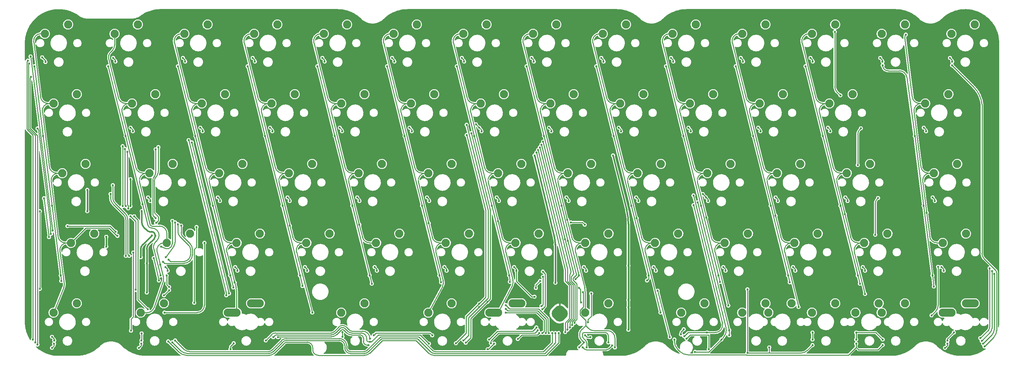
<source format=gtl>
%TF.GenerationSoftware,KiCad,Pcbnew,(6.0.5)*%
%TF.CreationDate,2022-07-14T23:48:43-04:00*%
%TF.ProjectId,bd64pcb,62643634-7063-4622-9e6b-696361645f70,rev?*%
%TF.SameCoordinates,Original*%
%TF.FileFunction,Copper,L1,Top*%
%TF.FilePolarity,Positive*%
%FSLAX46Y46*%
G04 Gerber Fmt 4.6, Leading zero omitted, Abs format (unit mm)*
G04 Created by KiCad (PCBNEW (6.0.5)) date 2022-07-14 23:48:43*
%MOMM*%
%LPD*%
G01*
G04 APERTURE LIST*
G04 Aperture macros list*
%AMRoundRect*
0 Rectangle with rounded corners*
0 $1 Rounding radius*
0 $2 $3 $4 $5 $6 $7 $8 $9 X,Y pos of 4 corners*
0 Add a 4 corners polygon primitive as box body*
4,1,4,$2,$3,$4,$5,$6,$7,$8,$9,$2,$3,0*
0 Add four circle primitives for the rounded corners*
1,1,$1+$1,$2,$3*
1,1,$1+$1,$4,$5*
1,1,$1+$1,$6,$7*
1,1,$1+$1,$8,$9*
0 Add four rect primitives between the rounded corners*
20,1,$1+$1,$2,$3,$4,$5,0*
20,1,$1+$1,$4,$5,$6,$7,0*
20,1,$1+$1,$6,$7,$8,$9,0*
20,1,$1+$1,$8,$9,$2,$3,0*%
%AMFreePoly0*
4,1,24,1.200000,-1.125000,0.000000,-1.125000,0.000000,-1.121145,-0.146842,-1.115375,-0.347644,-1.069939,-0.536804,-0.988669,-0.707985,-0.874289,-0.855457,-0.730629,-0.974279,-0.562500,-1.060472,-0.375533,-1.111149,-0.175989,-1.124614,0.029449,-1.100416,0.233901,-1.039364,0.430519,-0.943504,0.612719,-0.816046,0.774399,-0.661258,0.910144,-0.484325,1.015408,-0.291171,1.086667,-0.088266,1.121532,
0.000000,1.120376,0.000000,1.125000,1.200000,1.125000,1.200000,-1.125000,1.200000,-1.125000,$1*%
G04 Aperture macros list end*
%TA.AperFunction,ComponentPad*%
%ADD10C,2.250000*%
%TD*%
%TA.AperFunction,ComponentPad*%
%ADD11FreePoly0,0.000000*%
%TD*%
%TA.AperFunction,ComponentPad*%
%ADD12FreePoly0,180.000000*%
%TD*%
%TA.AperFunction,ComponentPad*%
%ADD13RoundRect,1.500000X0.000000X-0.707107X0.707107X0.000000X0.000000X0.707107X-0.707107X0.000000X0*%
%TD*%
%TA.AperFunction,ViaPad*%
%ADD14C,0.600000*%
%TD*%
%TA.AperFunction,Conductor*%
%ADD15C,0.381000*%
%TD*%
%TA.AperFunction,Conductor*%
%ADD16C,0.250000*%
%TD*%
G04 APERTURE END LIST*
D10*
%TO.P,MX1,1,COL*%
%TO.N,col0*%
X20796250Y-49053750D03*
%TO.P,MX1,2,ROW*%
%TO.N,Net-(D1-Pad2)*%
X27146250Y-46513750D03*
%TD*%
%TO.P,MX2,1,COL*%
%TO.N,col1*%
X39846250Y-49053750D03*
%TO.P,MX2,2,ROW*%
%TO.N,Net-(D2-Pad2)*%
X46196250Y-46513750D03*
%TD*%
%TO.P,MX4,1,COL*%
%TO.N,col3*%
X77946250Y-49053750D03*
%TO.P,MX4,2,ROW*%
%TO.N,Net-(D4-Pad2)*%
X84296250Y-46513750D03*
%TD*%
%TO.P,MX10,1,COL*%
%TO.N,col9*%
X192246250Y-49053750D03*
%TO.P,MX10,2,ROW*%
%TO.N,Net-(D10-Pad2)*%
X198596250Y-46513750D03*
%TD*%
%TO.P,MX11,1,COL*%
%TO.N,col10*%
X211296250Y-49053750D03*
%TO.P,MX11,2,ROW*%
%TO.N,Net-(D11-Pad2)*%
X217646250Y-46513750D03*
%TD*%
%TO.P,MX12,1,COL*%
%TO.N,col11*%
X230346250Y-49053750D03*
%TO.P,MX12,2,ROW*%
%TO.N,Net-(D12-Pad2)*%
X236696250Y-46513750D03*
%TD*%
%TO.P,MX13,1,COL*%
%TO.N,col12*%
X249396250Y-49053750D03*
%TO.P,MX13,2,ROW*%
%TO.N,Net-(D13-Pad2)*%
X255746250Y-46513750D03*
%TD*%
%TO.P,MX14,1,COL*%
%TO.N,col12*%
X268446250Y-49053750D03*
%TO.P,MX14,2,ROW*%
%TO.N,Net-(D14-Pad2)*%
X274796250Y-46513750D03*
%TD*%
%TO.P,MX15,1,COL*%
%TO.N,col0*%
X23177500Y-68103750D03*
%TO.P,MX15,2,ROW*%
%TO.N,Net-(D15-Pad2)*%
X29527500Y-65563750D03*
%TD*%
%TO.P,MX16,1,COL*%
%TO.N,col1*%
X44608750Y-68103750D03*
%TO.P,MX16,2,ROW*%
%TO.N,Net-(D16-Pad2)*%
X50958750Y-65563750D03*
%TD*%
%TO.P,MX17,1,COL*%
%TO.N,col2*%
X63658750Y-68103750D03*
%TO.P,MX17,2,ROW*%
%TO.N,Net-(D17-Pad2)*%
X70008750Y-65563750D03*
%TD*%
%TO.P,MX18,1,COL*%
%TO.N,col3*%
X82708750Y-68103750D03*
%TO.P,MX18,2,ROW*%
%TO.N,Net-(D18-Pad2)*%
X89058750Y-65563750D03*
%TD*%
%TO.P,MX19,1,COL*%
%TO.N,col4*%
X101758750Y-68103750D03*
%TO.P,MX19,2,ROW*%
%TO.N,Net-(D19-Pad2)*%
X108108750Y-65563750D03*
%TD*%
%TO.P,MX20,1,COL*%
%TO.N,col5*%
X120808750Y-68103750D03*
%TO.P,MX20,2,ROW*%
%TO.N,Net-(D20-Pad2)*%
X127158750Y-65563750D03*
%TD*%
%TO.P,MX25,1,COL*%
%TO.N,col10*%
X216058750Y-68103750D03*
%TO.P,MX25,2,ROW*%
%TO.N,Net-(D25-Pad2)*%
X222408750Y-65563750D03*
%TD*%
%TO.P,MX26,1,COL*%
%TO.N,col11*%
X235108750Y-68103750D03*
%TO.P,MX26,2,ROW*%
%TO.N,Net-(D26-Pad2)*%
X241458750Y-65563750D03*
%TD*%
%TO.P,MX28,1,COL*%
%TO.N,col0*%
X25558750Y-87153750D03*
%TO.P,MX28,2,ROW*%
%TO.N,Net-(D28-Pad2)*%
X31908750Y-84613750D03*
%TD*%
%TO.P,MX29,1,COL*%
%TO.N,col1*%
X49371250Y-87153750D03*
%TO.P,MX29,2,ROW*%
%TO.N,Net-(D29-Pad2)*%
X55721250Y-84613750D03*
%TD*%
%TO.P,MX37,1,COL*%
%TO.N,col9*%
X201771250Y-87153750D03*
%TO.P,MX37,2,ROW*%
%TO.N,Net-(D37-Pad2)*%
X208121250Y-84613750D03*
%TD*%
%TO.P,MX38,1,COL*%
%TO.N,col10*%
X220821250Y-87153750D03*
%TO.P,MX38,2,ROW*%
%TO.N,Net-(D38-Pad2)*%
X227171250Y-84613750D03*
%TD*%
%TO.P,MX39,1,COL*%
%TO.N,col11*%
X239871250Y-87153750D03*
%TO.P,MX39,2,ROW*%
%TO.N,Net-(D39-Pad2)*%
X246221250Y-84613750D03*
%TD*%
%TO.P,MX40,1,COL*%
%TO.N,col12*%
X263683750Y-87153750D03*
%TO.P,MX40,2,ROW*%
%TO.N,Net-(D40-Pad2)*%
X270033750Y-84613750D03*
%TD*%
%TO.P,MX41,1,COL*%
%TO.N,col0*%
X27940000Y-106203750D03*
%TO.P,MX41,2,ROW*%
%TO.N,Net-(D41-Pad2)*%
X34290000Y-103663750D03*
%TD*%
%TO.P,MX42,1,COL*%
%TO.N,col1*%
X54133750Y-106203750D03*
%TO.P,MX42,2,ROW*%
%TO.N,Net-(D42-Pad2)*%
X60483750Y-103663750D03*
%TD*%
%TO.P,MX43,1,COL*%
%TO.N,col2*%
X73183750Y-106203750D03*
%TO.P,MX43,2,ROW*%
%TO.N,Net-(D43-Pad2)*%
X79533750Y-103663750D03*
%TD*%
%TO.P,MX44,1,COL*%
%TO.N,col3*%
X92233750Y-106203750D03*
%TO.P,MX44,2,ROW*%
%TO.N,Net-(D44-Pad2)*%
X98583750Y-103663750D03*
%TD*%
%TO.P,MX45,1,COL*%
%TO.N,col4*%
X111283750Y-106203750D03*
%TO.P,MX45,2,ROW*%
%TO.N,Net-(D45-Pad2)*%
X117633750Y-103663750D03*
%TD*%
%TO.P,MX46,1,COL*%
%TO.N,col5*%
X130333750Y-106203750D03*
%TO.P,MX46,2,ROW*%
%TO.N,Net-(D46-Pad2)*%
X136683750Y-103663750D03*
%TD*%
%TO.P,MX47,1,COL*%
%TO.N,col6*%
X149383750Y-106203750D03*
%TO.P,MX47,2,ROW*%
%TO.N,Net-(D47-Pad2)*%
X155733750Y-103663750D03*
%TD*%
%TO.P,MX48,1,COL*%
%TO.N,col7*%
X168433750Y-106203750D03*
%TO.P,MX48,2,ROW*%
%TO.N,Net-(D48-Pad2)*%
X174783750Y-103663750D03*
%TD*%
%TO.P,MX49,1,COL*%
%TO.N,col8*%
X187483750Y-106203750D03*
%TO.P,MX49,2,ROW*%
%TO.N,Net-(D49-Pad2)*%
X193833750Y-103663750D03*
%TD*%
%TO.P,MX50,1,COL*%
%TO.N,col9*%
X206533750Y-106203750D03*
%TO.P,MX50,2,ROW*%
%TO.N,Net-(D50-Pad2)*%
X212883750Y-103663750D03*
%TD*%
%TO.P,MX51,1,COL*%
%TO.N,col10*%
X225583750Y-106203750D03*
%TO.P,MX51,2,ROW*%
%TO.N,Net-(D51-Pad2)*%
X231933750Y-103663750D03*
%TD*%
%TO.P,MX52,1,COL*%
%TO.N,col11*%
X244633750Y-106203750D03*
%TO.P,MX52,2,ROW*%
%TO.N,Net-(D52-Pad2)*%
X250983750Y-103663750D03*
%TD*%
%TO.P,MX54,1,COL*%
%TO.N,col0*%
X23177500Y-125253750D03*
%TO.P,MX54,2,ROW*%
%TO.N,Net-(D54-Pad2)*%
X29527500Y-122713750D03*
%TD*%
%TO.P,MX55,1,COL*%
%TO.N,col1*%
X46990000Y-125253750D03*
%TO.P,MX55,2,ROW*%
%TO.N,Net-(D55-Pad2)*%
X53340000Y-122713750D03*
%TD*%
D11*
%TO.P,MX56,1,COL*%
%TO.N,col2*%
X70802500Y-125253750D03*
D12*
X73183750Y-125253750D03*
%TO.P,MX56,2,ROW*%
%TO.N,Net-(D56-Pad2)*%
X79533750Y-122713750D03*
D11*
X77152500Y-122713750D03*
%TD*%
D10*
%TO.P,MX57,1,COL*%
%TO.N,col3*%
X101758750Y-125253750D03*
%TO.P,MX57,2,ROW*%
%TO.N,Net-(D57-Pad2)*%
X108108750Y-122713750D03*
%TD*%
%TO.P,MX58,1,COL*%
%TO.N,col5*%
X125571250Y-125253750D03*
%TO.P,MX58,2,ROW*%
%TO.N,Net-(D58-Pad2)*%
X131921250Y-122713750D03*
%TD*%
D11*
%TO.P,MX59,1,COL*%
%TO.N,col6*%
X142240000Y-125253750D03*
D12*
X144621250Y-125253750D03*
D11*
%TO.P,MX59,2,ROW*%
%TO.N,Net-(D59-Pad2)*%
X148590000Y-122713750D03*
D12*
X150971250Y-122713750D03*
%TD*%
D10*
%TO.P,MX60,1,COL*%
%TO.N,col7*%
X168433750Y-125253750D03*
%TO.P,MX60,2,ROW*%
%TO.N,Net-(D60-Pad2)*%
X174783750Y-122713750D03*
%TD*%
%TO.P,MX61,1,COL*%
%TO.N,col8*%
X194627500Y-125253750D03*
X211294600Y-125253150D03*
%TO.P,MX61,2,ROW*%
%TO.N,Net-(D61-Pad2)*%
X217644600Y-122713150D03*
X200977500Y-122713750D03*
%TD*%
%TO.P,MX62,1,COL*%
%TO.N,col9*%
X230344900Y-125253150D03*
X218440000Y-125253750D03*
%TO.P,MX62,2,ROW*%
%TO.N,Net-(D62-Pad2)*%
X224790000Y-122713750D03*
X236694900Y-122713150D03*
%TD*%
%TO.P,MX63,1,COL*%
%TO.N,col10*%
X249395200Y-125253750D03*
X242252500Y-125253750D03*
%TO.P,MX63,2,ROW*%
%TO.N,Net-(D63-Pad2)*%
X248602500Y-122713750D03*
X255745200Y-122713750D03*
%TD*%
D12*
%TO.P,MX64,1,COL*%
%TO.N,col11*%
X268446250Y-125253750D03*
D11*
X266065000Y-125253750D03*
%TO.P,MX64,2,ROW*%
%TO.N,Net-(D64-Pad2)*%
X272415000Y-122713750D03*
D12*
X274796250Y-122713750D03*
%TD*%
D10*
%TO.P,MX30,1,COL*%
%TO.N,col2*%
X68421250Y-87153750D03*
%TO.P,MX30,2,ROW*%
%TO.N,Net-(D30-Pad2)*%
X74771250Y-84613750D03*
%TD*%
%TO.P,MX36,1,COL*%
%TO.N,col8*%
X182721250Y-87153750D03*
%TO.P,MX36,2,ROW*%
%TO.N,Net-(D36-Pad2)*%
X189071250Y-84613750D03*
%TD*%
%TO.P,MX35,1,COL*%
%TO.N,col7*%
X163671250Y-87153750D03*
%TO.P,MX35,2,ROW*%
%TO.N,Net-(D35-Pad2)*%
X170021250Y-84613750D03*
%TD*%
%TO.P,MX34,1,COL*%
%TO.N,col6*%
X144621250Y-87153750D03*
%TO.P,MX34,2,ROW*%
%TO.N,Net-(D34-Pad2)*%
X150971250Y-84613750D03*
%TD*%
%TO.P,MX33,1,COL*%
%TO.N,col5*%
X125571250Y-87153750D03*
%TO.P,MX33,2,ROW*%
%TO.N,Net-(D33-Pad2)*%
X131921250Y-84613750D03*
%TD*%
%TO.P,MX32,1,COL*%
%TO.N,col4*%
X106521250Y-87153750D03*
%TO.P,MX32,2,ROW*%
%TO.N,Net-(D32-Pad2)*%
X112871250Y-84613750D03*
%TD*%
%TO.P,MX31,1,COL*%
%TO.N,col3*%
X87471250Y-87153750D03*
%TO.P,MX31,2,ROW*%
%TO.N,Net-(D31-Pad2)*%
X93821250Y-84613750D03*
%TD*%
%TO.P,MX23,1,COL*%
%TO.N,col8*%
X177958750Y-68103750D03*
%TO.P,MX23,2,ROW*%
%TO.N,Net-(D23-Pad2)*%
X184308750Y-65563750D03*
%TD*%
%TO.P,MX22,1,COL*%
%TO.N,col7*%
X158908750Y-68103750D03*
%TO.P,MX22,2,ROW*%
%TO.N,Net-(D22-Pad2)*%
X165258750Y-65563750D03*
%TD*%
%TO.P,MX21,1,COL*%
%TO.N,col6*%
X139858750Y-68103750D03*
%TO.P,MX21,2,ROW*%
%TO.N,Net-(D21-Pad2)*%
X146208750Y-65563750D03*
%TD*%
%TO.P,MX5,1,COL*%
%TO.N,col4*%
X96996250Y-49053750D03*
%TO.P,MX5,2,ROW*%
%TO.N,Net-(D5-Pad2)*%
X103346250Y-46513750D03*
%TD*%
%TO.P,MX9,1,COL*%
%TO.N,col8*%
X173196250Y-49053750D03*
%TO.P,MX9,2,ROW*%
%TO.N,Net-(D9-Pad2)*%
X179546250Y-46513750D03*
%TD*%
%TO.P,MX24,1,COL*%
%TO.N,col9*%
X197008750Y-68103750D03*
%TO.P,MX24,2,ROW*%
%TO.N,Net-(D24-Pad2)*%
X203358750Y-65563750D03*
%TD*%
%TO.P,MX7,1,COL*%
%TO.N,col6*%
X135096250Y-49053750D03*
%TO.P,MX7,2,ROW*%
%TO.N,Net-(D7-Pad2)*%
X141446250Y-46513750D03*
%TD*%
%TO.P,MX6,1,COL*%
%TO.N,col5*%
X116046250Y-49053750D03*
%TO.P,MX6,2,ROW*%
%TO.N,Net-(D6-Pad2)*%
X122396250Y-46513750D03*
%TD*%
%TO.P,MX8,1,COL*%
%TO.N,col7*%
X154146250Y-49053750D03*
%TO.P,MX8,2,ROW*%
%TO.N,Net-(D8-Pad2)*%
X160496250Y-46513750D03*
%TD*%
%TO.P,MX53,1,COL*%
%TO.N,col12*%
X266065000Y-106203750D03*
%TO.P,MX53,2,ROW*%
%TO.N,Net-(D53-Pad2)*%
X272415000Y-103663750D03*
%TD*%
%TO.P,MX3,1,COL*%
%TO.N,col2*%
X58896250Y-49053750D03*
%TO.P,MX3,2,ROW*%
%TO.N,Net-(D3-Pad2)*%
X65246250Y-46513750D03*
%TD*%
%TO.P,MX27,1,COL*%
%TO.N,col12*%
X261302500Y-68103750D03*
%TO.P,MX27,2,ROW*%
%TO.N,Net-(D27-Pad2)*%
X267652500Y-65563750D03*
%TD*%
D13*
%TO.P,U2,49,GND*%
%TO.N,GND*%
X161417000Y-125476000D03*
%TD*%
D14*
%TO.N,GND*%
X37084000Y-77089000D03*
X76993750Y-70643750D03*
X181229000Y-108712000D03*
X204787500Y-51593750D03*
X210343750Y-70643750D03*
X115093750Y-70643750D03*
X37846000Y-93218000D03*
X262731250Y-51593750D03*
X255587500Y-89693750D03*
X177800000Y-86360000D03*
X33528000Y-74295000D03*
X45085000Y-96774000D03*
X39370000Y-81534000D03*
X182118000Y-119761000D03*
X223837500Y-51593750D03*
X86518750Y-108743750D03*
X243681250Y-51593750D03*
X53181250Y-51593750D03*
X170815000Y-99949000D03*
X129381250Y-51593750D03*
X62706250Y-127793750D03*
X57943750Y-70643750D03*
X44323000Y-116078000D03*
X176212500Y-89693750D03*
X96043750Y-70643750D03*
X124618750Y-108743750D03*
X215106250Y-89693750D03*
X100806250Y-89693750D03*
X196056250Y-89693750D03*
X191293750Y-70643750D03*
X258762500Y-108743750D03*
X36576000Y-96266000D03*
X211931250Y-127793750D03*
X38893750Y-127793750D03*
X143668750Y-108743750D03*
X20066000Y-127793750D03*
X117475000Y-127793750D03*
X167481250Y-51593750D03*
X165735000Y-99949000D03*
X38705000Y-77754000D03*
X37306250Y-70643750D03*
X181252629Y-100052371D03*
X238918750Y-108743750D03*
X39116000Y-96266000D03*
X35306000Y-96266000D03*
X33020000Y-77089000D03*
X110331250Y-51593750D03*
X81756250Y-89693750D03*
X119856250Y-89693750D03*
X200025000Y-108743750D03*
X40132000Y-93218000D03*
X280193750Y-70643750D03*
X186531250Y-51593750D03*
X105568750Y-108743750D03*
X35560000Y-77089000D03*
X42037000Y-110871000D03*
X161417000Y-119507000D03*
X41275000Y-93218000D03*
X90487500Y-51593750D03*
X36703000Y-93218000D03*
X66675000Y-108743750D03*
X171450000Y-70643750D03*
X153193750Y-70643750D03*
X61722000Y-89693750D03*
X185737500Y-127793750D03*
X38608000Y-74295000D03*
X35179000Y-74295000D03*
X134143750Y-70643750D03*
X280193750Y-108743750D03*
X20066000Y-108743750D03*
X182118000Y-112395000D03*
X229393750Y-70643750D03*
X71437500Y-51593750D03*
X91281250Y-127793750D03*
X17462500Y-70643750D03*
X280193750Y-51593750D03*
X252412500Y-70643750D03*
X37846000Y-96266000D03*
X35306000Y-93218000D03*
X40259000Y-74295000D03*
X234156250Y-89693750D03*
X45085000Y-89662000D03*
X16668750Y-51593750D03*
X275431250Y-125412500D03*
X219868750Y-108743750D03*
X261937500Y-128587500D03*
X36830000Y-74295000D03*
X148431250Y-51593750D03*
%TO.N,+5V*%
X170053000Y-120015000D03*
X156083000Y-116586000D03*
X176022000Y-82296000D03*
X47280751Y-97499249D03*
X32385000Y-91694000D03*
X37592000Y-104521000D03*
X167259000Y-122428000D03*
X44196000Y-96139000D03*
X180213000Y-121793000D03*
X160274000Y-106628055D03*
X180213000Y-129921000D03*
X154559000Y-82296000D03*
X166680500Y-118491000D03*
X37592000Y-107188000D03*
X46990000Y-110109000D03*
X48641000Y-119761000D03*
X180213000Y-123825000D03*
X180213000Y-112395000D03*
X44196000Y-88773000D03*
X48641000Y-111760000D03*
X32385000Y-97536000D03*
X169164000Y-127889000D03*
X154940000Y-118491000D03*
X160274000Y-117094000D03*
X50038000Y-104140000D03*
%TO.N,Net-(R3-Pad1)*%
X26987500Y-101600000D03*
X40132000Y-103124000D03*
%TO.N,row0*%
X16891000Y-55245000D03*
X22963637Y-102846637D03*
%TO.N,row1*%
X22450436Y-103730436D03*
X236601000Y-48514000D03*
X238125000Y-65881250D03*
X18796000Y-74930000D03*
%TO.N,row2*%
X242887500Y-84931250D03*
X243722976Y-74873500D03*
X20574000Y-93980000D03*
X21923576Y-104600576D03*
%TO.N,row3*%
X247650000Y-103981250D03*
X248419981Y-93923500D03*
%TO.N,row4*%
X44958000Y-108839000D03*
X44323000Y-130175000D03*
X264833893Y-112737107D03*
X263017000Y-125984000D03*
%TO.N,SW1*%
X54483000Y-133096000D03*
X16510000Y-57150000D03*
X161163000Y-130810000D03*
X18161000Y-133350000D03*
%TO.N,SW2*%
X17018000Y-60833000D03*
X18796000Y-133985000D03*
X55626000Y-133350000D03*
X160274000Y-130810000D03*
%TO.N,SW3*%
X229960668Y-55653168D03*
X268668500Y-56642000D03*
X153760668Y-55653168D03*
X59118500Y-56642000D03*
X135318500Y-56642000D03*
X16129000Y-56388000D03*
X22760510Y-131853168D03*
X20955000Y-56769000D03*
X58510668Y-55653168D03*
X78168500Y-56642000D03*
X47244000Y-130937000D03*
X230568500Y-56642000D03*
X17526000Y-132588000D03*
X268060668Y-55653168D03*
X172810668Y-55653168D03*
X159385000Y-130810000D03*
X47180500Y-132842000D03*
X39460668Y-55653168D03*
X249010668Y-55653168D03*
X191860668Y-55653168D03*
X154368500Y-56642000D03*
X77560668Y-55653168D03*
X96610668Y-55653168D03*
X173418500Y-56642000D03*
X40068500Y-56642000D03*
X115660668Y-55653168D03*
X210910668Y-55653168D03*
X97218500Y-56642000D03*
X20066000Y-55499000D03*
X134710668Y-55653168D03*
X211518500Y-56642000D03*
X249618500Y-56642000D03*
X23368342Y-132842000D03*
X192468500Y-56642000D03*
X116268500Y-56642000D03*
X56388000Y-132842000D03*
%TO.N,CS1*%
X25273000Y-116586000D03*
X20320000Y-76993750D03*
X25146000Y-115093750D03*
X17907000Y-57943750D03*
X53340000Y-120523000D03*
X54737000Y-119126000D03*
X22733000Y-96043750D03*
%TO.N,CS2*%
X47498000Y-95631000D03*
X54070250Y-115093750D03*
X52387500Y-115093750D03*
X54737000Y-118237000D03*
X42862500Y-76993750D03*
X38100000Y-57943750D03*
%TO.N,CS3*%
X72263000Y-118364000D03*
X61912500Y-76993750D03*
X57150000Y-57943750D03*
X66675000Y-96043750D03*
X71437500Y-115093750D03*
%TO.N,CS4*%
X80962500Y-76993750D03*
X91186000Y-117983000D03*
X85725000Y-96043750D03*
X90487500Y-115093750D03*
X76200000Y-57943750D03*
%TO.N,CS5*%
X95250000Y-57943750D03*
X110109000Y-117348000D03*
X104775000Y-96043750D03*
X109537500Y-115093750D03*
X100012500Y-76993750D03*
%TO.N,CS6*%
X123825000Y-96043750D03*
X129032000Y-116967000D03*
X119062500Y-76993750D03*
X114300000Y-57943750D03*
X128587500Y-115093750D03*
%TO.N,CS7*%
X138112500Y-76993750D03*
X147828000Y-116840000D03*
X133350000Y-57943750D03*
X147637500Y-115093750D03*
X142875000Y-96043750D03*
%TO.N,CS8*%
X157162500Y-76993750D03*
X166687500Y-115093750D03*
X165735000Y-116078000D03*
X161925000Y-96043750D03*
X152400000Y-57943750D03*
%TO.N,CS9*%
X171450000Y-57943750D03*
X185737500Y-115093750D03*
X176212500Y-76993750D03*
X180975000Y-96043750D03*
X185293000Y-116459000D03*
%TO.N,CS10*%
X200025000Y-96043750D03*
X195262500Y-76993750D03*
X204787500Y-115093750D03*
X205232000Y-116840000D03*
X190500000Y-57943750D03*
%TO.N,CS11*%
X224282000Y-116967000D03*
X223837500Y-115093750D03*
X219075000Y-96043750D03*
X214312500Y-76993750D03*
X209550000Y-57943750D03*
%TO.N,CS12*%
X242887500Y-115093750D03*
X233362500Y-76993750D03*
X238125000Y-96043750D03*
X243459000Y-117348000D03*
X228600000Y-57943750D03*
%TO.N,CS13*%
X249682000Y-57658000D03*
X258445000Y-76993750D03*
X263271000Y-115093750D03*
X260858000Y-96043750D03*
X263652000Y-118110000D03*
%TO.N,CS14*%
X212725000Y-118872000D03*
X143541750Y-133731000D03*
X141763750Y-135255000D03*
X72390000Y-133604000D03*
X277495000Y-134493000D03*
X230505000Y-134112000D03*
X268605000Y-57658000D03*
X71501000Y-135255000D03*
X212725000Y-136271000D03*
X218694000Y-134747000D03*
%TO.N,CS15*%
X242443000Y-133731000D03*
X23304842Y-133731000D03*
X249682000Y-134112000D03*
X176530000Y-134747000D03*
X167767000Y-119634000D03*
X168021000Y-133350000D03*
X22733000Y-134874000D03*
X109220000Y-134112000D03*
X192786000Y-132588000D03*
X84455000Y-131953000D03*
X166751000Y-134747000D03*
%TO.N,CS16*%
X202165838Y-135236838D03*
X46482000Y-134874000D03*
X47117000Y-133731000D03*
X188214000Y-119253000D03*
X267335000Y-133731000D03*
X266700000Y-134874000D03*
X83185000Y-131953000D03*
X175768000Y-134239000D03*
X125730000Y-133731000D03*
X191516000Y-131953000D03*
X196088000Y-132334000D03*
X167739753Y-134774247D03*
X109601000Y-133223000D03*
%TO.N,SW4*%
X141732000Y-122301000D03*
X158496000Y-130810000D03*
X126619000Y-131445000D03*
X135763000Y-133477000D03*
X110617000Y-131445000D03*
X146685000Y-123190000D03*
X137287000Y-76200000D03*
%TO.N,SW5*%
X146685000Y-124206000D03*
X109601000Y-132334000D03*
X133096000Y-133604000D03*
X139446000Y-122809000D03*
X136017000Y-76708000D03*
X81153000Y-132842000D03*
X157607000Y-130810000D03*
%TO.N,SW6*%
X177573168Y-74703168D03*
X44223168Y-74703168D03*
X158523168Y-74703168D03*
X121031000Y-75692000D03*
X63881000Y-75692000D03*
X101981000Y-75692000D03*
X235331000Y-75692000D03*
X234723168Y-74703168D03*
X82323168Y-74703168D03*
X196623168Y-74703168D03*
X136017000Y-73914000D03*
X135128000Y-132842000D03*
X156718000Y-130810000D03*
X102108000Y-130556000D03*
X159131000Y-75692000D03*
X63273168Y-74703168D03*
X102108000Y-131826000D03*
X140081000Y-75692000D03*
X82931000Y-75692000D03*
X146685000Y-125222000D03*
X139473168Y-74703168D03*
X44831000Y-75692000D03*
X197231000Y-75692000D03*
X216281000Y-75692000D03*
X215673168Y-74703168D03*
X138557000Y-73787000D03*
X139446000Y-123698000D03*
X120423168Y-74703168D03*
X101373168Y-74703168D03*
X261524750Y-75692000D03*
X178181000Y-75692000D03*
X260916918Y-74703168D03*
%TO.N,SW7*%
X199136000Y-95123000D03*
X149987000Y-132461000D03*
X195326000Y-129794000D03*
X194564000Y-131191000D03*
X155829000Y-130810000D03*
X207772000Y-131445000D03*
X207772000Y-130048000D03*
%TO.N,SW8*%
X155448000Y-130048000D03*
X195453000Y-131699000D03*
X197993000Y-95885000D03*
X142652750Y-133604000D03*
X174752000Y-133389502D03*
X201676000Y-130683000D03*
X168783000Y-134747000D03*
%TO.N,SW9*%
X68643500Y-94742000D03*
X87693500Y-94742000D03*
X155067000Y-129286000D03*
X106135668Y-93753168D03*
X169799000Y-131953000D03*
X48985668Y-93753168D03*
X239485668Y-93753168D03*
X220435668Y-93753168D03*
X168397418Y-131440418D03*
X125185668Y-93753168D03*
X240093500Y-94742000D03*
X87085668Y-93753168D03*
X200533000Y-92837000D03*
X197993000Y-93218000D03*
X198414000Y-135977000D03*
X68035668Y-93753168D03*
X144235668Y-93753168D03*
X49593500Y-94742000D03*
X163285668Y-93753168D03*
X106743500Y-94742000D03*
X142144750Y-132588000D03*
X263937750Y-94742000D03*
X263329918Y-93753168D03*
X144843500Y-94742000D03*
X182943500Y-94742000D03*
X221043500Y-94742000D03*
X182335668Y-93753168D03*
X201385668Y-93753168D03*
X205613000Y-132588000D03*
X201993500Y-94742000D03*
X163893500Y-94742000D03*
X125793500Y-94742000D03*
%TO.N,SW10*%
X279527000Y-113919000D03*
X156845000Y-114046000D03*
X156718000Y-124333000D03*
X276733000Y-132969000D03*
%TO.N,SW11*%
X156464000Y-123444000D03*
X156845000Y-115443000D03*
X280162000Y-114681000D03*
X277114000Y-133731000D03*
%TO.N,SW12*%
X53748168Y-112803168D03*
X242443000Y-130683000D03*
X267398500Y-132842000D03*
X187098168Y-112803168D03*
X276352000Y-132207000D03*
X111506000Y-113792000D03*
X154559000Y-120904000D03*
X265742918Y-112803168D03*
X129948168Y-112803168D03*
X225198168Y-112803168D03*
X110898168Y-112803168D03*
X242443000Y-132588000D03*
X278892000Y-113157000D03*
X269113000Y-130683000D03*
X149606000Y-113792000D03*
X266350750Y-113792000D03*
X54356000Y-113792000D03*
X168048168Y-112803168D03*
X244856000Y-113792000D03*
X187706000Y-113792000D03*
X130556000Y-113792000D03*
X92456000Y-113792000D03*
X168656000Y-113792000D03*
X230505000Y-130683000D03*
X225806000Y-113792000D03*
X148998168Y-112803168D03*
X72798168Y-112803168D03*
X91848168Y-112803168D03*
X244248168Y-112803168D03*
X249682000Y-132588000D03*
X206148168Y-112803168D03*
X230505000Y-132588000D03*
X73406000Y-113792000D03*
X206756000Y-113792000D03*
%TO.N,col0*%
X40640000Y-104267000D03*
%TO.N,col1*%
X52337838Y-112154838D03*
%TO.N,col2*%
X50546000Y-110363000D03*
X72661162Y-116984162D03*
X51943000Y-116459000D03*
%TO.N,col3*%
X53086000Y-111379000D03*
X93853000Y-125222000D03*
X58039000Y-101473000D03*
X87731600Y-101498400D03*
%TO.N,col4*%
X57150000Y-101092000D03*
X54610000Y-110744000D03*
X106705400Y-101193600D03*
%TO.N,col5*%
X53848000Y-110109000D03*
X125653800Y-100787200D03*
X56388000Y-100584000D03*
%TO.N,col6*%
X52578000Y-107188000D03*
X144576800Y-100279200D03*
X55626000Y-100203000D03*
%TO.N,col7*%
X163525200Y-99872800D03*
%TO.N,col8*%
X182473600Y-99466400D03*
X188976000Y-125222000D03*
%TO.N,col9*%
X207518000Y-123317000D03*
X201472800Y-99263200D03*
%TO.N,col10*%
X220395800Y-98755200D03*
X226695000Y-123698000D03*
%TO.N,col11*%
X244856000Y-120142000D03*
X239344200Y-98348800D03*
%TO.N,col12*%
X261704667Y-97959333D03*
X256002489Y-49276000D03*
%TO.N,HWB*%
X19431000Y-97536000D03*
X19431000Y-118745000D03*
X53467000Y-125222000D03*
X64389000Y-106172000D03*
%TO.N,Net-(R4-Pad1)*%
X42926000Y-109728000D03*
X38735000Y-92837000D03*
%TO.N,INTB*%
X164211000Y-129286000D03*
X156005230Y-80087770D03*
X43307000Y-81280000D03*
X43561000Y-96774000D03*
%TO.N,SCL*%
X71120000Y-120015000D03*
X42672000Y-80518000D03*
X156462945Y-79376055D03*
X162896673Y-105200327D03*
X60960000Y-78740000D03*
X42907838Y-96157162D03*
X164846000Y-128651000D03*
%TO.N,SDA*%
X70358000Y-120523000D03*
X156895800Y-78562200D03*
X42037000Y-96139000D03*
X42037000Y-79756000D03*
X165481000Y-128016000D03*
X163652200Y-105587800D03*
X60071000Y-78105000D03*
%TO.N,Net-(R8-Pad1)*%
X39370000Y-90424000D03*
X43815000Y-109728000D03*
%TO.N,IICRST*%
X51054000Y-99441000D03*
X162941000Y-130556000D03*
X155079337Y-81521663D03*
X51054000Y-80645000D03*
%TO.N,SDB*%
X51181000Y-100711000D03*
X163576000Y-129921000D03*
X51816000Y-80010000D03*
X155543250Y-80803750D03*
%TO.N,LVIB*%
X44196000Y-98933000D03*
X45593000Y-118999000D03*
%TO.N,CVIB*%
X62230000Y-101854000D03*
X164465000Y-100584000D03*
X61595000Y-122555000D03*
X168275000Y-101219000D03*
X48895000Y-124333000D03*
X45212000Y-98933000D03*
%TD*%
D15*
%TO.N,GND*%
X165735000Y-99949000D02*
X170815000Y-99949000D01*
X39370000Y-78419000D02*
X38705000Y-77754000D01*
X161417000Y-119507000D02*
X161417000Y-125476000D01*
X44323000Y-116078000D02*
X44323000Y-113157000D01*
X39370000Y-81534000D02*
X39370000Y-78419000D01*
X44323000Y-113157000D02*
X42037000Y-110871000D01*
X182118000Y-105470193D02*
X182118000Y-112395000D01*
X45085000Y-96774000D02*
X45085000Y-89662000D01*
X177800000Y-86360000D02*
X181252629Y-100052371D01*
X182118000Y-112395000D02*
X182118000Y-119761000D01*
X181252629Y-100052371D02*
X181642426Y-101598218D01*
X182118004Y-105470193D02*
G75*
G03*
X181642426Y-101598218I-15999904J-7D01*
G01*
%TO.N,+5V*%
X32385000Y-91694000D02*
X32385000Y-97536000D01*
X46990000Y-108016427D02*
X46990000Y-110109000D01*
D16*
X170053000Y-126238000D02*
X169164000Y-127127000D01*
D15*
X180213000Y-121793000D02*
X180213000Y-115951000D01*
X48729107Y-102831107D02*
X47866537Y-101968537D01*
D16*
X169164000Y-127127000D02*
X169164000Y-127889000D01*
D15*
X49135640Y-106569260D02*
X50634107Y-105070793D01*
X180213000Y-115951000D02*
X180213000Y-112395000D01*
X176022000Y-82296000D02*
X179737387Y-97153143D01*
X49927000Y-103124000D02*
X49436214Y-103124000D01*
X180213000Y-129921000D02*
X180213000Y-123825000D01*
D16*
X154940000Y-117729000D02*
X154940000Y-118491000D01*
X167132000Y-118942500D02*
X166680500Y-118491000D01*
X167132000Y-122301000D02*
X167132000Y-118942500D01*
D15*
X50927000Y-104363686D02*
X50927000Y-104124000D01*
X44196000Y-96139000D02*
X44196000Y-88773000D01*
X160274000Y-106628055D02*
X160274000Y-117094000D01*
X37592000Y-107188000D02*
X37592000Y-104521000D01*
X48641000Y-111760000D02*
X48641000Y-107889427D01*
D16*
X156083000Y-116586000D02*
X154940000Y-117729000D01*
D15*
X180213000Y-101025276D02*
X180213000Y-112395000D01*
X154559000Y-82296000D02*
X160044976Y-104727545D01*
X50038000Y-104140000D02*
X47575786Y-106602214D01*
D16*
X167259000Y-122428000D02*
X167132000Y-122301000D01*
X170053000Y-120015000D02*
X170053000Y-126238000D01*
D15*
X47280751Y-100554324D02*
X47280751Y-97499249D01*
X180213000Y-123825000D02*
X180213000Y-121793000D01*
X48641000Y-111760000D02*
X48641000Y-119761000D01*
X49436214Y-103123990D02*
G75*
G02*
X48729107Y-102831107I-14J999990D01*
G01*
X50926990Y-104363686D02*
G75*
G02*
X50634107Y-105070793I-999990J-14D01*
G01*
X180213005Y-101025276D02*
G75*
G03*
X179737386Y-97153143I-16000005J-24D01*
G01*
X49927000Y-103124000D02*
G75*
G02*
X50927000Y-104124000I0J-1000000D01*
G01*
X160044988Y-104727542D02*
G75*
G02*
X160274000Y-106628055I-7770988J-1900458D01*
G01*
X47866539Y-101968535D02*
G75*
G02*
X47280751Y-100554324I1414261J1414235D01*
G01*
X46990020Y-108016427D02*
G75*
G02*
X47575787Y-106602215I1999980J27D01*
G01*
X49135662Y-106569279D02*
G75*
G03*
X48641000Y-107889427I1522738J-1323321D01*
G01*
D16*
%TO.N,Net-(R3-Pad1)*%
X40132000Y-103124000D02*
X38608000Y-101600000D01*
X38608000Y-101600000D02*
X32766000Y-101600000D01*
X32766000Y-101600000D02*
X26987500Y-101600000D01*
%TO.N,row0*%
X16891000Y-55245000D02*
X22963637Y-102846637D01*
%TO.N,row1*%
X22352000Y-101130272D02*
X19040809Y-75174809D01*
X236601000Y-48514000D02*
X236601000Y-63528823D01*
X22352000Y-103632000D02*
X22352000Y-101130272D01*
X22450436Y-103730436D02*
X22352000Y-103632000D01*
X237186787Y-64943037D02*
X238125000Y-65881250D01*
X19040809Y-75174809D02*
X18796000Y-74930000D01*
X236600984Y-63528823D02*
G75*
G03*
X237186787Y-64943037I2000016J23D01*
G01*
%TO.N,row2*%
X20574000Y-93980000D02*
X21923576Y-104600576D01*
X242887500Y-84931250D02*
X242887500Y-76537403D01*
X243473287Y-75123189D02*
X243722976Y-74873500D01*
X242887503Y-76537403D02*
G75*
G02*
X243473288Y-75123190I1999997J3D01*
G01*
%TO.N,row3*%
X248419981Y-93923500D02*
X248235786Y-94107695D01*
X247650000Y-95521908D02*
X247650000Y-103981250D01*
X248235782Y-94107691D02*
G75*
G03*
X247650000Y-95521908I1414218J-1414209D01*
G01*
%TO.N,row4*%
X44323000Y-127000000D02*
X44323000Y-130175000D01*
X264833893Y-123338680D02*
X264833893Y-112737107D01*
X44958000Y-108839000D02*
X44958000Y-126365000D01*
X44958000Y-126365000D02*
X44323000Y-127000000D01*
X263017000Y-125984000D02*
X264248107Y-124752893D01*
X264248116Y-124752902D02*
G75*
G03*
X264833893Y-123338680I-1414216J1414202D01*
G01*
%TO.N,SW1*%
X16335009Y-75009009D02*
X16335009Y-57324991D01*
X54483000Y-133096000D02*
X57414320Y-136027320D01*
X18161000Y-76835000D02*
X16335009Y-75009009D01*
X86899287Y-133351927D02*
X86901214Y-133350000D01*
X18161000Y-133350000D02*
X18161000Y-76835000D01*
X127066427Y-136906000D02*
X157766000Y-136906000D01*
X157766000Y-136906000D02*
X161163000Y-133509000D01*
X122174000Y-132842000D02*
X125652214Y-136320214D01*
X59535641Y-136906000D02*
X82102573Y-136906000D01*
X161163000Y-133509000D02*
X161163000Y-130810000D01*
X93980000Y-134850000D02*
X93980000Y-135406000D01*
X16335009Y-57324991D02*
X16510000Y-57150000D01*
X113030000Y-132842000D02*
X122174000Y-132842000D01*
X95480000Y-136906000D02*
X108137573Y-136906000D01*
X109551787Y-136320213D02*
X113030000Y-132842000D01*
X83516786Y-136320214D02*
X86192180Y-133644820D01*
X86901214Y-133350000D02*
X92480000Y-133350000D01*
X93980000Y-134850000D02*
G75*
G03*
X92480000Y-133350000I-1500000J0D01*
G01*
X108137573Y-136905980D02*
G75*
G03*
X109551786Y-136320212I27J1999980D01*
G01*
X125652200Y-136320228D02*
G75*
G03*
X127066427Y-136906000I1414200J1414228D01*
G01*
X83516800Y-136320228D02*
G75*
G02*
X82102573Y-136906000I-1414200J1414228D01*
G01*
X95480000Y-136906000D02*
G75*
G02*
X93980000Y-135406000I0J1500000D01*
G01*
X59535641Y-136905983D02*
G75*
G02*
X57414320Y-136027320I59J3000183D01*
G01*
X86899287Y-133351952D02*
G75*
G03*
X86192181Y-133644821I-87J-999848D01*
G01*
%TO.N,SW2*%
X16724529Y-74847665D02*
X16724529Y-61126471D01*
X126179660Y-135958660D02*
X122555000Y-132334000D01*
X18796000Y-133985000D02*
X18796000Y-76919136D01*
X112776000Y-132334000D02*
X109151340Y-135958660D01*
X122555000Y-132334000D02*
X112776000Y-132334000D01*
X18796000Y-76919136D02*
X16724529Y-74847665D01*
X16724529Y-61126471D02*
X17018000Y-60833000D01*
X101243000Y-132842000D02*
X86854320Y-132842000D01*
X102743000Y-134898000D02*
X102743000Y-134342000D01*
X160274000Y-130810000D02*
X160274000Y-133501000D01*
X160274000Y-133501000D02*
X157377000Y-136398000D01*
X57941767Y-135665767D02*
X55626000Y-133350000D01*
X108090680Y-136398000D02*
X104243000Y-136398000D01*
X82055680Y-136398000D02*
X59709534Y-136398000D01*
X157377000Y-136398000D02*
X127240320Y-136398000D01*
X85793660Y-133281340D02*
X83116340Y-135958660D01*
X102743000Y-134898000D02*
G75*
G03*
X104243000Y-136398000I1500000J0D01*
G01*
X57941779Y-135665755D02*
G75*
G03*
X59709534Y-136398000I1767821J1767855D01*
G01*
X127240320Y-136397985D02*
G75*
G02*
X126179660Y-135958660I-20J1499985D01*
G01*
X101243000Y-132842000D02*
G75*
G02*
X102743000Y-134342000I0J-1500000D01*
G01*
X85793650Y-133281330D02*
G75*
G02*
X86854320Y-132842000I1060650J-1060670D01*
G01*
X82055680Y-136397985D02*
G75*
G03*
X83116340Y-135958660I20J1499985D01*
G01*
X109151350Y-135958670D02*
G75*
G02*
X108090680Y-136398000I-1060650J1060670D01*
G01*
%TO.N,SW3*%
X97218500Y-56642000D02*
X97218500Y-56261000D01*
X17526000Y-76750864D02*
X15945489Y-75170353D01*
X135318500Y-56261000D02*
X134710668Y-55653168D01*
X56388000Y-132842000D02*
X58850214Y-135304214D01*
X47244000Y-132778500D02*
X47180500Y-132842000D01*
X116268500Y-56261000D02*
X115660668Y-55653168D01*
X112522000Y-131826000D02*
X122936000Y-131826000D01*
X40068500Y-56642000D02*
X40068500Y-56261000D01*
X20955000Y-56388000D02*
X20066000Y-55499000D01*
X78168500Y-56642000D02*
X78168500Y-56261000D01*
X135318500Y-56642000D02*
X135318500Y-56261000D01*
X211518500Y-56642000D02*
X211518500Y-56261000D01*
X97218500Y-56261000D02*
X96610668Y-55653168D01*
X192468500Y-56642000D02*
X192468500Y-56261000D01*
X127414214Y-135890000D02*
X156988000Y-135890000D01*
X173418500Y-56261000D02*
X172810668Y-55653168D01*
X15945489Y-75170353D02*
X15945489Y-56571511D01*
X230568500Y-56642000D02*
X230568500Y-56261000D01*
X23368342Y-132461000D02*
X22760510Y-131853168D01*
X78168500Y-56261000D02*
X77560668Y-55653168D01*
X192468500Y-56261000D02*
X191860668Y-55653168D01*
X268668500Y-56642000D02*
X268668500Y-56261000D01*
X103251000Y-134334000D02*
X103251000Y-134890000D01*
X154368500Y-56261000D02*
X153760668Y-55653168D01*
X249618500Y-56642000D02*
X249618500Y-56261000D01*
X249618500Y-56261000D02*
X249010668Y-55653168D01*
X15945489Y-56571511D02*
X16129000Y-56388000D01*
X60264427Y-135890000D02*
X82008786Y-135890000D01*
X59118500Y-56261000D02*
X58510668Y-55653168D01*
X156988000Y-135890000D02*
X159385000Y-133493000D01*
X59118500Y-56642000D02*
X59118500Y-56261000D01*
X230568500Y-56261000D02*
X229960668Y-55653168D01*
X20955000Y-56769000D02*
X20955000Y-56388000D01*
X268668500Y-56261000D02*
X268060668Y-55653168D01*
X86807427Y-132334000D02*
X101251000Y-132334000D01*
X154368500Y-56642000D02*
X154368500Y-56261000D01*
X104251000Y-135890000D02*
X108043786Y-135890000D01*
X40068500Y-56261000D02*
X39460668Y-55653168D01*
X159385000Y-133493000D02*
X159385000Y-130810000D01*
X108750893Y-135597107D02*
X112522000Y-131826000D01*
X82715893Y-135597107D02*
X85393213Y-132919787D01*
X122936000Y-131826000D02*
X126707107Y-135597107D01*
X23368342Y-132842000D02*
X23368342Y-132461000D01*
X47244000Y-130937000D02*
X47244000Y-132778500D01*
X17526000Y-132588000D02*
X17526000Y-76750864D01*
X173418500Y-56642000D02*
X173418500Y-56261000D01*
X116268500Y-56642000D02*
X116268500Y-56261000D01*
X211518500Y-56261000D02*
X210910668Y-55653168D01*
X103251000Y-134334000D02*
G75*
G03*
X101251000Y-132334000I-2000000J0D01*
G01*
X126707100Y-135597114D02*
G75*
G03*
X127414214Y-135890000I707100J707114D01*
G01*
X108043786Y-135889990D02*
G75*
G03*
X108750893Y-135597107I14J999990D01*
G01*
X104251000Y-135890000D02*
G75*
G02*
X103251000Y-134890000I0J1000000D01*
G01*
X86807427Y-132334020D02*
G75*
G03*
X85393214Y-132919788I-27J-1999980D01*
G01*
X60264427Y-135890022D02*
G75*
G02*
X58850214Y-135304214I73J2000122D01*
G01*
X82715900Y-135597114D02*
G75*
G02*
X82008786Y-135890000I-707100J707114D01*
G01*
%TO.N,CS1*%
X53340000Y-120523000D02*
X54737000Y-119126000D01*
X22733000Y-96043750D02*
X25146000Y-115093750D01*
X25146000Y-115093750D02*
X25273000Y-116586000D01*
X20320000Y-76993750D02*
X22733000Y-96043750D01*
X17907000Y-57943750D02*
X20320000Y-76993750D01*
%TO.N,CS2*%
X51079219Y-105892781D02*
X51417787Y-105554213D01*
X52387500Y-115093750D02*
X50553707Y-107794300D01*
X48939946Y-101370694D02*
X47498000Y-95631000D01*
X42862500Y-76993750D02*
X47498000Y-95631000D01*
X51417786Y-102725786D02*
X51404828Y-102712828D01*
X54102000Y-115125500D02*
X54070250Y-115093750D01*
X54737000Y-118237000D02*
X54102000Y-117602000D01*
X54102000Y-117602000D02*
X54102000Y-115125500D01*
X49990615Y-102127042D02*
X49909808Y-102127042D01*
X38100000Y-57943750D02*
X42862500Y-76993750D01*
X50553695Y-107794303D02*
G75*
G02*
X51079220Y-105892782I1939705J487303D01*
G01*
X51404812Y-102712844D02*
G75*
G03*
X49990615Y-102127042I-1414212J-1414156D01*
G01*
X48939907Y-101370704D02*
G75*
G03*
X49909808Y-102127042I969893J243704D01*
G01*
X51417785Y-102725787D02*
G75*
G02*
X51417786Y-105554212I-1414185J-1414213D01*
G01*
%TO.N,CS3*%
X66675000Y-96043750D02*
X71437500Y-115093750D01*
X57150000Y-57943750D02*
X61912500Y-76993750D01*
X61912500Y-76993750D02*
X66675000Y-96043750D01*
X72263000Y-118364000D02*
X71437500Y-115093750D01*
%TO.N,CS4*%
X85725000Y-96043750D02*
X90487500Y-115093750D01*
X91186000Y-117983000D02*
X90487500Y-115093750D01*
X76200000Y-57943750D02*
X80962500Y-76993750D01*
X80962500Y-76993750D02*
X85725000Y-96043750D01*
%TO.N,CS5*%
X104775000Y-96043750D02*
X109537500Y-115093750D01*
X110109000Y-117348000D02*
X109537500Y-115093750D01*
X95250000Y-57943750D02*
X100012500Y-76993750D01*
X100012500Y-76993750D02*
X104775000Y-96043750D01*
%TO.N,CS6*%
X114300000Y-57943750D02*
X119062500Y-76993750D01*
X129032000Y-116967000D02*
X128587500Y-115093750D01*
X123825000Y-96043750D02*
X128587500Y-115093750D01*
X119062500Y-76993750D02*
X123825000Y-96043750D01*
%TO.N,CS7*%
X138112500Y-76993750D02*
X142875000Y-96043750D01*
X142875000Y-96043750D02*
X147637500Y-115093750D01*
X147828000Y-116840000D02*
X147828000Y-116170544D01*
X133350000Y-57943750D02*
X138112500Y-76993750D01*
X147780374Y-115736683D02*
X147637500Y-115093750D01*
X147780383Y-115736681D02*
G75*
G02*
X147828000Y-116170544I-1952383J-433819D01*
G01*
%TO.N,CS8*%
X161925000Y-96043750D02*
X166687500Y-115093750D01*
X165735000Y-116046250D02*
X166687500Y-115093750D01*
X152400000Y-57943750D02*
X157162500Y-76993750D01*
X157162500Y-76993750D02*
X161925000Y-96043750D01*
X165735000Y-116078000D02*
X165735000Y-116046250D01*
%TO.N,CS9*%
X185737500Y-116014500D02*
X185737500Y-115093750D01*
X176212500Y-76993750D02*
X180975000Y-96043750D01*
X185293000Y-116459000D02*
X185737500Y-116014500D01*
X180975000Y-96043750D02*
X185737500Y-115093750D01*
X171450000Y-57943750D02*
X176212500Y-76993750D01*
%TO.N,CS10*%
X205232000Y-116840000D02*
X204787500Y-115093750D01*
X200025000Y-96043750D02*
X204787500Y-115093750D01*
X190500000Y-57943750D02*
X195262500Y-76993750D01*
X195262500Y-76993750D02*
X200025000Y-96043750D01*
%TO.N,CS11*%
X209550000Y-57943750D02*
X214312500Y-76993750D01*
X214312500Y-76993750D02*
X219075000Y-96043750D01*
X224282000Y-116967000D02*
X223837500Y-115093750D01*
X219075000Y-96043750D02*
X223837500Y-115093750D01*
%TO.N,CS12*%
X233362500Y-76993750D02*
X238125000Y-96043750D01*
X238125000Y-96043750D02*
X242887500Y-115093750D01*
X228600000Y-57943750D02*
X233362500Y-76993750D01*
X243459000Y-117348000D02*
X242887500Y-115093750D01*
%TO.N,CS13*%
X258445000Y-76993750D02*
X256266571Y-60913508D01*
X249682000Y-57682000D02*
X249682000Y-57658000D01*
X263652000Y-118110000D02*
X263271000Y-115093750D01*
X260858000Y-96043750D02*
X258445000Y-76993750D01*
X260858000Y-96043750D02*
X263271000Y-115093750D01*
X254284675Y-59182000D02*
X251182000Y-59182000D01*
X254284675Y-59182025D02*
G75*
G02*
X256266571Y-60913508I25J-1999975D01*
G01*
X249682000Y-57682000D02*
G75*
G03*
X251182000Y-59182000I1500000J0D01*
G01*
%TO.N,CS14*%
X276816758Y-109110331D02*
X276816758Y-68371268D01*
X230505000Y-134112000D02*
X228931786Y-135685214D01*
X218694000Y-136271000D02*
X212725000Y-136271000D01*
X277495000Y-134493000D02*
X280064767Y-131923233D01*
X141763750Y-135255000D02*
X142017750Y-135255000D01*
X227517573Y-136271000D02*
X218694000Y-136271000D01*
X212725000Y-136271000D02*
X212725000Y-118872000D01*
X142017750Y-135255000D02*
X143541750Y-133731000D01*
X274516854Y-63569854D02*
X268605000Y-57658000D01*
X71501000Y-135255000D02*
X71501000Y-134493000D01*
X218694000Y-134747000D02*
X218694000Y-136271000D01*
X71501000Y-134493000D02*
X72390000Y-133604000D01*
X280797000Y-130155466D02*
X280797000Y-114333214D01*
X280504107Y-113626107D02*
X277402544Y-110524544D01*
X280796990Y-114333214D02*
G75*
G03*
X280504107Y-113626107I-999990J14D01*
G01*
X274516857Y-63569851D02*
G75*
G02*
X276816758Y-68371268I-5675957J-5670349D01*
G01*
X227517573Y-136270980D02*
G75*
G03*
X228931785Y-135685213I27J1999980D01*
G01*
X276816749Y-109110331D02*
G75*
G03*
X277402544Y-110524544I2000051J31D01*
G01*
X280796976Y-130155466D02*
G75*
G02*
X280064767Y-131923233I-2499976J-34D01*
G01*
%TO.N,CS15*%
X242443000Y-134747000D02*
X242443000Y-133731000D01*
X23304842Y-134302158D02*
X22733000Y-134874000D01*
X174530000Y-130175000D02*
X170754427Y-130175000D01*
X167894000Y-123698000D02*
X167894000Y-119761000D01*
X176530000Y-134747000D02*
X176530000Y-132175000D01*
X248412000Y-135382000D02*
X249682000Y-134112000D01*
X240354489Y-136835511D02*
X242443000Y-134747000D01*
X103173213Y-130732213D02*
X102461553Y-130020553D01*
X212434660Y-136779000D02*
X212491171Y-136835511D01*
X166878000Y-131378573D02*
X166878000Y-131257427D01*
X212491171Y-136835511D02*
X240354489Y-136835511D01*
X196441641Y-136779000D02*
X212434660Y-136779000D01*
X167894000Y-119761000D02*
X167767000Y-119634000D01*
X167463787Y-129843213D02*
X168529000Y-128778000D01*
X99120573Y-131826000D02*
X84582000Y-131826000D01*
X166751000Y-134747000D02*
X166751000Y-134620000D01*
X168021000Y-133350000D02*
X167463786Y-132792786D01*
X193664680Y-135244680D02*
X194320321Y-135900321D01*
X167005000Y-124587000D02*
X167894000Y-123698000D01*
X23304842Y-133731000D02*
X23304842Y-134302158D01*
X107820893Y-133112000D02*
X107820893Y-132219716D01*
X169340213Y-129589213D02*
X168529000Y-128778000D01*
X101754446Y-130020554D02*
X100534786Y-131240214D01*
X242443000Y-134747000D02*
X243078000Y-135382000D01*
X168529000Y-128778000D02*
X168529000Y-127381000D01*
X167005000Y-125857000D02*
X167005000Y-124587000D01*
X243078000Y-135382000D02*
X248412000Y-135382000D01*
X106823000Y-131318000D02*
X104587427Y-131318000D01*
X166751000Y-134620000D02*
X168021000Y-133350000D01*
X109220000Y-134112000D02*
X108820893Y-134112000D01*
X84582000Y-131826000D02*
X84455000Y-131953000D01*
X168529000Y-127381000D02*
X167005000Y-125857000D01*
X192786000Y-132588000D02*
X192786000Y-133123359D01*
X101754446Y-130020554D02*
G75*
G02*
X102461553Y-130020553I353554J-353546D01*
G01*
X170754427Y-130174980D02*
G75*
G02*
X169340214Y-129589212I-27J1999980D01*
G01*
X107820900Y-133112000D02*
G75*
G03*
X108820893Y-134112000I1000000J0D01*
G01*
X99120573Y-131825980D02*
G75*
G03*
X100534785Y-131240213I27J1999980D01*
G01*
X196441641Y-136778971D02*
G75*
G02*
X194320321Y-135900321I-41J2999971D01*
G01*
X174530000Y-130175000D02*
G75*
G02*
X176530000Y-132175000I0J-2000000D01*
G01*
X106823000Y-131318058D02*
G75*
G02*
X107820893Y-132219716I-2000J-1005242D01*
G01*
X166878020Y-131378573D02*
G75*
G03*
X167463787Y-132792785I1999980J-27D01*
G01*
X103173199Y-130732227D02*
G75*
G03*
X104587427Y-131318000I1414201J1414227D01*
G01*
X166878020Y-131257427D02*
G75*
G02*
X167463788Y-129843214I1999980J27D01*
G01*
X192786029Y-133123359D02*
G75*
G03*
X193664680Y-135244680I2999971J-41D01*
G01*
%TO.N,CS16*%
X101400893Y-129612107D02*
X100134340Y-130878660D01*
X47117000Y-134239000D02*
X46482000Y-134874000D01*
X109601000Y-133223000D02*
X109212000Y-133223000D01*
X123317000Y-131318000D02*
X111887000Y-131318000D01*
X107212000Y-130810000D02*
X104634320Y-130810000D01*
X202165838Y-135236838D02*
X202165838Y-131318000D01*
X47117000Y-133731000D02*
X47117000Y-134239000D01*
X267335000Y-134239000D02*
X266700000Y-134874000D01*
X103573660Y-130370660D02*
X102815107Y-129612107D01*
X111887000Y-131318000D02*
X109982000Y-133223000D01*
X168761720Y-135382000D02*
X174210786Y-135382000D01*
X174917893Y-135089107D02*
X175768000Y-134239000D01*
X108712000Y-132723000D02*
X108712000Y-132310000D01*
X167739753Y-134774247D02*
X168054613Y-135089107D01*
X197104000Y-131318000D02*
X196088000Y-132334000D01*
X188214000Y-119253000D02*
X191516000Y-131953000D01*
X125730000Y-133731000D02*
X123317000Y-131318000D01*
X83527107Y-131610893D02*
X83185000Y-131953000D01*
X267335000Y-133731000D02*
X267335000Y-134239000D01*
X202165838Y-131318000D02*
X197104000Y-131318000D01*
X99073680Y-131318000D02*
X84234214Y-131318000D01*
X109982000Y-133223000D02*
X109601000Y-133223000D01*
X107212000Y-130810000D02*
G75*
G02*
X108712000Y-132310000I0J-1500000D01*
G01*
X174917900Y-135089114D02*
G75*
G02*
X174210786Y-135382000I-707100J707114D01*
G01*
X83527100Y-131610886D02*
G75*
G02*
X84234214Y-131318000I707100J-707114D01*
G01*
X108712000Y-132723000D02*
G75*
G03*
X109212000Y-133223000I500000J0D01*
G01*
X103573650Y-130370670D02*
G75*
G03*
X104634320Y-130810000I1060650J1060670D01*
G01*
X101400893Y-129612107D02*
G75*
G02*
X102815107Y-129612107I707107J-707108D01*
G01*
X99073680Y-131317985D02*
G75*
G03*
X100134340Y-130878660I20J1499985D01*
G01*
X168054603Y-135089117D02*
G75*
G03*
X168761720Y-135382000I707097J707117D01*
G01*
%TO.N,SW4*%
X111252000Y-130810000D02*
X110617000Y-131445000D01*
X137287000Y-76200000D02*
X142494000Y-97282000D01*
X146685000Y-123190000D02*
X147701000Y-124206000D01*
X137160000Y-126873000D02*
X137160000Y-132080000D01*
X142494000Y-97282000D02*
X142494000Y-121539000D01*
X158242000Y-126746000D02*
X158242000Y-130556000D01*
X125984000Y-130810000D02*
X111252000Y-130810000D01*
X147701000Y-124206000D02*
X155702000Y-124206000D01*
X158242000Y-130556000D02*
X158496000Y-130810000D01*
X155702000Y-124206000D02*
X158242000Y-126746000D01*
X142494000Y-121539000D02*
X137160000Y-126873000D01*
X137160000Y-132080000D02*
X135763000Y-133477000D01*
X126619000Y-131445000D02*
X125984000Y-130810000D01*
%TO.N,SW5*%
X107601000Y-130302000D02*
X104681213Y-130302000D01*
X141224000Y-121031000D02*
X135890000Y-126365000D01*
X157734000Y-127000000D02*
X157734000Y-130683000D01*
X155448000Y-124714000D02*
X157734000Y-127000000D01*
X82745660Y-131249340D02*
X81153000Y-132842000D01*
X141224000Y-97282000D02*
X141224000Y-121031000D01*
X109601000Y-132334000D02*
X109601000Y-132302000D01*
X103974107Y-130009107D02*
X103170209Y-129205210D01*
X147193000Y-124714000D02*
X155448000Y-124714000D01*
X101048889Y-129205210D02*
X99736992Y-130517107D01*
X135890000Y-126365000D02*
X135890000Y-130810000D01*
X99029885Y-130810000D02*
X83806320Y-130810000D01*
X157734000Y-130683000D02*
X157607000Y-130810000D01*
X135890000Y-130810000D02*
X133096000Y-133604000D01*
X146685000Y-124206000D02*
X147193000Y-124714000D01*
X136017000Y-76708000D02*
X141224000Y-97282000D01*
X107601000Y-130302000D02*
G75*
G02*
X109601000Y-132302000I0J-2000000D01*
G01*
X82745650Y-131249330D02*
G75*
G02*
X83806320Y-130810000I1060650J-1060670D01*
G01*
X99029885Y-130809989D02*
G75*
G03*
X99736992Y-130517107I15J999989D01*
G01*
X103974100Y-130009114D02*
G75*
G03*
X104681213Y-130302000I707100J707114D01*
G01*
X103170209Y-129205210D02*
G75*
G03*
X101048889Y-129205210I-1060660J-1060659D01*
G01*
%TO.N,SW6*%
X141859000Y-121285000D02*
X136525000Y-126619000D01*
X146685000Y-125222000D02*
X155194000Y-125222000D01*
X121031000Y-75311000D02*
X120423168Y-74703168D01*
X44831000Y-75692000D02*
X44831000Y-75311000D01*
X159131000Y-75311000D02*
X158523168Y-74703168D01*
X178181000Y-75692000D02*
X178181000Y-75311000D01*
X139473168Y-74703168D02*
X138557000Y-73787000D01*
X101981000Y-75311000D02*
X101373168Y-74703168D01*
X178181000Y-75311000D02*
X177573168Y-74703168D01*
X121031000Y-75692000D02*
X121031000Y-75311000D01*
X235331000Y-75311000D02*
X234723168Y-74703168D01*
X197231000Y-75692000D02*
X197231000Y-75311000D01*
X141859000Y-97282000D02*
X141859000Y-121285000D01*
X235331000Y-75692000D02*
X235331000Y-75311000D01*
X101981000Y-75692000D02*
X101981000Y-75311000D01*
X157226000Y-130302000D02*
X156718000Y-130810000D01*
X102108000Y-131826000D02*
X102108000Y-130556000D01*
X197231000Y-75311000D02*
X196623168Y-74703168D01*
X63881000Y-75311000D02*
X63273168Y-74703168D01*
X261524750Y-75692000D02*
X261524750Y-75311000D01*
X136525000Y-131445000D02*
X135128000Y-132842000D01*
X157226000Y-127254000D02*
X157226000Y-130302000D01*
X44831000Y-75311000D02*
X44223168Y-74703168D01*
X82931000Y-75311000D02*
X82323168Y-74703168D01*
X82931000Y-75692000D02*
X82931000Y-75311000D01*
X261524750Y-75311000D02*
X260916918Y-74703168D01*
X140081000Y-75692000D02*
X140081000Y-75311000D01*
X216281000Y-75311000D02*
X215673168Y-74703168D01*
X216281000Y-75692000D02*
X216281000Y-75311000D01*
X140081000Y-75311000D02*
X139473168Y-74703168D01*
X63881000Y-75692000D02*
X63881000Y-75311000D01*
X136017000Y-73914000D02*
X141859000Y-97282000D01*
X159131000Y-75692000D02*
X159131000Y-75311000D01*
X136525000Y-126619000D02*
X136525000Y-131445000D01*
X155194000Y-125222000D02*
X157226000Y-127254000D01*
%TO.N,SW7*%
X149987000Y-132461000D02*
X151130000Y-131318000D01*
X207772000Y-131445000D02*
X207772000Y-130048000D01*
X195326000Y-129794000D02*
X194564000Y-130556000D01*
X151130000Y-131318000D02*
X155321000Y-131318000D01*
X207772000Y-130048000D02*
X199136000Y-95123000D01*
X194564000Y-130556000D02*
X194564000Y-131191000D01*
X155321000Y-131318000D02*
X155829000Y-130810000D01*
%TO.N,SW8*%
X197993000Y-95885000D02*
X205896786Y-128207945D01*
X142652750Y-133604000D02*
X142652750Y-132969000D01*
X195453000Y-131699000D02*
X196469000Y-130683000D01*
X168783000Y-134747000D02*
X168783000Y-133510214D01*
X168490107Y-132803107D02*
X167932893Y-132245893D01*
X174752000Y-131683000D02*
X174752000Y-133389502D01*
X167640000Y-131538786D02*
X167640000Y-131183000D01*
X203954024Y-130683000D02*
X201676000Y-130683000D01*
X168140000Y-130683000D02*
X173752000Y-130683000D01*
X144811750Y-130810000D02*
X154686000Y-130810000D01*
X142652750Y-132969000D02*
X144811750Y-130810000D01*
X154686000Y-130810000D02*
X155448000Y-130048000D01*
X196469000Y-130683000D02*
X201676000Y-130683000D01*
X167640000Y-131183000D02*
G75*
G02*
X168140000Y-130683000I500000J0D01*
G01*
X205896763Y-128207951D02*
G75*
G02*
X203954024Y-130683000I-1942763J-475049D01*
G01*
X173752000Y-130683000D02*
G75*
G02*
X174752000Y-131683000I0J-1000000D01*
G01*
X167932886Y-132245900D02*
G75*
G02*
X167640000Y-131538786I707114J707100D01*
G01*
X168490114Y-132803100D02*
G75*
G02*
X168783000Y-133510214I-707114J-707100D01*
G01*
%TO.N,SW9*%
X163893500Y-94361000D02*
X163285668Y-93753168D01*
X49593500Y-94742000D02*
X49593500Y-94361000D01*
X240093500Y-94742000D02*
X240093500Y-94361000D01*
X125793500Y-94742000D02*
X125793500Y-94361000D01*
X182943500Y-94742000D02*
X182943500Y-94361000D01*
X68643500Y-94361000D02*
X68035668Y-93753168D01*
X201993500Y-94742000D02*
X201993500Y-94361000D01*
X201385668Y-93689668D02*
X200533000Y-92837000D01*
X154051000Y-130302000D02*
X155067000Y-129286000D01*
X125793500Y-94361000D02*
X125185668Y-93753168D01*
X142144750Y-132588000D02*
X144430750Y-130302000D01*
X263937750Y-94361000D02*
X263329918Y-93753168D01*
X201993500Y-94361000D02*
X201385668Y-93753168D01*
X106743500Y-94361000D02*
X106135668Y-93753168D01*
X144843500Y-94361000D02*
X144235668Y-93753168D01*
X87693500Y-94361000D02*
X87085668Y-93753168D01*
X168910000Y-131953000D02*
X169799000Y-131953000D01*
X202224000Y-135977000D02*
X205613000Y-132588000D01*
X221043500Y-94361000D02*
X220435668Y-93753168D01*
X221043500Y-94742000D02*
X221043500Y-94361000D01*
X49593500Y-94361000D02*
X48985668Y-93753168D01*
X205613000Y-132588000D02*
X206068477Y-132132523D01*
X106743500Y-94742000D02*
X106743500Y-94361000D01*
X263937750Y-94742000D02*
X263937750Y-94361000D01*
X68643500Y-94742000D02*
X68643500Y-94361000D01*
X163893500Y-94742000D02*
X163893500Y-94361000D01*
X144843500Y-94742000D02*
X144843500Y-94361000D01*
X197993000Y-93218000D02*
X206860446Y-129295142D01*
X87693500Y-94742000D02*
X87693500Y-94361000D01*
X144430750Y-130302000D02*
X154051000Y-130302000D01*
X240093500Y-94361000D02*
X239485668Y-93753168D01*
X168397418Y-131440418D02*
X168910000Y-131953000D01*
X201385668Y-93753168D02*
X201385668Y-93689668D01*
X182943500Y-94361000D02*
X182335668Y-93753168D01*
X198414000Y-135977000D02*
X202224000Y-135977000D01*
X206860460Y-129295139D02*
G75*
G02*
X206068477Y-132132523I-2913260J-716061D01*
G01*
%TO.N,SW10*%
X279527000Y-113919000D02*
X279527000Y-129553680D01*
X157480000Y-123571000D02*
X157480000Y-114681000D01*
X279087660Y-130614340D02*
X276733000Y-132969000D01*
X156718000Y-124333000D02*
X157480000Y-123571000D01*
X157480000Y-114681000D02*
X156845000Y-114046000D01*
X279087670Y-130614350D02*
G75*
G03*
X279527000Y-129553680I-1060670J1060650D01*
G01*
%TO.N,SW11*%
X279576213Y-131268787D02*
X277114000Y-133731000D01*
X280162000Y-114681000D02*
X280162000Y-129854573D01*
X156464000Y-123444000D02*
X156845000Y-123063000D01*
X156845000Y-123063000D02*
X156845000Y-115443000D01*
X279576227Y-131268801D02*
G75*
G03*
X280162000Y-129854573I-1414227J1414201D01*
G01*
%TO.N,SW12*%
X225806000Y-113792000D02*
X225806000Y-113411000D01*
X247777000Y-130683000D02*
X242443000Y-130683000D01*
X242443000Y-132588000D02*
X242443000Y-130683000D01*
X92456000Y-113411000D02*
X91848168Y-112803168D01*
X269113000Y-130683000D02*
X267398500Y-132397500D01*
X130556000Y-113792000D02*
X130556000Y-113411000D01*
X130556000Y-113411000D02*
X129948168Y-112803168D01*
X54356000Y-113792000D02*
X54356000Y-113411000D01*
X278892000Y-113157000D02*
X278892000Y-129252786D01*
X111506000Y-113411000D02*
X110898168Y-112803168D01*
X92456000Y-113792000D02*
X92456000Y-113411000D01*
X230505000Y-132588000D02*
X230505000Y-130683000D01*
X54356000Y-113411000D02*
X53748168Y-112803168D01*
X111506000Y-113792000D02*
X111506000Y-113411000D01*
X149606000Y-116713000D02*
X149606000Y-113792000D01*
X168656000Y-113411000D02*
X168048168Y-112803168D01*
X73406000Y-113792000D02*
X73406000Y-113411000D01*
X187706000Y-113411000D02*
X187098168Y-112803168D01*
X266350750Y-113411000D02*
X265742918Y-112803168D01*
X244856000Y-113411000D02*
X244248168Y-112803168D01*
X149606000Y-113411000D02*
X148998168Y-112803168D01*
X225806000Y-113411000D02*
X225198168Y-112803168D01*
X266350750Y-113792000D02*
X266350750Y-113411000D01*
X206756000Y-113792000D02*
X206756000Y-113411000D01*
X206756000Y-113411000D02*
X206148168Y-112803168D01*
X278599107Y-129959893D02*
X276352000Y-132207000D01*
X249682000Y-132588000D02*
X247777000Y-130683000D01*
X73406000Y-113411000D02*
X72798168Y-112803168D01*
X187706000Y-113792000D02*
X187706000Y-113411000D01*
X154559000Y-120904000D02*
X153797000Y-120904000D01*
X267398500Y-132397500D02*
X267398500Y-132842000D01*
X149606000Y-113792000D02*
X149606000Y-113411000D01*
X244856000Y-113792000D02*
X244856000Y-113411000D01*
X168656000Y-113792000D02*
X168656000Y-113411000D01*
X153797000Y-120904000D02*
X149606000Y-116713000D01*
X278599114Y-129959900D02*
G75*
G03*
X278892000Y-129252786I-707114J707100D01*
G01*
%TO.N,col0*%
X20796250Y-49053750D02*
X20764500Y-49022000D01*
X19728064Y-49022000D02*
X20764500Y-49022000D01*
X23145750Y-68072000D02*
X23177500Y-68103750D01*
X40476660Y-104267000D02*
X38317660Y-102108000D01*
X38317660Y-102108000D02*
X32035750Y-102108000D01*
X27908250Y-106172000D02*
X26890206Y-106172000D01*
X27908250Y-106172000D02*
X26371814Y-106172000D01*
X40640000Y-104267000D02*
X40476660Y-104267000D01*
X19624759Y-66320069D02*
X17743509Y-51270069D01*
X32035750Y-102108000D02*
X27940000Y-106203750D01*
X24907703Y-108435975D02*
X26092365Y-117333028D01*
X24387259Y-104420069D02*
X22506009Y-89370069D01*
X23177500Y-125253750D02*
X25964612Y-118345271D01*
X25527000Y-87122000D02*
X23990564Y-87122000D01*
X23145750Y-68072000D02*
X21609314Y-68072000D01*
X22109314Y-68072000D02*
X23145750Y-68072000D01*
X22006009Y-85370069D02*
X20124759Y-70320069D01*
X24490564Y-87122000D02*
X25527000Y-87122000D01*
X27940000Y-106203750D02*
X27908250Y-106172000D01*
X25527000Y-87122000D02*
X25558750Y-87153750D01*
X26092369Y-117333027D02*
G75*
G02*
X25964612Y-118345271I-1982469J-263973D01*
G01*
X17743504Y-51270070D02*
G75*
G02*
X19728064Y-49022000I1984556J248070D01*
G01*
X22006044Y-85370065D02*
G75*
G03*
X23990564Y-87122000I1984556J248065D01*
G01*
X24907697Y-108435976D02*
G75*
G02*
X26890206Y-106172000I1982503J263976D01*
G01*
X22506044Y-89370065D02*
G75*
G02*
X24490564Y-87122000I1984556J248065D01*
G01*
X24387244Y-104420071D02*
G75*
G03*
X26371814Y-106172000I1984556J248071D01*
G01*
X19624744Y-66320071D02*
G75*
G03*
X21609314Y-68072000I1984556J248071D01*
G01*
X20124744Y-70320071D02*
G75*
G02*
X22109314Y-68072000I1984556J248071D01*
G01*
%TO.N,col1*%
X52337838Y-112154838D02*
X53190583Y-115493077D01*
X39260463Y-53576537D02*
X38773714Y-54063286D01*
X54102000Y-106172000D02*
X53384641Y-106172000D01*
X50601615Y-123913578D02*
X52846654Y-117489654D01*
X49339500Y-87122000D02*
X48599053Y-87122000D01*
X50047388Y-101600000D02*
X52133750Y-101600000D01*
X44577000Y-68072000D02*
X42836553Y-68072000D01*
X44577000Y-68072000D02*
X43836553Y-68072000D01*
X51448647Y-108673924D02*
X52337838Y-112154838D01*
X49371250Y-87153750D02*
X49339500Y-87122000D01*
X46658768Y-89607071D02*
X49562317Y-101221268D01*
X40896268Y-66557071D02*
X38247643Y-55962570D01*
X54133750Y-106203750D02*
X54102000Y-106172000D01*
X46990000Y-125253750D02*
X48713593Y-125253750D01*
X52846654Y-117489654D02*
X53140829Y-116647905D01*
X49339500Y-87122000D02*
X47599053Y-87122000D01*
X41896268Y-70557071D02*
X45658768Y-85607071D01*
X54133750Y-103600000D02*
X54133750Y-106203750D01*
X44608750Y-68103750D02*
X44577000Y-68072000D01*
X39846250Y-49053750D02*
X39846250Y-52162323D01*
X50601590Y-123913569D02*
G75*
G02*
X48713593Y-125253750I-1887990J659769D01*
G01*
X43836553Y-68071955D02*
G75*
G03*
X41896269Y-70557071I47J-2000045D01*
G01*
X40896312Y-66557060D02*
G75*
G03*
X42836553Y-68072000I1940288J485060D01*
G01*
X38247636Y-55962572D02*
G75*
G02*
X38773715Y-54063287I1940264J485072D01*
G01*
X53190570Y-115493080D02*
G75*
G02*
X53140829Y-116647905I-1937770J-495020D01*
G01*
X39846280Y-52162323D02*
G75*
G02*
X39260462Y-53576536I-1999980J23D01*
G01*
X51448609Y-108673934D02*
G75*
G02*
X53384641Y-106172000I1935991J501934D01*
G01*
X54133800Y-103600000D02*
G75*
G03*
X52133750Y-101600000I-2000000J0D01*
G01*
X50047388Y-101600011D02*
G75*
G02*
X49562317Y-101221268I12J500011D01*
G01*
X47599053Y-87122045D02*
G75*
G02*
X45658769Y-85607071I47J2000045D01*
G01*
X46658812Y-89607060D02*
G75*
G02*
X48599053Y-87122000I1940288J485060D01*
G01*
%TO.N,col2*%
X73152000Y-125222000D02*
X73152000Y-119383497D01*
X68421250Y-87153750D02*
X68389500Y-87122000D01*
X58864500Y-49022000D02*
X58124053Y-49022000D01*
X73152000Y-106172000D02*
X72436495Y-106172000D01*
X70500850Y-108675268D02*
X72661162Y-116984162D01*
X50546000Y-110363000D02*
X51943000Y-116459000D01*
X60946268Y-70557071D02*
X64708768Y-85607071D01*
X63627000Y-68072000D02*
X62886553Y-68072000D01*
X68389500Y-87122000D02*
X66649053Y-87122000D01*
X61886553Y-68072000D02*
X63627000Y-68072000D01*
X56183768Y-51507071D02*
X59946268Y-66557071D01*
X73183750Y-125253750D02*
X73152000Y-125222000D01*
X73183750Y-106203750D02*
X73152000Y-106172000D01*
X63658750Y-68103750D02*
X63627000Y-68072000D01*
X69471268Y-104657071D02*
X65708768Y-89607071D01*
X72661162Y-116984162D02*
X73023290Y-118376962D01*
X58896250Y-49053750D02*
X58864500Y-49022000D01*
X68389500Y-87122000D02*
X67649053Y-87122000D01*
X73152000Y-106172000D02*
X71411553Y-106172000D01*
X70500855Y-108675267D02*
G75*
G02*
X72436495Y-106172000I1935645J503267D01*
G01*
X62886553Y-68071955D02*
G75*
G03*
X60946269Y-70557071I47J-2000045D01*
G01*
X66649053Y-87122045D02*
G75*
G02*
X64708769Y-85607071I47J2000045D01*
G01*
X71411553Y-106172045D02*
G75*
G02*
X69471269Y-104657071I47J2000045D01*
G01*
X61886553Y-68072045D02*
G75*
G02*
X59946269Y-66557071I47J2000045D01*
G01*
X58124053Y-49021955D02*
G75*
G03*
X56183769Y-51507071I47J-2000045D01*
G01*
X73023289Y-118376962D02*
G75*
G02*
X73152000Y-119383497I-3871289J-1006538D01*
G01*
X67649053Y-87121955D02*
G75*
G03*
X65708769Y-89607071I47J-2000045D01*
G01*
%TO.N,col3*%
X77946250Y-49053750D02*
X77914500Y-49022000D01*
X89550850Y-108675268D02*
X93853000Y-125222000D01*
X92233750Y-106203750D02*
X92202000Y-106172000D01*
X82708750Y-68103750D02*
X82677000Y-68072000D01*
X87439500Y-87122000D02*
X85699053Y-87122000D01*
X60275787Y-111174213D02*
X60501214Y-110948786D01*
X82677000Y-68072000D02*
X81936553Y-68072000D01*
X75233768Y-51507071D02*
X78996268Y-66557071D01*
X92202000Y-106172000D02*
X90461553Y-106172000D01*
X87439500Y-87122000D02*
X86699053Y-87122000D01*
X79996268Y-70557071D02*
X83758768Y-85607071D01*
X53467000Y-111760000D02*
X58861573Y-111760000D01*
X61087000Y-109534573D02*
X61087000Y-107889427D01*
X80936553Y-68072000D02*
X82677000Y-68072000D01*
X87731600Y-101498400D02*
X84758768Y-89607071D01*
X60501213Y-106475213D02*
X58478340Y-104452340D01*
X53086000Y-111379000D02*
X53467000Y-111760000D01*
X77914500Y-49022000D02*
X77174053Y-49022000D01*
X87471250Y-87153750D02*
X87439500Y-87122000D01*
X92202000Y-106172000D02*
X91486495Y-106172000D01*
X58039000Y-103391680D02*
X58039000Y-101473000D01*
X88521268Y-104657071D02*
X87731600Y-101498400D01*
X90461553Y-106172045D02*
G75*
G02*
X88521269Y-104657071I47J2000045D01*
G01*
X61086980Y-109534573D02*
G75*
G02*
X60501213Y-110948785I-1999980J-27D01*
G01*
X77174053Y-49021955D02*
G75*
G03*
X75233769Y-51507071I47J-2000045D01*
G01*
X60275801Y-111174227D02*
G75*
G02*
X58861573Y-111760000I-1414201J1414227D01*
G01*
X58039015Y-103391680D02*
G75*
G03*
X58478340Y-104452340I1499985J-20D01*
G01*
X60501227Y-106475199D02*
G75*
G02*
X61087000Y-107889427I-1414227J-1414201D01*
G01*
X86699053Y-87121955D02*
G75*
G03*
X84758769Y-89607071I47J-2000045D01*
G01*
X91486495Y-106171996D02*
G75*
G03*
X89550851Y-108675268I5J-2000004D01*
G01*
X81936553Y-68071955D02*
G75*
G03*
X79996269Y-70557071I47J-2000045D01*
G01*
X80936553Y-68072045D02*
G75*
G02*
X78996269Y-66557071I47J2000045D01*
G01*
X85699053Y-87122045D02*
G75*
G02*
X83758769Y-85607071I47J2000045D01*
G01*
%TO.N,col4*%
X99986553Y-68072000D02*
X101727000Y-68072000D01*
X106705400Y-101193600D02*
X103808768Y-89607071D01*
X96964500Y-49022000D02*
X96224053Y-49022000D01*
X55118000Y-111252000D02*
X58814680Y-111252000D01*
X54610000Y-110744000D02*
X55118000Y-111252000D01*
X101727000Y-68072000D02*
X100986553Y-68072000D01*
X60139660Y-106875660D02*
X57735786Y-104471786D01*
X94283768Y-51507071D02*
X98046268Y-66557071D01*
X59875340Y-110812660D02*
X60139660Y-110548340D01*
X60579000Y-109487680D02*
X60579000Y-107936320D01*
X57150000Y-103057573D02*
X57150000Y-101092000D01*
X106521250Y-87153750D02*
X106489500Y-87122000D01*
X106489500Y-87122000D02*
X104749053Y-87122000D01*
X107571268Y-104657071D02*
X106705400Y-101193600D01*
X101758750Y-68103750D02*
X101727000Y-68072000D01*
X96996250Y-49053750D02*
X96964500Y-49022000D01*
X106489500Y-87122000D02*
X105749053Y-87122000D01*
X111283750Y-106203750D02*
X111252000Y-106172000D01*
X99046268Y-70557071D02*
X102808768Y-85607071D01*
X111252000Y-106172000D02*
X109511553Y-106172000D01*
X60139670Y-106875650D02*
G75*
G02*
X60579000Y-107936320I-1060670J-1060650D01*
G01*
X60578985Y-109487680D02*
G75*
G02*
X60139660Y-110548340I-1499985J-20D01*
G01*
X109511553Y-106172045D02*
G75*
G02*
X107571269Y-104657071I47J2000045D01*
G01*
X96224053Y-49021955D02*
G75*
G03*
X94283769Y-51507071I47J-2000045D01*
G01*
X100986553Y-68071955D02*
G75*
G03*
X99046269Y-70557071I47J-2000045D01*
G01*
X99986553Y-68072045D02*
G75*
G02*
X98046269Y-66557071I47J2000045D01*
G01*
X104749053Y-87122045D02*
G75*
G02*
X102808769Y-85607071I47J2000045D01*
G01*
X58814680Y-111251985D02*
G75*
G03*
X59875340Y-110812660I20J1499985D01*
G01*
X57150020Y-103057573D02*
G75*
G03*
X57735787Y-104471785I1999980J-27D01*
G01*
X105749053Y-87121955D02*
G75*
G03*
X103808769Y-89607071I47J-2000045D01*
G01*
%TO.N,col5*%
X125571250Y-125253750D02*
X129430928Y-118027736D01*
X120777000Y-68072000D02*
X120036553Y-68072000D01*
X130333750Y-106203750D02*
X130302000Y-106172000D01*
X125539500Y-87122000D02*
X123799053Y-87122000D01*
X129607096Y-116600385D02*
X127621268Y-108657071D01*
X118096268Y-70557071D02*
X121858768Y-85607071D01*
X56388000Y-105912070D02*
X56388000Y-100584000D01*
X125571250Y-87153750D02*
X125539500Y-87122000D01*
X125653800Y-100787200D02*
X122858768Y-89607071D01*
X113333768Y-51507071D02*
X117096268Y-66557071D01*
X116014500Y-49022000D02*
X115274053Y-49022000D01*
X130302000Y-106172000D02*
X128561553Y-106172000D01*
X126621268Y-104657071D02*
X125653800Y-100787200D01*
X125539500Y-87122000D02*
X124799053Y-87122000D01*
X129561553Y-106172000D02*
X130302000Y-106172000D01*
X120808750Y-68103750D02*
X120777000Y-68072000D01*
X116046250Y-49053750D02*
X116014500Y-49022000D01*
X119036553Y-68072000D02*
X120777000Y-68072000D01*
X53848000Y-110109000D02*
X56015467Y-107074546D01*
X123799053Y-87122045D02*
G75*
G02*
X121858769Y-85607071I47J2000045D01*
G01*
X119036553Y-68072045D02*
G75*
G02*
X117096269Y-66557071I47J2000045D01*
G01*
X115274053Y-49021955D02*
G75*
G03*
X113333769Y-51507071I47J-2000045D01*
G01*
X124799053Y-87121955D02*
G75*
G03*
X122858769Y-89607071I47J-2000045D01*
G01*
X120036553Y-68071955D02*
G75*
G03*
X118096269Y-70557071I47J-2000045D01*
G01*
X56387982Y-105912070D02*
G75*
G02*
X56015467Y-107074546I-1999982J-30D01*
G01*
X128561553Y-106172045D02*
G75*
G02*
X126621269Y-104657071I47J2000045D01*
G01*
X127621312Y-108657060D02*
G75*
G02*
X129561553Y-106172000I1940288J485060D01*
G01*
X129607065Y-116600393D02*
G75*
G02*
X129430928Y-118027736I-1940265J-485107D01*
G01*
%TO.N,col6*%
X136146268Y-66557071D02*
X132383768Y-51507071D01*
X148493798Y-117770706D02*
X144621250Y-125253750D01*
X149352000Y-106172000D02*
X147611553Y-106172000D01*
X144589500Y-87122000D02*
X142849053Y-87122000D01*
X146688426Y-108667667D02*
X148655163Y-116355817D01*
X139827000Y-68072000D02*
X138086553Y-68072000D01*
X144589500Y-87122000D02*
X143849053Y-87122000D01*
X144576800Y-100279200D02*
X141908768Y-89607071D01*
X139827000Y-68072000D02*
X139086553Y-68072000D01*
X52578000Y-107188000D02*
X53873364Y-107754722D01*
X135096250Y-49053750D02*
X135064500Y-49022000D01*
X149352000Y-106172000D02*
X148626032Y-106172000D01*
X55626000Y-106354816D02*
X55626000Y-100203000D01*
X135064500Y-49022000D02*
X134324053Y-49022000D01*
X145671268Y-104657071D02*
X144576800Y-100279200D01*
X55082919Y-107426737D02*
X55434737Y-106942988D01*
X139858750Y-68103750D02*
X139827000Y-68072000D01*
X137146268Y-70557071D02*
X140908768Y-85607071D01*
X149383750Y-106203750D02*
X149352000Y-106172000D01*
X144621250Y-87153750D02*
X144589500Y-87122000D01*
X142849053Y-87122045D02*
G75*
G02*
X140908769Y-85607071I47J2000045D01*
G01*
X139086553Y-68071955D02*
G75*
G03*
X137146269Y-70557071I47J-2000045D01*
G01*
X147611553Y-106172045D02*
G75*
G02*
X145671269Y-104657071I47J2000045D01*
G01*
X55626010Y-106354816D02*
G75*
G02*
X55434737Y-106942988I-1000010J16D01*
G01*
X53873368Y-107754713D02*
G75*
G03*
X55082918Y-107426737I400832J916113D01*
G01*
X143849053Y-87121955D02*
G75*
G03*
X141908769Y-89607071I47J-2000045D01*
G01*
X148655154Y-116355819D02*
G75*
G02*
X148493797Y-117770706I-1937554J-495681D01*
G01*
X134324053Y-49021955D02*
G75*
G03*
X132383769Y-51507071I47J-2000045D01*
G01*
X136146312Y-66557060D02*
G75*
G03*
X138086553Y-68072000I1940288J485060D01*
G01*
X146688397Y-108667675D02*
G75*
G02*
X148626032Y-106172000I1937603J495675D01*
G01*
%TO.N,col7*%
X154114500Y-49022000D02*
X153374053Y-49022000D01*
X154146250Y-49053750D02*
X154114500Y-49022000D01*
X156196268Y-70557071D02*
X159958768Y-85607071D01*
X168402000Y-119505593D02*
X168402000Y-125222000D01*
X163639500Y-87122000D02*
X161899053Y-87122000D01*
X158877000Y-68072000D02*
X158136553Y-68072000D01*
X155196268Y-66557071D02*
X151433768Y-51507071D01*
X158908750Y-68103750D02*
X158877000Y-68072000D01*
X163639500Y-87122000D02*
X162899053Y-87122000D01*
X168402000Y-106172000D02*
X167680057Y-106172000D01*
X165743203Y-108670596D02*
X168275707Y-118508401D01*
X168402000Y-125222000D02*
X168433750Y-125253750D01*
X168433750Y-106203750D02*
X168402000Y-106172000D01*
X158877000Y-68072000D02*
X157136553Y-68072000D01*
X163671250Y-87153750D02*
X163639500Y-87122000D01*
X164721268Y-104657071D02*
X163525200Y-99872800D01*
X163525200Y-99872800D02*
X160958768Y-89607071D01*
X168402000Y-106172000D02*
X166661553Y-106172000D01*
X168275706Y-118508401D02*
G75*
G02*
X168402000Y-119505593I-3873706J-997199D01*
G01*
X153374053Y-49021955D02*
G75*
G03*
X151433769Y-51507071I47J-2000045D01*
G01*
X161899053Y-87122045D02*
G75*
G02*
X159958769Y-85607071I47J2000045D01*
G01*
X166661553Y-106172045D02*
G75*
G02*
X164721269Y-104657071I47J2000045D01*
G01*
X158136553Y-68071955D02*
G75*
G03*
X156196269Y-70557071I47J-2000045D01*
G01*
X165743244Y-108670586D02*
G75*
G02*
X167680057Y-106172000I1936856J498586D01*
G01*
X162899053Y-87121955D02*
G75*
G03*
X160958769Y-89607071I47J-2000045D01*
G01*
X155196312Y-66557060D02*
G75*
G03*
X157136553Y-68072000I1940288J485060D01*
G01*
%TO.N,col8*%
X182473600Y-99466400D02*
X180008768Y-89607071D01*
X183771268Y-104657071D02*
X182473600Y-99466400D01*
X177958750Y-68103750D02*
X177927000Y-68072000D01*
X177927000Y-68072000D02*
X177186553Y-68072000D01*
X175246268Y-70557071D02*
X179008768Y-85607071D01*
X173196250Y-49053750D02*
X173164500Y-49022000D01*
X182689500Y-87122000D02*
X181949053Y-87122000D01*
X173164500Y-49022000D02*
X172424053Y-49022000D01*
X177927000Y-68072000D02*
X176186553Y-68072000D01*
X174246268Y-66557071D02*
X170483768Y-51507071D01*
X187452000Y-106172000D02*
X185711553Y-106172000D01*
X186736495Y-106172000D02*
X187452000Y-106172000D01*
X188976000Y-125222000D02*
X184800850Y-108675268D01*
X187483750Y-106203750D02*
X187452000Y-106172000D01*
X182689500Y-87122000D02*
X180949053Y-87122000D01*
X182721250Y-87153750D02*
X182689500Y-87122000D01*
X172424053Y-49021955D02*
G75*
G03*
X170483769Y-51507071I47J-2000045D01*
G01*
X180949053Y-87122045D02*
G75*
G02*
X179008769Y-85607071I47J2000045D01*
G01*
X186736495Y-106171996D02*
G75*
G03*
X184800851Y-108675268I5J-2000004D01*
G01*
X181949053Y-87121955D02*
G75*
G03*
X180008769Y-89607071I47J-2000045D01*
G01*
X185711553Y-106172045D02*
G75*
G02*
X183771269Y-104657071I47J2000045D01*
G01*
X177186553Y-68071955D02*
G75*
G03*
X175246269Y-70557071I47J-2000045D01*
G01*
X174246312Y-66557060D02*
G75*
G03*
X176186553Y-68072000I1940288J485060D01*
G01*
%TO.N,col9*%
X201771250Y-87153750D02*
X201739500Y-87122000D01*
X202821268Y-104657071D02*
X201472800Y-99263200D01*
X193296268Y-66557071D02*
X189533768Y-51507071D01*
X192214500Y-49022000D02*
X191474053Y-49022000D01*
X196977000Y-68072000D02*
X195236553Y-68072000D01*
X206502000Y-106172000D02*
X204761553Y-106172000D01*
X192246250Y-49053750D02*
X192214500Y-49022000D01*
X207518000Y-123317000D02*
X203850850Y-108675268D01*
X201472800Y-99263200D02*
X199058768Y-89607071D01*
X197008750Y-68103750D02*
X196977000Y-68072000D01*
X201739500Y-87122000D02*
X200999053Y-87122000D01*
X205786495Y-106172000D02*
X206502000Y-106172000D01*
X201739500Y-87122000D02*
X199999053Y-87122000D01*
X206533750Y-106203750D02*
X206502000Y-106172000D01*
X196977000Y-68072000D02*
X196236553Y-68072000D01*
X194296268Y-70557071D02*
X198058768Y-85607071D01*
X205786495Y-106171996D02*
G75*
G03*
X203850851Y-108675268I5J-2000004D01*
G01*
X204761553Y-106172045D02*
G75*
G02*
X202821269Y-104657071I47J2000045D01*
G01*
X200999053Y-87121955D02*
G75*
G03*
X199058769Y-89607071I47J-2000045D01*
G01*
X191474053Y-49021955D02*
G75*
G03*
X189533769Y-51507071I47J-2000045D01*
G01*
X193296312Y-66557060D02*
G75*
G03*
X195236553Y-68072000I1940288J485060D01*
G01*
X196236553Y-68071955D02*
G75*
G03*
X194296269Y-70557071I47J-2000045D01*
G01*
X199999053Y-87122045D02*
G75*
G02*
X198058769Y-85607071I47J2000045D01*
G01*
%TO.N,col10*%
X220821250Y-87153750D02*
X220789500Y-87122000D01*
X211296250Y-49053750D02*
X211264500Y-49022000D01*
X216027000Y-68072000D02*
X214286553Y-68072000D01*
X212346268Y-66557071D02*
X208583768Y-51507071D01*
X220789500Y-87122000D02*
X219049053Y-87122000D01*
X225552000Y-106172000D02*
X223811553Y-106172000D01*
X220789500Y-87122000D02*
X220049053Y-87122000D01*
X216058750Y-68103750D02*
X216027000Y-68072000D01*
X211264500Y-49022000D02*
X210524053Y-49022000D01*
X225583750Y-106203750D02*
X225552000Y-106172000D01*
X213346268Y-70557071D02*
X217108768Y-85607071D01*
X220395800Y-98755200D02*
X218108768Y-89607071D01*
X216027000Y-68072000D02*
X215286553Y-68072000D01*
X226695000Y-123698000D02*
X222916680Y-108684869D01*
X221871268Y-104657071D02*
X220395800Y-98755200D01*
X224849803Y-106172000D02*
X225552000Y-106172000D01*
X220049053Y-87121955D02*
G75*
G03*
X218108769Y-89607071I47J-2000045D01*
G01*
X223811553Y-106172045D02*
G75*
G02*
X221871269Y-104657071I47J2000045D01*
G01*
X224849803Y-106172004D02*
G75*
G03*
X222916681Y-108684869I-3J-1999996D01*
G01*
X212346312Y-66557060D02*
G75*
G03*
X214286553Y-68072000I1940288J485060D01*
G01*
X219049053Y-87122045D02*
G75*
G02*
X217108769Y-85607071I47J2000045D01*
G01*
X215286553Y-68071955D02*
G75*
G03*
X213346269Y-70557071I47J-2000045D01*
G01*
X210524053Y-49021955D02*
G75*
G03*
X208583769Y-51507071I47J-2000045D01*
G01*
%TO.N,col11*%
X232396268Y-70557071D02*
X236158768Y-85607071D01*
X235077000Y-68072000D02*
X234336553Y-68072000D01*
X244633750Y-106203750D02*
X244602000Y-106172000D01*
X239871250Y-87153750D02*
X239839500Y-87122000D01*
X235108750Y-68103750D02*
X235077000Y-68072000D01*
X235077000Y-68072000D02*
X233336553Y-68072000D01*
X241931092Y-108663151D02*
X244856000Y-120142000D01*
X239839500Y-87122000D02*
X238099053Y-87122000D01*
X239344200Y-98348800D02*
X237158768Y-89607071D01*
X231396268Y-66557071D02*
X227633768Y-51507071D01*
X244602000Y-106172000D02*
X243869847Y-106172000D01*
X239839500Y-87122000D02*
X239099053Y-87122000D01*
X230314500Y-49022000D02*
X229574053Y-49022000D01*
X230346250Y-49053750D02*
X230314500Y-49022000D01*
X244602000Y-106172000D02*
X242861553Y-106172000D01*
X240921268Y-104657071D02*
X239344200Y-98348800D01*
X234336553Y-68071955D02*
G75*
G03*
X232396269Y-70557071I47J-2000045D01*
G01*
X239099053Y-87121955D02*
G75*
G03*
X237158769Y-89607071I47J-2000045D01*
G01*
X229574053Y-49021955D02*
G75*
G03*
X227633769Y-51507071I47J-2000045D01*
G01*
X238099053Y-87122045D02*
G75*
G02*
X236158769Y-85607071I47J2000045D01*
G01*
X242861553Y-106172045D02*
G75*
G02*
X240921269Y-104657071I47J2000045D01*
G01*
X231396312Y-66557060D02*
G75*
G03*
X233336553Y-68072000I1940288J485060D01*
G01*
X241931048Y-108663162D02*
G75*
G02*
X243869847Y-106172000I1938752J491162D01*
G01*
%TO.N,col12*%
X260234314Y-68072000D02*
X261270750Y-68072000D01*
X261270750Y-68072000D02*
X259732805Y-68072000D01*
X260131009Y-85370069D02*
X258249759Y-70320069D01*
X261704667Y-97959333D02*
X260631009Y-89370069D01*
X261270750Y-68072000D02*
X261302500Y-68103750D01*
X255901930Y-49276000D02*
X255859141Y-49318789D01*
X263652000Y-87122000D02*
X263683750Y-87153750D01*
X257748460Y-66321754D02*
X255716315Y-50175939D01*
X262512259Y-104420069D02*
X261704667Y-97959333D01*
X263652000Y-87122000D02*
X262115564Y-87122000D01*
X266033250Y-106172000D02*
X264496814Y-106172000D01*
X262615564Y-87122000D02*
X263652000Y-87122000D01*
X266065000Y-106203750D02*
X266033250Y-106172000D01*
X256002489Y-49276000D02*
X255901930Y-49276000D01*
X262512244Y-104420071D02*
G75*
G03*
X264496814Y-106172000I1984556J248071D01*
G01*
X257748456Y-66321755D02*
G75*
G03*
X259732805Y-68072000I1984344J249755D01*
G01*
X260131044Y-85370065D02*
G75*
G03*
X262115564Y-87122000I1984556J248065D01*
G01*
X258249744Y-70320071D02*
G75*
G02*
X260234314Y-68072000I1984556J248071D01*
G01*
X260631044Y-89370065D02*
G75*
G02*
X262615564Y-87122000I1984556J248065D01*
G01*
X255716300Y-50175941D02*
G75*
G02*
X255859141Y-49318789I1523800J186541D01*
G01*
%TO.N,HWB*%
X62389000Y-125222000D02*
X53467000Y-125222000D01*
X19431000Y-97536000D02*
X19431000Y-118745000D01*
X64389000Y-106172000D02*
X64389000Y-123222000D01*
X64389000Y-123222000D02*
G75*
G02*
X62389000Y-125222000I-2000000J0D01*
G01*
%TO.N,Net-(R4-Pad1)*%
X42926000Y-109728000D02*
X42926000Y-99888427D01*
X38735000Y-93833466D02*
X38735000Y-92837000D01*
X42340213Y-98474213D02*
X39467233Y-95601233D01*
X42925980Y-99888427D02*
G75*
G03*
X42340212Y-98474214I-1999980J27D01*
G01*
X38735024Y-93833466D02*
G75*
G03*
X39467233Y-95601233I2499976J-34D01*
G01*
%TO.N,INTB*%
X165100000Y-117644864D02*
X164202480Y-116747344D01*
X164211000Y-127872025D02*
X165100000Y-126983025D01*
X43561000Y-96011984D02*
X43307000Y-95757984D01*
X164465000Y-114046000D02*
X156005230Y-80087770D01*
X164202480Y-114943520D02*
X164465000Y-114046000D01*
X164202480Y-116747344D02*
X164202480Y-114943520D01*
X165100000Y-126983025D02*
X165100000Y-117644864D01*
X43307000Y-95757984D02*
X43307000Y-81280000D01*
X164211000Y-129286000D02*
X164211000Y-127872025D01*
X43561000Y-96774000D02*
X43561000Y-96011984D01*
%TO.N,SCL*%
X60960000Y-78740000D02*
X71120000Y-120015000D01*
X164846000Y-128651000D02*
X164846000Y-127787889D01*
X164592000Y-116586000D02*
X164592000Y-115443000D01*
X165608000Y-117602000D02*
X164592000Y-116586000D01*
X162896673Y-105200327D02*
X156462945Y-79376055D01*
X165608000Y-127025889D02*
X165608000Y-117602000D01*
X42672000Y-80518000D02*
X42672000Y-95921324D01*
X42672000Y-95921324D02*
X42907838Y-96157162D01*
X165227000Y-114554000D02*
X162896673Y-105200327D01*
X164846000Y-127787889D02*
X165608000Y-127025889D01*
X164592000Y-115443000D02*
X165227000Y-114554000D01*
%TO.N,SDA*%
X42037000Y-96139000D02*
X42037000Y-79756000D01*
X165989000Y-114935000D02*
X163652200Y-105587800D01*
X70358000Y-120523000D02*
X70358000Y-119888000D01*
X165100000Y-116332000D02*
X165100000Y-115824000D01*
X165481000Y-127703753D02*
X166116000Y-127068753D01*
X166116000Y-127068753D02*
X166116000Y-117348000D01*
X166116000Y-117348000D02*
X165100000Y-116332000D01*
X60071000Y-78105000D02*
X70358000Y-119888000D01*
X163652200Y-105587800D02*
X156895800Y-78562200D01*
X165100000Y-115824000D02*
X165989000Y-114935000D01*
X165481000Y-128016000D02*
X165481000Y-127703753D01*
%TO.N,Net-(R8-Pad1)*%
X39370000Y-93913573D02*
X39370000Y-90424000D01*
X43434000Y-109347000D02*
X43434000Y-99841534D01*
X43815000Y-109728000D02*
X43434000Y-109347000D01*
X42701767Y-98073767D02*
X39955786Y-95327786D01*
X39955772Y-95327800D02*
G75*
G02*
X39370000Y-93913573I1414228J1414200D01*
G01*
X42701784Y-98073750D02*
G75*
G02*
X43434000Y-99841534I-1767784J-1767750D01*
G01*
%TO.N,IICRST*%
X50292000Y-89251551D02*
X50292000Y-98679000D01*
X162941000Y-130556000D02*
X162941000Y-128040297D01*
X162941000Y-116587592D02*
X162941000Y-113538000D01*
X164084000Y-117730592D02*
X162941000Y-116587592D01*
X51054000Y-80645000D02*
X51054000Y-87048837D01*
X162941000Y-113538000D02*
X155079337Y-81521663D01*
X162941000Y-128040297D02*
X164084000Y-126897297D01*
X164084000Y-126897297D02*
X164084000Y-117730592D01*
X50802075Y-87880887D02*
X50627899Y-88142151D01*
X50292000Y-98679000D02*
X51054000Y-99441000D01*
X50802058Y-87880876D02*
G75*
G03*
X51054000Y-87048837I-1248058J832076D01*
G01*
X50627922Y-88142166D02*
G75*
G03*
X50292000Y-89251551I1664078J-1109434D01*
G01*
%TO.N,SDB*%
X51816000Y-100076000D02*
X51816000Y-99060000D01*
X51181000Y-100711000D02*
X51816000Y-100076000D01*
X163576000Y-116671728D02*
X163576000Y-113284000D01*
X51816000Y-86520758D02*
X51816000Y-80010000D01*
X50681520Y-97925520D02*
X50681520Y-89289301D01*
X51816000Y-99060000D02*
X50681520Y-97925520D01*
X50930168Y-88462186D02*
X51484469Y-87623577D01*
X164592000Y-126940161D02*
X164592000Y-117687728D01*
X163576000Y-129921000D02*
X163576000Y-127956161D01*
X163576000Y-113284000D02*
X155543250Y-80803750D01*
X164592000Y-117687728D02*
X163576000Y-116671728D01*
X163576000Y-127956161D02*
X164592000Y-126940161D01*
X51815976Y-86520758D02*
G75*
G02*
X51484469Y-87623577I-1999976J-42D01*
G01*
X50930171Y-88462188D02*
G75*
G03*
X50681520Y-89289301I1251329J-827112D01*
G01*
%TO.N,LVIB*%
X44196000Y-98933000D02*
X45593000Y-100330000D01*
X45593000Y-100330000D02*
X45593000Y-118999000D01*
%TO.N,CVIB*%
X61595000Y-107950000D02*
X62230000Y-107315000D01*
X164465000Y-100584000D02*
X167640000Y-100584000D01*
X48895000Y-124333000D02*
X46228000Y-121666000D01*
X61595000Y-122555000D02*
X61595000Y-107950000D01*
X62230000Y-107315000D02*
X62230000Y-101854000D01*
X46228000Y-99949000D02*
X45212000Y-98933000D01*
X46228000Y-121666000D02*
X46228000Y-99949000D01*
X167640000Y-100584000D02*
X168275000Y-101219000D01*
%TD*%
%TA.AperFunction,Conductor*%
%TO.N,GND*%
G36*
X100793355Y-42325671D02*
G01*
X100794078Y-42325815D01*
X100794079Y-42325815D01*
X100806251Y-42328236D01*
X100818424Y-42325814D01*
X100824642Y-42325814D01*
X100842337Y-42324340D01*
X101036986Y-42330221D01*
X101362203Y-42340047D01*
X101369781Y-42340505D01*
X101660533Y-42366925D01*
X101919889Y-42390492D01*
X101927445Y-42391409D01*
X102473547Y-42474522D01*
X102481033Y-42475894D01*
X103021113Y-42591826D01*
X103028504Y-42593648D01*
X103560589Y-42741976D01*
X103567855Y-42744240D01*
X104090032Y-42924430D01*
X104097128Y-42927121D01*
X104607495Y-43138521D01*
X104614395Y-43141626D01*
X105072362Y-43364610D01*
X105111048Y-43383446D01*
X105117787Y-43386983D01*
X105598923Y-43658343D01*
X105605434Y-43662279D01*
X105763386Y-43764402D01*
X106069313Y-43962198D01*
X106075577Y-43966522D01*
X106125336Y-44003135D01*
X106512062Y-44287692D01*
X106520485Y-44293890D01*
X106526470Y-44298579D01*
X106655058Y-44405743D01*
X106950817Y-44652228D01*
X106956514Y-44657275D01*
X107335146Y-45013696D01*
X107346766Y-45027427D01*
X107351065Y-45031726D01*
X107357958Y-45042042D01*
X107363226Y-45045562D01*
X107629031Y-45289128D01*
X107631193Y-45290787D01*
X107631199Y-45290792D01*
X107871945Y-45475522D01*
X107919989Y-45512387D01*
X108229298Y-45709437D01*
X108554604Y-45878778D01*
X108893432Y-46019123D01*
X108896035Y-46019944D01*
X108896044Y-46019947D01*
X109240587Y-46128578D01*
X109240597Y-46128581D01*
X109243202Y-46129402D01*
X109386774Y-46161230D01*
X109598581Y-46208184D01*
X109598588Y-46208185D01*
X109601253Y-46208776D01*
X109964859Y-46256642D01*
X109967609Y-46256762D01*
X109967620Y-46256763D01*
X110157720Y-46265060D01*
X110324901Y-46272358D01*
X110331247Y-46273620D01*
X110331250Y-46273619D01*
X110331253Y-46273620D01*
X110337735Y-46272331D01*
X110353753Y-46271632D01*
X110694878Y-46256742D01*
X110694889Y-46256741D01*
X110697639Y-46256621D01*
X111061244Y-46208756D01*
X111063908Y-46208165D01*
X111063916Y-46208164D01*
X111216114Y-46174424D01*
X111419293Y-46129382D01*
X111421898Y-46128561D01*
X111421908Y-46128558D01*
X111766449Y-46019927D01*
X111766458Y-46019924D01*
X111769061Y-46019103D01*
X112107887Y-45878759D01*
X112135531Y-45864369D01*
X112430752Y-45710689D01*
X112433192Y-45709419D01*
X112435498Y-45707950D01*
X112435510Y-45707943D01*
X112740184Y-45513845D01*
X112740187Y-45513843D01*
X112742499Y-45512370D01*
X112890801Y-45398574D01*
X113031287Y-45290776D01*
X113031293Y-45290771D01*
X113033455Y-45289112D01*
X113059609Y-45265146D01*
X113292290Y-45051934D01*
X113292291Y-45051932D01*
X113299159Y-45045639D01*
X113304542Y-45042042D01*
X113311438Y-45031722D01*
X113315827Y-45027333D01*
X113327304Y-45013773D01*
X113706001Y-44657290D01*
X113711698Y-44652243D01*
X114136031Y-44298605D01*
X114142022Y-44293911D01*
X114150143Y-44287936D01*
X114586956Y-43966522D01*
X114593213Y-43962204D01*
X115057079Y-43662292D01*
X115063578Y-43658363D01*
X115544718Y-43386998D01*
X115551457Y-43383461D01*
X115663614Y-43328851D01*
X116048112Y-43141637D01*
X116055018Y-43138529D01*
X116565378Y-42927129D01*
X116572468Y-42924440D01*
X117094673Y-42744236D01*
X117101909Y-42741982D01*
X117367962Y-42667813D01*
X117634000Y-42593649D01*
X117641389Y-42591828D01*
X118181487Y-42475887D01*
X118188974Y-42474515D01*
X118213967Y-42470711D01*
X118735054Y-42391400D01*
X118742587Y-42390485D01*
X119004745Y-42366661D01*
X119292731Y-42340490D01*
X119300328Y-42340031D01*
X119719981Y-42327348D01*
X119820073Y-42324323D01*
X119837997Y-42325815D01*
X119844080Y-42325815D01*
X119856251Y-42328236D01*
X119869146Y-42325671D01*
X119893728Y-42323250D01*
X176968775Y-42323250D01*
X176993355Y-42325671D01*
X176994078Y-42325815D01*
X176994079Y-42325815D01*
X177006251Y-42328236D01*
X177018424Y-42325814D01*
X177024642Y-42325814D01*
X177042337Y-42324340D01*
X177236986Y-42330221D01*
X177562203Y-42340047D01*
X177569781Y-42340505D01*
X177860533Y-42366925D01*
X178119889Y-42390492D01*
X178127445Y-42391409D01*
X178673547Y-42474522D01*
X178681033Y-42475894D01*
X179221113Y-42591826D01*
X179228504Y-42593648D01*
X179760589Y-42741976D01*
X179767855Y-42744240D01*
X180290032Y-42924430D01*
X180297128Y-42927121D01*
X180807495Y-43138521D01*
X180814395Y-43141626D01*
X181272362Y-43364610D01*
X181311048Y-43383446D01*
X181317787Y-43386983D01*
X181798923Y-43658343D01*
X181805434Y-43662279D01*
X181963386Y-43764402D01*
X182269313Y-43962198D01*
X182275577Y-43966522D01*
X182325336Y-44003135D01*
X182712062Y-44287692D01*
X182720485Y-44293890D01*
X182726470Y-44298579D01*
X182855058Y-44405743D01*
X183150817Y-44652228D01*
X183156514Y-44657275D01*
X183535146Y-45013696D01*
X183546766Y-45027427D01*
X183551065Y-45031726D01*
X183557958Y-45042042D01*
X183563226Y-45045562D01*
X183829031Y-45289128D01*
X183831193Y-45290787D01*
X183831199Y-45290792D01*
X184071945Y-45475522D01*
X184119989Y-45512387D01*
X184429298Y-45709437D01*
X184754604Y-45878778D01*
X185093432Y-46019123D01*
X185096035Y-46019944D01*
X185096044Y-46019947D01*
X185440587Y-46128578D01*
X185440597Y-46128581D01*
X185443202Y-46129402D01*
X185586774Y-46161230D01*
X185798581Y-46208184D01*
X185798588Y-46208185D01*
X185801253Y-46208776D01*
X186164859Y-46256642D01*
X186167609Y-46256762D01*
X186167620Y-46256763D01*
X186357720Y-46265060D01*
X186524901Y-46272358D01*
X186531247Y-46273620D01*
X186531250Y-46273619D01*
X186531253Y-46273620D01*
X186537735Y-46272331D01*
X186553753Y-46271632D01*
X186894878Y-46256742D01*
X186894889Y-46256741D01*
X186897639Y-46256621D01*
X187261244Y-46208756D01*
X187263908Y-46208165D01*
X187263916Y-46208164D01*
X187416114Y-46174424D01*
X187619293Y-46129382D01*
X187621898Y-46128561D01*
X187621908Y-46128558D01*
X187966449Y-46019927D01*
X187966458Y-46019924D01*
X187969061Y-46019103D01*
X188307887Y-45878759D01*
X188335531Y-45864369D01*
X188630752Y-45710689D01*
X188633192Y-45709419D01*
X188635498Y-45707950D01*
X188635510Y-45707943D01*
X188940184Y-45513845D01*
X188940187Y-45513843D01*
X188942499Y-45512370D01*
X189090801Y-45398574D01*
X189231287Y-45290776D01*
X189231293Y-45290771D01*
X189233455Y-45289112D01*
X189259609Y-45265146D01*
X189492290Y-45051934D01*
X189492291Y-45051932D01*
X189499159Y-45045639D01*
X189504542Y-45042042D01*
X189511438Y-45031722D01*
X189515827Y-45027333D01*
X189527304Y-45013773D01*
X189906001Y-44657290D01*
X189911698Y-44652243D01*
X190336031Y-44298605D01*
X190342022Y-44293911D01*
X190350143Y-44287936D01*
X190786956Y-43966522D01*
X190793213Y-43962204D01*
X191257079Y-43662292D01*
X191263578Y-43658363D01*
X191744718Y-43386998D01*
X191751457Y-43383461D01*
X191863614Y-43328851D01*
X192248112Y-43141637D01*
X192255018Y-43138529D01*
X192765378Y-42927129D01*
X192772468Y-42924440D01*
X193294673Y-42744236D01*
X193301909Y-42741982D01*
X193567962Y-42667813D01*
X193834000Y-42593649D01*
X193841389Y-42591828D01*
X194381487Y-42475887D01*
X194388974Y-42474515D01*
X194413967Y-42470711D01*
X194935054Y-42391400D01*
X194942587Y-42390485D01*
X195204745Y-42366661D01*
X195492731Y-42340490D01*
X195500328Y-42340031D01*
X195919981Y-42327348D01*
X196020073Y-42324323D01*
X196037997Y-42325815D01*
X196044080Y-42325815D01*
X196056251Y-42328236D01*
X196069146Y-42325671D01*
X196093728Y-42323250D01*
X253168775Y-42323250D01*
X253193355Y-42325671D01*
X253194078Y-42325815D01*
X253194079Y-42325815D01*
X253206251Y-42328236D01*
X253218424Y-42325814D01*
X253224642Y-42325814D01*
X253242337Y-42324340D01*
X253436986Y-42330221D01*
X253762203Y-42340047D01*
X253769781Y-42340505D01*
X254060533Y-42366925D01*
X254319889Y-42390492D01*
X254327445Y-42391409D01*
X254873547Y-42474522D01*
X254881033Y-42475894D01*
X255421113Y-42591826D01*
X255428504Y-42593648D01*
X255960589Y-42741976D01*
X255967855Y-42744240D01*
X256490032Y-42924430D01*
X256497128Y-42927121D01*
X257007495Y-43138521D01*
X257014395Y-43141626D01*
X257472362Y-43364610D01*
X257511048Y-43383446D01*
X257517787Y-43386983D01*
X257998923Y-43658343D01*
X258005434Y-43662279D01*
X258163386Y-43764402D01*
X258469313Y-43962198D01*
X258475577Y-43966522D01*
X258525336Y-44003135D01*
X258912062Y-44287692D01*
X258920485Y-44293890D01*
X258926470Y-44298579D01*
X259055058Y-44405743D01*
X259350817Y-44652228D01*
X259356514Y-44657275D01*
X259735146Y-45013696D01*
X259746766Y-45027427D01*
X259751065Y-45031726D01*
X259757958Y-45042042D01*
X259763226Y-45045562D01*
X260029031Y-45289128D01*
X260031193Y-45290787D01*
X260031199Y-45290792D01*
X260271945Y-45475522D01*
X260319989Y-45512387D01*
X260629298Y-45709437D01*
X260954604Y-45878778D01*
X261293432Y-46019123D01*
X261296035Y-46019944D01*
X261296044Y-46019947D01*
X261640587Y-46128578D01*
X261640597Y-46128581D01*
X261643202Y-46129402D01*
X261786774Y-46161230D01*
X261998581Y-46208184D01*
X261998588Y-46208185D01*
X262001253Y-46208776D01*
X262364859Y-46256642D01*
X262367609Y-46256762D01*
X262367620Y-46256763D01*
X262557720Y-46265060D01*
X262724901Y-46272358D01*
X262731247Y-46273620D01*
X262731250Y-46273619D01*
X262731253Y-46273620D01*
X262737735Y-46272331D01*
X262753753Y-46271632D01*
X263094878Y-46256742D01*
X263094889Y-46256741D01*
X263097639Y-46256621D01*
X263461244Y-46208756D01*
X263463908Y-46208165D01*
X263463916Y-46208164D01*
X263616114Y-46174424D01*
X263819293Y-46129382D01*
X263821898Y-46128561D01*
X263821908Y-46128558D01*
X264166449Y-46019927D01*
X264166458Y-46019924D01*
X264169061Y-46019103D01*
X264507887Y-45878759D01*
X264535531Y-45864369D01*
X264830752Y-45710689D01*
X264833192Y-45709419D01*
X264835498Y-45707950D01*
X264835510Y-45707943D01*
X265140184Y-45513845D01*
X265140187Y-45513843D01*
X265142499Y-45512370D01*
X265290801Y-45398574D01*
X265431287Y-45290776D01*
X265431293Y-45290771D01*
X265433455Y-45289112D01*
X265459609Y-45265146D01*
X265692290Y-45051934D01*
X265692291Y-45051932D01*
X265699159Y-45045639D01*
X265704542Y-45042042D01*
X265711438Y-45031722D01*
X265715827Y-45027333D01*
X265727304Y-45013773D01*
X266106001Y-44657290D01*
X266111698Y-44652243D01*
X266536031Y-44298605D01*
X266542022Y-44293911D01*
X266550143Y-44287936D01*
X266986956Y-43966522D01*
X266993213Y-43962204D01*
X267457079Y-43662292D01*
X267463578Y-43658363D01*
X267944718Y-43386998D01*
X267951457Y-43383461D01*
X268063614Y-43328851D01*
X268448112Y-43141637D01*
X268455018Y-43138529D01*
X268965378Y-42927129D01*
X268972468Y-42924440D01*
X269494673Y-42744236D01*
X269501909Y-42741982D01*
X269767962Y-42667813D01*
X270034000Y-42593649D01*
X270041389Y-42591828D01*
X270581487Y-42475887D01*
X270588974Y-42474515D01*
X270613967Y-42470711D01*
X271135054Y-42391400D01*
X271142587Y-42390485D01*
X271404745Y-42366661D01*
X271692731Y-42340490D01*
X271700328Y-42340031D01*
X272090598Y-42328236D01*
X272220071Y-42324323D01*
X272248462Y-42326687D01*
X272256249Y-42328236D01*
X272256251Y-42328236D01*
X272263766Y-42326741D01*
X272292304Y-42324383D01*
X272834389Y-42341422D01*
X272842288Y-42341919D01*
X273260533Y-42381456D01*
X273414210Y-42395984D01*
X273422053Y-42396974D01*
X273722330Y-42444535D01*
X273989462Y-42486846D01*
X273997239Y-42488330D01*
X274557860Y-42613646D01*
X274565517Y-42615612D01*
X275117182Y-42775887D01*
X275124707Y-42778332D01*
X275665219Y-42972930D01*
X275672570Y-42975840D01*
X276048486Y-43138515D01*
X276199791Y-43203991D01*
X276206951Y-43207360D01*
X276547878Y-43381072D01*
X276718820Y-43468172D01*
X276725756Y-43471986D01*
X277220203Y-43764402D01*
X277226887Y-43768643D01*
X277571931Y-44003135D01*
X277685851Y-44080555D01*
X277702035Y-44091554D01*
X277708436Y-44096206D01*
X277844471Y-44201725D01*
X278162341Y-44448291D01*
X278168440Y-44453336D01*
X278599365Y-44833247D01*
X278605135Y-44838666D01*
X279011334Y-45244865D01*
X279016753Y-45250635D01*
X279396664Y-45681560D01*
X279401709Y-45687659D01*
X279743722Y-46128578D01*
X279753793Y-46141562D01*
X279758444Y-46147963D01*
X279820324Y-46239016D01*
X280081357Y-46623113D01*
X280085598Y-46629797D01*
X280378014Y-47124244D01*
X280381828Y-47131180D01*
X280604623Y-47568436D01*
X280642639Y-47643047D01*
X280646008Y-47650206D01*
X280851175Y-48124315D01*
X280874158Y-48177426D01*
X280877070Y-48184781D01*
X281050458Y-48666380D01*
X281071667Y-48725290D01*
X281074112Y-48732815D01*
X281231924Y-49276000D01*
X281234387Y-49284479D01*
X281236354Y-49292140D01*
X281307315Y-49609596D01*
X281361670Y-49852762D01*
X281363154Y-49860538D01*
X281376525Y-49944954D01*
X281449928Y-50408386D01*
X281453025Y-50427942D01*
X281454016Y-50435790D01*
X281465065Y-50552669D01*
X281508081Y-51007712D01*
X281508578Y-51015611D01*
X281525617Y-51557698D01*
X281524185Y-51575028D01*
X281524185Y-51581580D01*
X281521764Y-51593751D01*
X281524185Y-51605921D01*
X281524329Y-51606645D01*
X281526750Y-51631228D01*
X281526750Y-127756274D01*
X281524329Y-127780853D01*
X281521764Y-127793750D01*
X281524185Y-127805921D01*
X281524185Y-127812472D01*
X281525617Y-127829802D01*
X281508581Y-128371892D01*
X281508084Y-128379792D01*
X281483990Y-128634683D01*
X281455485Y-128936235D01*
X281454022Y-128951709D01*
X281453031Y-128959553D01*
X281430071Y-129104519D01*
X281426949Y-129124230D01*
X281396536Y-129188383D01*
X281336268Y-129225910D01*
X281265279Y-129224896D01*
X281206107Y-129185663D01*
X281177539Y-129120668D01*
X281176500Y-129104519D01*
X281176500Y-114373001D01*
X281178052Y-114353288D01*
X281179679Y-114343015D01*
X281181231Y-114333219D01*
X281179095Y-114319733D01*
X281177815Y-114308269D01*
X281167895Y-114156890D01*
X281167895Y-114156888D01*
X281167625Y-114152772D01*
X281166820Y-114148724D01*
X281133156Y-113979467D01*
X281133154Y-113979460D01*
X281132349Y-113975412D01*
X281121816Y-113944380D01*
X281075547Y-113808073D01*
X281074224Y-113804175D01*
X281072407Y-113800491D01*
X281072404Y-113800483D01*
X280996069Y-113645686D01*
X280996066Y-113645681D01*
X280994245Y-113641988D01*
X280976924Y-113616064D01*
X280903230Y-113505772D01*
X280893780Y-113491629D01*
X280823822Y-113411857D01*
X280819474Y-113406097D01*
X280818887Y-113404875D01*
X280815293Y-113400599D01*
X280807294Y-113392600D01*
X280801671Y-113386598D01*
X280790960Y-113374384D01*
X280783763Y-113365375D01*
X280781632Y-113362442D01*
X280775802Y-113354417D01*
X280759353Y-113342466D01*
X280744319Y-113329625D01*
X277699026Y-110284332D01*
X277686185Y-110269298D01*
X277680064Y-110260873D01*
X277680063Y-110260872D01*
X277674237Y-110252853D01*
X277666217Y-110247026D01*
X277661764Y-110242573D01*
X277647654Y-110229699D01*
X277628036Y-110207329D01*
X277536570Y-110103031D01*
X277526543Y-110089963D01*
X277417954Y-109927448D01*
X277409713Y-109913175D01*
X277323262Y-109737871D01*
X277316955Y-109722645D01*
X277311909Y-109707779D01*
X277254125Y-109537557D01*
X277249861Y-109521645D01*
X277246942Y-109506968D01*
X277235283Y-109448358D01*
X277211727Y-109329939D01*
X277209576Y-109313600D01*
X277198558Y-109145539D01*
X277199438Y-109126327D01*
X277199438Y-109120121D01*
X277200989Y-109110325D01*
X277197810Y-109090256D01*
X277196258Y-109070543D01*
X277196258Y-68383544D01*
X277196407Y-68377427D01*
X277198247Y-68339562D01*
X277198729Y-68329654D01*
X277197179Y-68323956D01*
X277126246Y-67817904D01*
X277023186Y-67311450D01*
X277016707Y-67287310D01*
X276927238Y-66953999D01*
X276889199Y-66812286D01*
X276868214Y-66749745D01*
X276725414Y-66324155D01*
X276725411Y-66324148D01*
X276724791Y-66322299D01*
X276719304Y-66308765D01*
X276623834Y-66073318D01*
X276530583Y-65843341D01*
X276488936Y-65756397D01*
X276308146Y-65378967D01*
X276308144Y-65378963D01*
X276307310Y-65377222D01*
X276116792Y-65035178D01*
X276056757Y-64927394D01*
X276056754Y-64927388D01*
X276055816Y-64925705D01*
X275892889Y-64671342D01*
X275778095Y-64492124D01*
X275778086Y-64492111D01*
X275777051Y-64490495D01*
X275472068Y-64073239D01*
X275142021Y-63675512D01*
X274792131Y-63303049D01*
X274788681Y-63298296D01*
X274772136Y-63286263D01*
X274757152Y-63273458D01*
X269197954Y-57714260D01*
X269163928Y-57651948D01*
X269162127Y-57641611D01*
X269157467Y-57606208D01*
X269149837Y-57548252D01*
X269146306Y-57521432D01*
X269146305Y-57521430D01*
X269145228Y-57513246D01*
X269108401Y-57424339D01*
X269092515Y-57385986D01*
X269092514Y-57385984D01*
X269089355Y-57378358D01*
X269050933Y-57328285D01*
X269005502Y-57269078D01*
X269005500Y-57269076D01*
X269000474Y-57262526D01*
X268999794Y-57262005D01*
X268967411Y-57202705D01*
X268972472Y-57131889D01*
X269013826Y-57075954D01*
X269040882Y-57055193D01*
X269063974Y-57037474D01*
X269152855Y-56921642D01*
X269156123Y-56913754D01*
X269205569Y-56794380D01*
X269208728Y-56786754D01*
X269209988Y-56777188D01*
X269211066Y-56769000D01*
X270946767Y-56769000D01*
X270966661Y-56996389D01*
X270968085Y-57001703D01*
X270968085Y-57001704D01*
X271021943Y-57202705D01*
X271025738Y-57216870D01*
X271028060Y-57221850D01*
X271028061Y-57221852D01*
X271119878Y-57418754D01*
X271119881Y-57418759D01*
X271122204Y-57423741D01*
X271253128Y-57610719D01*
X271414531Y-57772122D01*
X271419040Y-57775279D01*
X271419042Y-57775281D01*
X271496326Y-57829396D01*
X271601508Y-57903046D01*
X271606490Y-57905369D01*
X271606495Y-57905372D01*
X271803398Y-57997189D01*
X271808380Y-57999512D01*
X271813688Y-58000934D01*
X271813690Y-58000935D01*
X272009771Y-58053474D01*
X272028861Y-58058589D01*
X272256250Y-58078483D01*
X272483639Y-58058589D01*
X272502729Y-58053474D01*
X272698810Y-58000935D01*
X272698812Y-58000934D01*
X272704120Y-57999512D01*
X272709102Y-57997189D01*
X272906005Y-57905372D01*
X272906010Y-57905369D01*
X272910992Y-57903046D01*
X273016174Y-57829396D01*
X273093458Y-57775281D01*
X273093460Y-57775279D01*
X273097969Y-57772122D01*
X273259372Y-57610719D01*
X273390296Y-57423741D01*
X273392619Y-57418759D01*
X273392622Y-57418754D01*
X273484439Y-57221852D01*
X273484440Y-57221850D01*
X273486762Y-57216870D01*
X273490558Y-57202705D01*
X273544415Y-57001704D01*
X273544415Y-57001703D01*
X273545839Y-56996389D01*
X273565733Y-56769000D01*
X273545839Y-56541611D01*
X273524406Y-56461622D01*
X273488185Y-56326440D01*
X273488184Y-56326438D01*
X273486762Y-56321130D01*
X273462742Y-56269619D01*
X273392622Y-56119246D01*
X273392619Y-56119241D01*
X273390296Y-56114259D01*
X273295115Y-55978327D01*
X273262531Y-55931792D01*
X273262529Y-55931789D01*
X273259372Y-55927281D01*
X273097969Y-55765878D01*
X272910992Y-55634954D01*
X272906010Y-55632631D01*
X272906005Y-55632628D01*
X272709102Y-55540811D01*
X272709101Y-55540810D01*
X272704120Y-55538488D01*
X272698812Y-55537066D01*
X272698810Y-55537065D01*
X272488954Y-55480835D01*
X272488953Y-55480835D01*
X272483639Y-55479411D01*
X272256250Y-55459517D01*
X272028861Y-55479411D01*
X272023547Y-55480835D01*
X272023546Y-55480835D01*
X271813690Y-55537065D01*
X271813688Y-55537066D01*
X271808380Y-55538488D01*
X271803400Y-55540810D01*
X271803398Y-55540811D01*
X271606496Y-55632628D01*
X271606491Y-55632631D01*
X271601509Y-55634954D01*
X271414531Y-55765878D01*
X271253128Y-55927281D01*
X271249971Y-55931789D01*
X271249969Y-55931792D01*
X271217385Y-55978327D01*
X271122204Y-56114259D01*
X271119881Y-56119241D01*
X271119878Y-56119246D01*
X271049758Y-56269619D01*
X271025738Y-56321130D01*
X271024316Y-56326438D01*
X271024315Y-56326440D01*
X271022123Y-56334622D01*
X270966661Y-56541611D01*
X270958595Y-56633812D01*
X270947739Y-56757893D01*
X270947738Y-56757893D01*
X270947739Y-56757898D01*
X270946767Y-56769000D01*
X269211066Y-56769000D01*
X269226707Y-56650188D01*
X269227785Y-56642000D01*
X269213403Y-56532754D01*
X269209806Y-56505432D01*
X269209805Y-56505430D01*
X269208728Y-56497246D01*
X269166444Y-56395164D01*
X269156015Y-56369986D01*
X269156014Y-56369984D01*
X269152855Y-56362358D01*
X269147827Y-56355805D01*
X269147825Y-56355802D01*
X269067315Y-56250879D01*
X269042150Y-56188984D01*
X269039193Y-56163998D01*
X269039193Y-56163996D01*
X269037969Y-56153659D01*
X269034008Y-56145410D01*
X269032504Y-56136374D01*
X269027194Y-56126532D01*
X269008152Y-56091240D01*
X269005457Y-56085951D01*
X268986712Y-56046915D01*
X268983280Y-56039768D01*
X268979686Y-56035492D01*
X268977746Y-56033552D01*
X268975993Y-56031641D01*
X268975944Y-56031551D01*
X268976067Y-56031439D01*
X268975595Y-56030904D01*
X268972510Y-56025186D01*
X268932913Y-55988583D01*
X268929348Y-55985154D01*
X268653622Y-55709428D01*
X268619596Y-55647116D01*
X268617795Y-55636779D01*
X268601974Y-55516600D01*
X268601973Y-55516598D01*
X268600896Y-55508414D01*
X268545023Y-55373526D01*
X268456142Y-55257694D01*
X268449592Y-55252668D01*
X268449589Y-55252665D01*
X268346864Y-55173841D01*
X268346862Y-55173840D01*
X268340311Y-55168813D01*
X268205422Y-55112940D01*
X268060668Y-55093883D01*
X268052480Y-55094961D01*
X267924100Y-55111862D01*
X267924098Y-55111863D01*
X267915914Y-55112940D01*
X267868098Y-55132746D01*
X267788654Y-55165653D01*
X267788652Y-55165654D01*
X267781026Y-55168813D01*
X267705213Y-55226986D01*
X267679440Y-55246763D01*
X267665194Y-55257694D01*
X267576313Y-55373526D01*
X267520440Y-55508414D01*
X267519363Y-55516598D01*
X267519362Y-55516600D01*
X267513999Y-55557337D01*
X267501383Y-55653168D01*
X267502461Y-55661356D01*
X267517902Y-55778642D01*
X267520440Y-55797922D01*
X267523599Y-55805548D01*
X267572409Y-55923384D01*
X267576313Y-55932810D01*
X267581340Y-55939361D01*
X267659507Y-56041230D01*
X267665194Y-56048642D01*
X267671744Y-56053668D01*
X267671747Y-56053671D01*
X267774472Y-56132495D01*
X267781025Y-56137523D01*
X267868890Y-56173918D01*
X267905263Y-56188984D01*
X267915914Y-56193396D01*
X268044280Y-56210296D01*
X268109206Y-56239017D01*
X268116928Y-56246122D01*
X268138970Y-56268164D01*
X268172996Y-56330476D01*
X268166284Y-56405478D01*
X268128272Y-56497246D01*
X268127195Y-56505430D01*
X268127194Y-56505432D01*
X268123597Y-56532754D01*
X268109215Y-56642000D01*
X268110293Y-56650188D01*
X268127013Y-56777188D01*
X268128272Y-56786754D01*
X268131431Y-56794380D01*
X268180878Y-56913754D01*
X268184145Y-56921642D01*
X268273026Y-57037474D01*
X268273706Y-57037996D01*
X268306090Y-57097301D01*
X268301025Y-57168116D01*
X268259673Y-57224047D01*
X268228031Y-57248327D01*
X268209526Y-57262526D01*
X268120645Y-57378358D01*
X268117486Y-57385984D01*
X268117485Y-57385986D01*
X268101599Y-57424339D01*
X268064772Y-57513246D01*
X268063695Y-57521430D01*
X268063694Y-57521432D01*
X268050999Y-57617863D01*
X268045715Y-57658000D01*
X268064772Y-57802754D01*
X268067931Y-57810380D01*
X268106315Y-57903046D01*
X268120645Y-57937642D01*
X268125672Y-57944193D01*
X268168120Y-57999512D01*
X268209526Y-58053474D01*
X268216076Y-58058500D01*
X268216079Y-58058503D01*
X268318804Y-58137327D01*
X268325357Y-58142355D01*
X268460246Y-58198228D01*
X268588612Y-58215128D01*
X268653538Y-58243849D01*
X268661260Y-58250954D01*
X274220281Y-63809975D01*
X274233159Y-63825060D01*
X274245027Y-63841412D01*
X274255446Y-63848990D01*
X274273433Y-63864902D01*
X274598223Y-64212784D01*
X274603823Y-64219205D01*
X274701440Y-64339071D01*
X274924844Y-64613396D01*
X274929981Y-64620157D01*
X275110832Y-64875742D01*
X275223648Y-65035178D01*
X275228331Y-65042296D01*
X275360790Y-65259232D01*
X275432834Y-65377222D01*
X275493249Y-65476168D01*
X275497440Y-65483583D01*
X275704738Y-65881250D01*
X275732446Y-65934404D01*
X275736112Y-65942057D01*
X275940116Y-66407741D01*
X275943263Y-66415641D01*
X276115318Y-66894027D01*
X276117929Y-66902138D01*
X276257255Y-67391046D01*
X276259312Y-67399315D01*
X276365276Y-67896530D01*
X276366769Y-67904919D01*
X276434286Y-68376054D01*
X276435411Y-68400046D01*
X276434787Y-68412882D01*
X276436843Y-68420441D01*
X276437258Y-68428080D01*
X276437258Y-109070548D01*
X276435707Y-109090256D01*
X276432527Y-109110337D01*
X276434035Y-109119855D01*
X276434079Y-109120636D01*
X276434079Y-109123288D01*
X276434392Y-109126214D01*
X276437789Y-109186694D01*
X276448489Y-109377175D01*
X276451933Y-109397443D01*
X276492161Y-109634187D01*
X276493260Y-109640657D01*
X276494238Y-109644053D01*
X276494240Y-109644060D01*
X276566266Y-109894062D01*
X276567248Y-109897470D01*
X276568599Y-109900732D01*
X276568602Y-109900740D01*
X276615597Y-110014193D01*
X276669525Y-110144384D01*
X276671230Y-110147469D01*
X276671231Y-110147471D01*
X276708838Y-110215515D01*
X276798804Y-110378295D01*
X276800844Y-110381170D01*
X276947830Y-110588327D01*
X276953459Y-110596261D01*
X276955803Y-110598884D01*
X276955811Y-110598894D01*
X277120891Y-110783620D01*
X277122820Y-110786011D01*
X277124789Y-110787980D01*
X277125134Y-110788366D01*
X277130851Y-110796235D01*
X277138871Y-110802062D01*
X277147296Y-110808183D01*
X277162330Y-110821024D01*
X278762985Y-112421680D01*
X278797011Y-112483992D01*
X278791946Y-112554808D01*
X278749399Y-112611643D01*
X278722109Y-112627184D01*
X278619986Y-112669485D01*
X278619984Y-112669486D01*
X278612358Y-112672645D01*
X278496526Y-112761526D01*
X278407645Y-112877358D01*
X278351772Y-113012246D01*
X278350695Y-113020430D01*
X278350694Y-113020432D01*
X278341620Y-113089361D01*
X278332715Y-113157000D01*
X278333793Y-113165188D01*
X278349237Y-113282495D01*
X278351772Y-113301754D01*
X278354931Y-113309380D01*
X278402772Y-113424877D01*
X278407645Y-113436642D01*
X278412672Y-113443193D01*
X278486463Y-113539360D01*
X278512063Y-113605581D01*
X278512500Y-113616064D01*
X278512500Y-127104308D01*
X278492498Y-127172429D01*
X278438842Y-127218922D01*
X278368568Y-127229026D01*
X278303988Y-127199532D01*
X278283730Y-127177208D01*
X278272650Y-127161587D01*
X278195165Y-127052354D01*
X278071375Y-126933851D01*
X278043805Y-126907458D01*
X278039475Y-126903313D01*
X277858410Y-126786401D01*
X277658505Y-126705837D01*
X277552928Y-126685219D01*
X277451417Y-126665395D01*
X277451414Y-126665395D01*
X277446971Y-126664527D01*
X277441307Y-126664250D01*
X277282396Y-126664250D01*
X277121695Y-126679582D01*
X277115935Y-126681272D01*
X277115934Y-126681272D01*
X276971622Y-126723609D01*
X276914882Y-126740255D01*
X276862359Y-126767306D01*
X276728604Y-126836194D01*
X276728601Y-126836196D01*
X276723273Y-126838940D01*
X276685832Y-126868350D01*
X276558498Y-126968371D01*
X276558493Y-126968375D01*
X276553781Y-126972077D01*
X276549850Y-126976607D01*
X276549849Y-126976608D01*
X276494659Y-127040209D01*
X276412524Y-127134862D01*
X276304596Y-127321422D01*
X276302627Y-127327091D01*
X276302626Y-127327094D01*
X276267056Y-127429525D01*
X276225815Y-127487314D01*
X276159876Y-127513633D01*
X276090177Y-127500125D01*
X276038845Y-127451078D01*
X276029106Y-127429678D01*
X276027821Y-127424348D01*
X275938614Y-127228147D01*
X275813915Y-127052354D01*
X275690125Y-126933851D01*
X275662555Y-126907458D01*
X275658225Y-126903313D01*
X275477160Y-126786401D01*
X275277255Y-126705837D01*
X275171678Y-126685219D01*
X275070167Y-126665395D01*
X275070164Y-126665395D01*
X275065721Y-126664527D01*
X275060057Y-126664250D01*
X274901146Y-126664250D01*
X274740445Y-126679582D01*
X274734685Y-126681272D01*
X274734684Y-126681272D01*
X274590372Y-126723609D01*
X274533632Y-126740255D01*
X274481109Y-126767306D01*
X274415746Y-126800970D01*
X274346027Y-126814379D01*
X274280127Y-126787966D01*
X274246597Y-126747719D01*
X274246553Y-126747634D01*
X274190434Y-126641195D01*
X274177512Y-126616687D01*
X274177511Y-126616686D01*
X274175559Y-126612983D01*
X274002535Y-126369515D01*
X273798830Y-126151069D01*
X273795601Y-126148416D01*
X273795596Y-126148412D01*
X273571256Y-125964137D01*
X273568025Y-125961483D01*
X273314172Y-125804088D01*
X273041733Y-125681649D01*
X272843333Y-125622503D01*
X272759493Y-125597509D01*
X272759491Y-125597508D01*
X272755494Y-125596317D01*
X272751374Y-125595664D01*
X272751372Y-125595664D01*
X272628657Y-125576228D01*
X272460484Y-125549592D01*
X272418190Y-125547671D01*
X272368485Y-125545414D01*
X272368466Y-125545414D01*
X272367066Y-125545350D01*
X272180489Y-125545350D01*
X271958219Y-125560113D01*
X271954125Y-125560938D01*
X271954121Y-125560939D01*
X271752964Y-125601500D01*
X271665425Y-125619151D01*
X271562523Y-125654583D01*
X271418471Y-125704184D01*
X271383010Y-125716394D01*
X271118741Y-125848730D01*
X271048875Y-125861346D01*
X270995928Y-125843153D01*
X270995764Y-125843051D01*
X270952923Y-125816489D01*
X270936471Y-125806288D01*
X270936466Y-125806285D01*
X270932922Y-125804088D01*
X270660483Y-125681649D01*
X270462083Y-125622503D01*
X270378243Y-125597509D01*
X270378241Y-125597508D01*
X270374244Y-125596317D01*
X270370124Y-125595664D01*
X270370122Y-125595664D01*
X270247407Y-125576228D01*
X270079234Y-125549592D01*
X270036940Y-125547671D01*
X269987235Y-125545414D01*
X269987216Y-125545414D01*
X269985816Y-125545350D01*
X269947760Y-125545350D01*
X269879639Y-125525348D01*
X269833146Y-125471692D01*
X269822633Y-125404540D01*
X269822912Y-125402188D01*
X269833370Y-125313824D01*
X269834613Y-125266354D01*
X269822218Y-125077246D01*
X269821279Y-125062914D01*
X269821278Y-125062906D01*
X269821090Y-125060036D01*
X269817376Y-125036585D01*
X269814113Y-125015980D01*
X269814112Y-125015974D01*
X269813662Y-125013134D01*
X269762767Y-124812735D01*
X269746916Y-124767972D01*
X269660354Y-124580204D01*
X269658032Y-124576181D01*
X269638050Y-124541573D01*
X269638049Y-124541572D01*
X269636610Y-124539079D01*
X269631168Y-124531378D01*
X269566812Y-124440317D01*
X269517279Y-124370230D01*
X269486439Y-124334121D01*
X269338336Y-124189845D01*
X269331589Y-124184382D01*
X269303679Y-124161779D01*
X269303670Y-124161773D01*
X269301432Y-124159960D01*
X269299034Y-124158358D01*
X269299029Y-124158354D01*
X269131917Y-124046693D01*
X269131907Y-124046687D01*
X269129517Y-124045090D01*
X269087785Y-124022432D01*
X268897815Y-123940814D01*
X268852651Y-123926139D01*
X268725133Y-123897285D01*
X268653800Y-123881144D01*
X268653794Y-123881143D01*
X268650988Y-123880508D01*
X268603909Y-123874310D01*
X268446954Y-123868143D01*
X268400186Y-123866305D01*
X268400184Y-123866305D01*
X268397308Y-123866192D01*
X268349885Y-123868677D01*
X268349293Y-123868763D01*
X268339086Y-123869264D01*
X266081028Y-123869264D01*
X266079379Y-123869253D01*
X266075603Y-123869204D01*
X265979751Y-123867949D01*
X265976884Y-123868175D01*
X265976874Y-123868175D01*
X265935277Y-123871449D01*
X265935268Y-123871450D01*
X265932411Y-123871675D01*
X265728637Y-123906690D01*
X265725854Y-123907436D01*
X265725848Y-123907437D01*
X265709737Y-123911754D01*
X265682769Y-123918980D01*
X265581031Y-123956513D01*
X265491506Y-123989540D01*
X265491501Y-123989542D01*
X265488788Y-123990543D01*
X265486173Y-123991790D01*
X265486169Y-123991792D01*
X265463628Y-124002544D01*
X265445927Y-124010987D01*
X265443448Y-124012462D01*
X265443444Y-124012464D01*
X265396372Y-124040469D01*
X265325849Y-124082426D01*
X265321991Y-124084721D01*
X265253220Y-124102361D01*
X265185830Y-124080020D01*
X265141217Y-124024792D01*
X265133543Y-123954212D01*
X265136492Y-123941556D01*
X265156418Y-123872389D01*
X265156418Y-123872388D01*
X265157394Y-123869001D01*
X265158423Y-123862948D01*
X265198655Y-123626143D01*
X265202159Y-123605516D01*
X265216246Y-123354638D01*
X265216574Y-123351575D01*
X265216574Y-123348801D01*
X265216603Y-123348282D01*
X265218124Y-123338676D01*
X265214943Y-123318594D01*
X265213393Y-123298894D01*
X265213393Y-122701146D01*
X271026637Y-122701146D01*
X271032364Y-122788515D01*
X271038926Y-122888632D01*
X271040160Y-122907464D01*
X271040696Y-122910849D01*
X271046972Y-122950474D01*
X271047588Y-122954366D01*
X271098483Y-123154765D01*
X271114334Y-123199528D01*
X271200896Y-123387296D01*
X271202336Y-123389789D01*
X271202339Y-123389796D01*
X271215048Y-123411807D01*
X271224640Y-123428421D01*
X271226301Y-123430771D01*
X271226304Y-123430776D01*
X271248197Y-123461754D01*
X271343971Y-123597270D01*
X271374811Y-123633379D01*
X271522914Y-123777655D01*
X271525148Y-123779464D01*
X271557571Y-123805721D01*
X271557580Y-123805727D01*
X271559818Y-123807540D01*
X271562216Y-123809142D01*
X271562221Y-123809146D01*
X271729333Y-123920807D01*
X271729343Y-123920813D01*
X271731733Y-123922410D01*
X271773465Y-123945068D01*
X271963435Y-124026686D01*
X272008599Y-124041361D01*
X272096714Y-124061299D01*
X272207450Y-124086356D01*
X272207456Y-124086357D01*
X272210262Y-124086992D01*
X272257341Y-124093190D01*
X272413475Y-124099325D01*
X272461064Y-124101195D01*
X272461066Y-124101195D01*
X272463942Y-124101308D01*
X272511365Y-124098823D01*
X272511957Y-124098737D01*
X272522164Y-124098236D01*
X274780222Y-124098236D01*
X274781872Y-124098247D01*
X274881499Y-124099551D01*
X274884366Y-124099325D01*
X274884376Y-124099325D01*
X274925973Y-124096051D01*
X274925982Y-124096050D01*
X274928839Y-124095825D01*
X275132613Y-124060810D01*
X275135396Y-124060064D01*
X275135402Y-124060063D01*
X275165889Y-124051894D01*
X275178481Y-124048520D01*
X275310898Y-123999669D01*
X275369744Y-123977960D01*
X275369749Y-123977958D01*
X275372462Y-123976957D01*
X275375574Y-123975473D01*
X275412713Y-123957758D01*
X275412714Y-123957757D01*
X275415323Y-123956513D01*
X275434561Y-123945068D01*
X275486101Y-123914405D01*
X275593015Y-123850798D01*
X275595333Y-123849114D01*
X275595345Y-123849106D01*
X275629090Y-123824588D01*
X275631434Y-123822885D01*
X275634058Y-123820584D01*
X275784715Y-123688461D01*
X275784725Y-123688452D01*
X275786884Y-123686558D01*
X275790671Y-123682568D01*
X275807237Y-123665110D01*
X275819570Y-123652114D01*
X275947575Y-123489741D01*
X275949138Y-123487334D01*
X275949146Y-123487323D01*
X275971861Y-123452344D01*
X275971862Y-123452343D01*
X275973439Y-123449914D01*
X276007766Y-123384670D01*
X276068360Y-123269500D01*
X276068365Y-123269490D01*
X276069710Y-123266933D01*
X276070814Y-123264268D01*
X276070819Y-123264257D01*
X276086776Y-123225732D01*
X276086778Y-123225726D01*
X276087882Y-123223061D01*
X276126925Y-123097323D01*
X276148345Y-123028340D01*
X276148348Y-123028330D01*
X276149195Y-123025601D01*
X276157339Y-122987285D01*
X276158470Y-122981966D01*
X276158470Y-122981963D01*
X276159068Y-122979152D01*
X276183370Y-122773824D01*
X276183885Y-122754177D01*
X276184537Y-122729246D01*
X276184613Y-122726354D01*
X276175057Y-122580564D01*
X276171279Y-122522914D01*
X276171278Y-122522906D01*
X276171090Y-122520036D01*
X276167376Y-122496585D01*
X276164113Y-122475980D01*
X276164112Y-122475974D01*
X276163662Y-122473134D01*
X276112767Y-122272735D01*
X276096916Y-122227972D01*
X276010354Y-122040204D01*
X276004476Y-122030022D01*
X275988050Y-122001573D01*
X275988049Y-122001572D01*
X275986610Y-121999079D01*
X275867279Y-121830230D01*
X275836439Y-121794121D01*
X275688336Y-121649845D01*
X275658260Y-121625489D01*
X275653679Y-121621779D01*
X275653670Y-121621773D01*
X275651432Y-121619960D01*
X275649034Y-121618358D01*
X275649029Y-121618354D01*
X275481917Y-121506693D01*
X275481907Y-121506687D01*
X275479517Y-121505090D01*
X275437785Y-121482432D01*
X275247815Y-121400814D01*
X275202651Y-121386139D01*
X275095847Y-121361972D01*
X275003800Y-121341144D01*
X275003794Y-121341143D01*
X275000988Y-121340508D01*
X274953909Y-121334310D01*
X274792023Y-121327949D01*
X274750186Y-121326305D01*
X274750184Y-121326305D01*
X274747308Y-121326192D01*
X274699885Y-121328677D01*
X274699293Y-121328763D01*
X274689086Y-121329264D01*
X272431028Y-121329264D01*
X272429379Y-121329253D01*
X272425603Y-121329204D01*
X272329751Y-121327949D01*
X272326884Y-121328175D01*
X272326874Y-121328175D01*
X272285277Y-121331449D01*
X272285268Y-121331450D01*
X272282411Y-121331675D01*
X272078637Y-121366690D01*
X272075854Y-121367436D01*
X272075848Y-121367437D01*
X272064727Y-121370417D01*
X272032769Y-121378980D01*
X271923479Y-121419299D01*
X271841506Y-121449540D01*
X271841501Y-121449542D01*
X271838788Y-121450543D01*
X271836173Y-121451790D01*
X271836169Y-121451792D01*
X271814334Y-121462207D01*
X271795927Y-121470987D01*
X271793448Y-121472462D01*
X271793444Y-121472464D01*
X271775064Y-121483399D01*
X271618235Y-121576702D01*
X271615917Y-121578386D01*
X271615905Y-121578394D01*
X271582689Y-121602528D01*
X271579816Y-121604615D01*
X271577647Y-121606518D01*
X271577641Y-121606522D01*
X271426535Y-121739039D01*
X271426525Y-121739048D01*
X271424366Y-121740942D01*
X271391680Y-121775386D01*
X271263675Y-121937759D01*
X271262112Y-121940166D01*
X271262104Y-121940177D01*
X271239389Y-121975156D01*
X271237811Y-121977586D01*
X271236460Y-121980154D01*
X271142890Y-122158000D01*
X271142885Y-122158010D01*
X271141540Y-122160567D01*
X271140436Y-122163232D01*
X271140431Y-122163243D01*
X271140094Y-122164057D01*
X271123368Y-122204439D01*
X271062055Y-122401899D01*
X271052182Y-122448348D01*
X271027880Y-122653676D01*
X271027805Y-122656553D01*
X271027804Y-122656562D01*
X271027389Y-122672432D01*
X271026637Y-122701146D01*
X265213393Y-122701146D01*
X265213393Y-113351284D01*
X265233395Y-113283163D01*
X265287051Y-113236670D01*
X265357325Y-113226566D01*
X265416098Y-113251322D01*
X265463275Y-113287523D01*
X265564918Y-113329625D01*
X265587513Y-113338984D01*
X265598164Y-113343396D01*
X265726530Y-113360296D01*
X265791456Y-113389017D01*
X265799178Y-113396122D01*
X265821220Y-113418164D01*
X265855246Y-113480476D01*
X265848534Y-113555478D01*
X265810522Y-113647246D01*
X265809445Y-113655430D01*
X265809444Y-113655432D01*
X265803960Y-113697091D01*
X265791465Y-113792000D01*
X265792543Y-113800188D01*
X265808185Y-113919000D01*
X265810522Y-113936754D01*
X265830328Y-113984570D01*
X265863128Y-114063754D01*
X265866395Y-114071642D01*
X265955276Y-114187474D01*
X265961826Y-114192500D01*
X265961829Y-114192503D01*
X266064554Y-114271327D01*
X266071107Y-114276355D01*
X266205996Y-114332228D01*
X266350750Y-114351285D01*
X266358938Y-114350207D01*
X266487316Y-114333306D01*
X266495504Y-114332228D01*
X266630393Y-114276355D01*
X266636946Y-114271327D01*
X266739671Y-114192503D01*
X266739674Y-114192500D01*
X266746224Y-114187474D01*
X266835105Y-114071642D01*
X266838373Y-114063754D01*
X266871172Y-113984570D01*
X266890978Y-113936754D01*
X266893316Y-113919000D01*
X268565517Y-113919000D01*
X268585411Y-114146389D01*
X268586835Y-114151703D01*
X268586835Y-114151704D01*
X268635495Y-114333306D01*
X268644488Y-114366870D01*
X268646810Y-114371850D01*
X268646811Y-114371852D01*
X268738628Y-114568754D01*
X268738631Y-114568759D01*
X268740954Y-114573741D01*
X268800230Y-114658395D01*
X268851776Y-114732010D01*
X268871878Y-114760719D01*
X269033281Y-114922122D01*
X269037790Y-114925279D01*
X269037792Y-114925281D01*
X269080928Y-114955485D01*
X269220258Y-115053046D01*
X269225240Y-115055369D01*
X269225245Y-115055372D01*
X269325107Y-115101938D01*
X269427130Y-115149512D01*
X269432438Y-115150934D01*
X269432440Y-115150935D01*
X269642296Y-115207165D01*
X269647611Y-115208589D01*
X269875000Y-115228483D01*
X270102389Y-115208589D01*
X270107704Y-115207165D01*
X270317560Y-115150935D01*
X270317562Y-115150934D01*
X270322870Y-115149512D01*
X270424893Y-115101938D01*
X270524755Y-115055372D01*
X270524760Y-115055369D01*
X270529742Y-115053046D01*
X270669072Y-114955485D01*
X270712208Y-114925281D01*
X270712210Y-114925279D01*
X270716719Y-114922122D01*
X270878122Y-114760719D01*
X270898225Y-114732010D01*
X270949770Y-114658395D01*
X271009046Y-114573741D01*
X271011369Y-114568759D01*
X271011372Y-114568754D01*
X271103189Y-114371852D01*
X271103190Y-114371850D01*
X271105512Y-114366870D01*
X271114506Y-114333306D01*
X271163165Y-114151704D01*
X271163165Y-114151703D01*
X271164589Y-114146389D01*
X271184483Y-113919000D01*
X271164589Y-113691611D01*
X271155336Y-113657077D01*
X271106935Y-113476440D01*
X271106934Y-113476438D01*
X271105512Y-113471130D01*
X271083944Y-113424877D01*
X271011372Y-113269246D01*
X271011369Y-113269241D01*
X271009046Y-113264259D01*
X270916844Y-113132581D01*
X270881281Y-113081792D01*
X270881279Y-113081789D01*
X270878122Y-113077281D01*
X270716719Y-112915878D01*
X270656448Y-112873675D01*
X270584264Y-112823131D01*
X270529742Y-112784954D01*
X270524760Y-112782631D01*
X270524755Y-112782628D01*
X270327852Y-112690811D01*
X270327851Y-112690810D01*
X270322870Y-112688488D01*
X270317562Y-112687066D01*
X270317560Y-112687065D01*
X270107704Y-112630835D01*
X270107703Y-112630835D01*
X270102389Y-112629411D01*
X269875000Y-112609517D01*
X269647611Y-112629411D01*
X269642297Y-112630835D01*
X269642296Y-112630835D01*
X269432440Y-112687065D01*
X269432438Y-112687066D01*
X269427130Y-112688488D01*
X269422150Y-112690810D01*
X269422148Y-112690811D01*
X269225246Y-112782628D01*
X269225241Y-112782631D01*
X269220259Y-112784954D01*
X269033281Y-112915878D01*
X268871878Y-113077281D01*
X268868721Y-113081789D01*
X268868719Y-113081792D01*
X268833156Y-113132581D01*
X268740954Y-113264259D01*
X268738631Y-113269241D01*
X268738628Y-113269246D01*
X268666056Y-113424877D01*
X268644488Y-113471130D01*
X268643066Y-113476438D01*
X268643065Y-113476440D01*
X268635206Y-113505772D01*
X268585411Y-113691611D01*
X268577345Y-113783812D01*
X268566489Y-113907893D01*
X268566488Y-113907893D01*
X268566489Y-113907898D01*
X268565517Y-113919000D01*
X266893316Y-113919000D01*
X266908957Y-113800188D01*
X266910035Y-113792000D01*
X266897540Y-113697091D01*
X266892056Y-113655432D01*
X266892055Y-113655430D01*
X266890978Y-113647246D01*
X266861167Y-113575276D01*
X266838265Y-113519986D01*
X266838264Y-113519984D01*
X266835105Y-113512358D01*
X266830077Y-113505805D01*
X266830075Y-113505802D01*
X266749565Y-113400879D01*
X266724400Y-113338984D01*
X266721443Y-113313998D01*
X266721443Y-113313996D01*
X266720219Y-113303659D01*
X266716258Y-113295410D01*
X266714754Y-113286374D01*
X266709806Y-113277203D01*
X266690402Y-113241240D01*
X266687707Y-113235951D01*
X266668962Y-113196915D01*
X266665530Y-113189768D01*
X266661936Y-113185492D01*
X266659996Y-113183552D01*
X266658243Y-113181641D01*
X266658194Y-113181551D01*
X266658317Y-113181439D01*
X266657845Y-113180904D01*
X266654760Y-113175186D01*
X266615163Y-113138583D01*
X266611598Y-113135154D01*
X266335872Y-112859428D01*
X266301846Y-112797116D01*
X266300045Y-112786779D01*
X266297583Y-112768072D01*
X266286145Y-112681192D01*
X266284224Y-112666600D01*
X266284223Y-112666598D01*
X266283146Y-112658414D01*
X266227273Y-112523526D01*
X266138392Y-112407694D01*
X266131842Y-112402668D01*
X266131839Y-112402665D01*
X266029114Y-112323841D01*
X266029112Y-112323840D01*
X266022561Y-112318813D01*
X265887672Y-112262940D01*
X265848478Y-112257780D01*
X265751106Y-112244961D01*
X265742918Y-112243883D01*
X265734730Y-112244961D01*
X265606350Y-112261862D01*
X265606348Y-112261863D01*
X265598164Y-112262940D01*
X265550348Y-112282746D01*
X265470904Y-112315653D01*
X265470902Y-112315654D01*
X265463276Y-112318813D01*
X265456727Y-112323838D01*
X265456724Y-112323840D01*
X265404815Y-112363672D01*
X265338594Y-112389273D01*
X265269045Y-112375009D01*
X265239015Y-112352805D01*
X265234393Y-112348183D01*
X265229367Y-112341633D01*
X265199628Y-112318813D01*
X265120089Y-112257780D01*
X265120087Y-112257779D01*
X265113536Y-112252752D01*
X264978647Y-112196879D01*
X264833893Y-112177822D01*
X264825705Y-112178900D01*
X264697325Y-112195801D01*
X264697323Y-112195802D01*
X264689139Y-112196879D01*
X264641323Y-112216685D01*
X264561879Y-112249592D01*
X264561877Y-112249593D01*
X264554251Y-112252752D01*
X264438419Y-112341633D01*
X264349538Y-112457465D01*
X264346379Y-112465091D01*
X264346378Y-112465093D01*
X264324888Y-112516975D01*
X264293665Y-112592353D01*
X264292588Y-112600537D01*
X264292587Y-112600539D01*
X264282433Y-112677672D01*
X264274608Y-112737107D01*
X264275686Y-112745295D01*
X264292210Y-112870807D01*
X264293665Y-112881861D01*
X264309370Y-112919775D01*
X264342940Y-113000819D01*
X264349538Y-113016749D01*
X264383195Y-113060612D01*
X264428356Y-113119467D01*
X264453956Y-113185688D01*
X264454393Y-113196171D01*
X264454393Y-118034200D01*
X264434391Y-118102321D01*
X264426093Y-118109512D01*
X264452888Y-118166385D01*
X264454393Y-118185800D01*
X264454393Y-123298896D01*
X264452842Y-123318606D01*
X264449662Y-123338684D01*
X264451213Y-123348477D01*
X264451213Y-123354780D01*
X264452087Y-123373859D01*
X264441071Y-123541960D01*
X264438920Y-123558301D01*
X264428835Y-123609006D01*
X264409506Y-123706188D01*
X264400791Y-123750002D01*
X264396525Y-123765922D01*
X264333700Y-123951003D01*
X264327394Y-123966228D01*
X264244063Y-124135210D01*
X264240947Y-124141528D01*
X264232706Y-124155801D01*
X264124114Y-124318322D01*
X264114081Y-124331398D01*
X264003047Y-124458010D01*
X263988799Y-124471009D01*
X263984432Y-124475376D01*
X263976413Y-124481202D01*
X263970587Y-124489221D01*
X263964463Y-124497650D01*
X263951621Y-124512685D01*
X263073260Y-125391046D01*
X263010948Y-125425072D01*
X263000620Y-125426871D01*
X262934554Y-125435569D01*
X262880432Y-125442694D01*
X262880430Y-125442695D01*
X262872246Y-125443772D01*
X262852211Y-125452071D01*
X262744986Y-125496485D01*
X262744984Y-125496486D01*
X262737358Y-125499645D01*
X262621526Y-125588526D01*
X262532645Y-125704358D01*
X262529486Y-125711984D01*
X262529485Y-125711986D01*
X262509983Y-125759068D01*
X262476772Y-125839246D01*
X262475695Y-125847430D01*
X262475694Y-125847432D01*
X262467392Y-125910493D01*
X262457715Y-125984000D01*
X262458793Y-125992188D01*
X262475481Y-126118944D01*
X262476772Y-126128754D01*
X262481213Y-126139475D01*
X262524859Y-126244844D01*
X262532645Y-126263642D01*
X262568998Y-126311018D01*
X262614744Y-126370635D01*
X262621526Y-126379474D01*
X262628076Y-126384500D01*
X262628079Y-126384503D01*
X262727520Y-126460807D01*
X262737357Y-126468355D01*
X262838346Y-126510186D01*
X262863227Y-126520492D01*
X262872246Y-126524228D01*
X263017000Y-126543285D01*
X263025188Y-126542207D01*
X263044467Y-126539669D01*
X263161754Y-126524228D01*
X263170774Y-126520492D01*
X263195654Y-126510186D01*
X263296643Y-126468355D01*
X263306480Y-126460807D01*
X263405921Y-126384503D01*
X263405924Y-126384500D01*
X263412474Y-126379474D01*
X263419257Y-126370635D01*
X263465002Y-126311018D01*
X263501355Y-126263642D01*
X263509142Y-126244844D01*
X263552787Y-126139475D01*
X263557228Y-126128754D01*
X263558520Y-126118944D01*
X263570315Y-126029349D01*
X263574128Y-126000388D01*
X263602849Y-125935462D01*
X263609954Y-125927740D01*
X264465770Y-125071924D01*
X264528082Y-125037898D01*
X264598897Y-125042963D01*
X264655733Y-125085510D01*
X264680544Y-125152030D01*
X264679992Y-125175826D01*
X264678808Y-125185837D01*
X264677880Y-125193676D01*
X264676637Y-125241146D01*
X264681856Y-125320769D01*
X264687347Y-125404540D01*
X264690160Y-125447464D01*
X264690611Y-125450310D01*
X264695375Y-125480390D01*
X264697588Y-125494366D01*
X264748483Y-125694765D01*
X264764334Y-125739528D01*
X264850896Y-125927296D01*
X264852336Y-125929789D01*
X264852339Y-125929796D01*
X264869017Y-125958682D01*
X264874640Y-125968421D01*
X264876301Y-125970771D01*
X264876304Y-125970776D01*
X264909270Y-126017421D01*
X264993971Y-126137270D01*
X265024811Y-126173379D01*
X265172914Y-126317655D01*
X265175148Y-126319464D01*
X265207571Y-126345721D01*
X265207580Y-126345727D01*
X265209818Y-126347540D01*
X265212216Y-126349142D01*
X265212221Y-126349146D01*
X265379333Y-126460807D01*
X265379343Y-126460813D01*
X265381733Y-126462410D01*
X265423465Y-126485068D01*
X265613435Y-126566686D01*
X265658599Y-126581361D01*
X265765403Y-126605528D01*
X265857450Y-126626356D01*
X265857456Y-126626357D01*
X265860262Y-126626992D01*
X265907341Y-126633190D01*
X266062483Y-126639286D01*
X266111064Y-126641195D01*
X266111066Y-126641195D01*
X266113942Y-126641308D01*
X266161365Y-126638823D01*
X266161957Y-126638737D01*
X266172164Y-126638236D01*
X266454400Y-126638236D01*
X266522521Y-126658238D01*
X266569014Y-126711894D01*
X266579118Y-126782168D01*
X266549624Y-126846748D01*
X266532233Y-126863322D01*
X266398498Y-126968371D01*
X266398493Y-126968375D01*
X266393781Y-126972077D01*
X266389850Y-126976607D01*
X266389849Y-126976608D01*
X266334659Y-127040209D01*
X266252524Y-127134862D01*
X266144596Y-127321422D01*
X266142627Y-127327091D01*
X266142626Y-127327094D01*
X266107056Y-127429525D01*
X266065815Y-127487314D01*
X265999876Y-127513633D01*
X265930177Y-127500125D01*
X265878845Y-127451078D01*
X265869106Y-127429678D01*
X265867821Y-127424348D01*
X265778614Y-127228147D01*
X265653915Y-127052354D01*
X265530125Y-126933851D01*
X265502555Y-126907458D01*
X265498225Y-126903313D01*
X265317160Y-126786401D01*
X265117255Y-126705837D01*
X265011678Y-126685219D01*
X264910167Y-126665395D01*
X264910164Y-126665395D01*
X264905721Y-126664527D01*
X264900057Y-126664250D01*
X264741146Y-126664250D01*
X264580445Y-126679582D01*
X264574685Y-126681272D01*
X264574684Y-126681272D01*
X264430372Y-126723609D01*
X264373632Y-126740255D01*
X264321109Y-126767306D01*
X264187354Y-126836194D01*
X264187351Y-126836196D01*
X264182023Y-126838940D01*
X264144582Y-126868350D01*
X264017248Y-126968371D01*
X264017243Y-126968375D01*
X264012531Y-126972077D01*
X264008600Y-126976607D01*
X264008599Y-126976608D01*
X263953409Y-127040209D01*
X263871274Y-127134862D01*
X263763346Y-127321422D01*
X263761377Y-127327091D01*
X263761376Y-127327094D01*
X263714048Y-127463384D01*
X263692643Y-127525024D01*
X263691782Y-127530961D01*
X263691782Y-127530962D01*
X263663278Y-127727559D01*
X263661717Y-127738323D01*
X263671682Y-127953622D01*
X263673086Y-127959447D01*
X263673086Y-127959448D01*
X263720725Y-128157117D01*
X263722179Y-128163152D01*
X263724661Y-128168610D01*
X263724662Y-128168614D01*
X263769964Y-128268249D01*
X263811386Y-128359353D01*
X263871224Y-128443709D01*
X263928455Y-128524389D01*
X263936085Y-128535146D01*
X264091775Y-128684187D01*
X264272840Y-128801099D01*
X264472745Y-128881663D01*
X264551649Y-128897072D01*
X264679833Y-128922105D01*
X264679836Y-128922105D01*
X264684279Y-128922973D01*
X264689943Y-128923250D01*
X264848854Y-128923250D01*
X265009555Y-128907918D01*
X265046526Y-128897072D01*
X265210604Y-128848936D01*
X265216368Y-128847245D01*
X265314206Y-128796855D01*
X265402646Y-128751306D01*
X265402649Y-128751304D01*
X265407977Y-128748560D01*
X265495969Y-128679442D01*
X265572752Y-128619129D01*
X265572757Y-128619125D01*
X265577469Y-128615423D01*
X265581922Y-128610292D01*
X265667485Y-128511688D01*
X265718726Y-128452638D01*
X265819204Y-128278956D01*
X265823647Y-128271276D01*
X265823647Y-128271275D01*
X265826654Y-128266078D01*
X265860500Y-128168614D01*
X265864194Y-128157975D01*
X265905435Y-128100186D01*
X265971374Y-128073867D01*
X266041073Y-128087375D01*
X266092405Y-128136422D01*
X266102144Y-128157822D01*
X266103429Y-128163152D01*
X266192636Y-128359353D01*
X266252474Y-128443709D01*
X266309705Y-128524389D01*
X266317335Y-128535146D01*
X266473025Y-128684187D01*
X266654090Y-128801099D01*
X266853995Y-128881663D01*
X266932899Y-128897072D01*
X267061083Y-128922105D01*
X267061086Y-128922105D01*
X267065529Y-128922973D01*
X267071193Y-128923250D01*
X267230104Y-128923250D01*
X267390805Y-128907918D01*
X267427776Y-128897072D01*
X267591854Y-128848936D01*
X267597618Y-128847245D01*
X267676394Y-128806673D01*
X267715504Y-128786530D01*
X267785223Y-128773121D01*
X267851123Y-128799534D01*
X267884652Y-128839780D01*
X267955691Y-128974517D01*
X268128715Y-129217985D01*
X268332420Y-129436431D01*
X268335649Y-129439084D01*
X268335654Y-129439088D01*
X268522345Y-129592438D01*
X268563225Y-129626017D01*
X268817078Y-129783412D01*
X268872461Y-129808302D01*
X269064978Y-129894823D01*
X269118913Y-129940992D01*
X269139326Y-130008990D01*
X269119735Y-130077231D01*
X269066360Y-130124046D01*
X269029775Y-130134672D01*
X269007500Y-130137604D01*
X268976432Y-130141694D01*
X268976430Y-130141695D01*
X268968246Y-130142772D01*
X268924875Y-130160737D01*
X268840986Y-130195485D01*
X268840984Y-130195486D01*
X268833358Y-130198645D01*
X268776055Y-130242615D01*
X268736031Y-130273327D01*
X268717526Y-130287526D01*
X268628645Y-130403358D01*
X268625486Y-130410984D01*
X268625485Y-130410986D01*
X268600918Y-130470296D01*
X268572772Y-130538246D01*
X268571695Y-130546430D01*
X268571694Y-130546432D01*
X268568613Y-130569834D01*
X268556053Y-130665246D01*
X268555873Y-130666611D01*
X268527151Y-130731538D01*
X268520046Y-130739260D01*
X267168284Y-132091022D01*
X267149536Y-132106164D01*
X267148311Y-132107279D01*
X267139560Y-132112929D01*
X267133113Y-132121107D01*
X267133111Y-132121109D01*
X267118771Y-132139300D01*
X267114825Y-132143741D01*
X267114898Y-132143803D01*
X267111539Y-132147767D01*
X267107862Y-132151444D01*
X267096608Y-132167192D01*
X267093102Y-132171862D01*
X267061344Y-132212147D01*
X267058312Y-132220781D01*
X267052986Y-132228234D01*
X267042092Y-132264661D01*
X267038301Y-132277338D01*
X267036467Y-132282984D01*
X267019482Y-132331351D01*
X267019000Y-132336916D01*
X267019000Y-132339624D01*
X267018886Y-132342258D01*
X267018857Y-132342356D01*
X267018693Y-132342349D01*
X267018649Y-132343053D01*
X267016787Y-132349278D01*
X267017196Y-132359684D01*
X267017963Y-132379215D01*
X267000650Y-132448068D01*
X266992023Y-132460865D01*
X266978097Y-132479014D01*
X266914145Y-132562358D01*
X266910986Y-132569984D01*
X266910985Y-132569986D01*
X266895038Y-132608485D01*
X266858272Y-132697246D01*
X266857195Y-132705430D01*
X266857194Y-132705432D01*
X266854881Y-132723000D01*
X266839215Y-132842000D01*
X266840293Y-132850188D01*
X266857013Y-132977188D01*
X266858272Y-132986754D01*
X266864493Y-133001772D01*
X266910930Y-133113880D01*
X266914145Y-133121642D01*
X266919172Y-133128193D01*
X266919175Y-133128198D01*
X266951421Y-133170222D01*
X266977022Y-133236442D01*
X266962757Y-133305991D01*
X266942748Y-133333054D01*
X266939526Y-133335526D01*
X266934503Y-133342072D01*
X266930023Y-133347910D01*
X266850645Y-133451358D01*
X266847486Y-133458984D01*
X266847485Y-133458986D01*
X266829103Y-133503365D01*
X266794772Y-133586246D01*
X266793695Y-133594430D01*
X266793694Y-133594432D01*
X266780659Y-133693449D01*
X266775715Y-133731000D01*
X266776793Y-133739188D01*
X266793478Y-133865923D01*
X266794772Y-133875754D01*
X266850645Y-134010642D01*
X266855672Y-134017193D01*
X266859804Y-134022578D01*
X266885402Y-134088799D01*
X266871134Y-134158348D01*
X266848933Y-134188373D01*
X266756260Y-134281046D01*
X266693948Y-134315072D01*
X266683620Y-134316871D01*
X266629830Y-134323953D01*
X266563432Y-134332694D01*
X266563430Y-134332695D01*
X266555246Y-134333772D01*
X266511387Y-134351939D01*
X266427986Y-134386485D01*
X266427984Y-134386486D01*
X266420358Y-134389645D01*
X266336270Y-134454168D01*
X266313782Y-134471424D01*
X266304526Y-134478526D01*
X266299503Y-134485072D01*
X266293652Y-134492697D01*
X266215645Y-134594358D01*
X266212486Y-134601984D01*
X266212485Y-134601986D01*
X266194760Y-134644778D01*
X266159772Y-134729246D01*
X266158695Y-134737430D01*
X266158694Y-134737432D01*
X266148165Y-134817412D01*
X266140715Y-134874000D01*
X266141793Y-134882188D01*
X266158321Y-135007730D01*
X266159772Y-135018754D01*
X266166214Y-135034306D01*
X266212407Y-135145824D01*
X266215645Y-135153642D01*
X266236035Y-135180215D01*
X266296184Y-135258602D01*
X266304526Y-135269474D01*
X266311076Y-135274500D01*
X266311079Y-135274503D01*
X266413094Y-135352782D01*
X266420357Y-135358355D01*
X266555246Y-135414228D01*
X266563434Y-135415306D01*
X266593666Y-135419286D01*
X266700000Y-135433285D01*
X266708188Y-135432207D01*
X266718709Y-135430822D01*
X266806334Y-135419286D01*
X266836566Y-135415306D01*
X266844754Y-135414228D01*
X266979643Y-135358355D01*
X266986906Y-135352782D01*
X267088921Y-135274503D01*
X267088924Y-135274500D01*
X267095474Y-135269474D01*
X267103817Y-135258602D01*
X267163965Y-135180215D01*
X267184355Y-135153642D01*
X267187594Y-135145824D01*
X267233786Y-135034306D01*
X267240228Y-135018754D01*
X267241680Y-135007730D01*
X267251018Y-134936793D01*
X267257128Y-134890388D01*
X267285849Y-134825462D01*
X267292954Y-134817740D01*
X267565216Y-134545478D01*
X267583965Y-134530335D01*
X267585189Y-134529222D01*
X267593940Y-134523571D01*
X267600388Y-134515392D01*
X267600390Y-134515390D01*
X267614733Y-134497196D01*
X267618676Y-134492759D01*
X267618602Y-134492697D01*
X267621961Y-134488733D01*
X267625638Y-134485056D01*
X267636892Y-134469308D01*
X267640398Y-134464638D01*
X267672156Y-134424353D01*
X267675188Y-134415719D01*
X267680514Y-134408266D01*
X267683527Y-134398193D01*
X267690842Y-134373731D01*
X267695203Y-134359150D01*
X267697036Y-134353508D01*
X267711390Y-134312633D01*
X267711390Y-134312632D01*
X267714018Y-134305149D01*
X267714500Y-134299584D01*
X267714500Y-134296876D01*
X267714614Y-134294242D01*
X267714643Y-134294144D01*
X267714807Y-134294151D01*
X267714851Y-134293447D01*
X267716713Y-134287222D01*
X267714597Y-134233365D01*
X267714500Y-134228418D01*
X267714500Y-134190064D01*
X267734502Y-134121943D01*
X267740537Y-134113360D01*
X267793109Y-134044846D01*
X267819355Y-134010642D01*
X267826472Y-133993462D01*
X267868846Y-133891161D01*
X267875228Y-133875754D01*
X267876523Y-133865923D01*
X267893207Y-133739188D01*
X267894285Y-133731000D01*
X267889341Y-133693449D01*
X267876306Y-133594432D01*
X267876305Y-133594430D01*
X267875228Y-133586246D01*
X267840897Y-133503365D01*
X267822515Y-133458986D01*
X267822514Y-133458984D01*
X267819355Y-133451358D01*
X267814327Y-133444805D01*
X267814325Y-133444802D01*
X267782079Y-133402778D01*
X267756478Y-133336558D01*
X267770743Y-133267009D01*
X267790752Y-133239946D01*
X267793974Y-133237474D01*
X267882855Y-133121642D01*
X267886071Y-133113880D01*
X267932507Y-133001772D01*
X267938728Y-132986754D01*
X267939988Y-132977188D01*
X267941066Y-132969000D01*
X269708517Y-132969000D01*
X269708996Y-132974475D01*
X269708996Y-132974478D01*
X269715330Y-133046873D01*
X269728411Y-133196389D01*
X269729835Y-133201703D01*
X269729835Y-133201704D01*
X269781369Y-133394032D01*
X269787488Y-133416870D01*
X269789810Y-133421850D01*
X269789811Y-133421852D01*
X269881628Y-133618754D01*
X269881631Y-133618759D01*
X269883954Y-133623741D01*
X269943235Y-133708403D01*
X270007610Y-133800339D01*
X270014878Y-133810719D01*
X270176281Y-133972122D01*
X270180790Y-133975279D01*
X270180792Y-133975281D01*
X270240644Y-134017190D01*
X270363258Y-134103046D01*
X270368240Y-134105369D01*
X270368245Y-134105372D01*
X270558483Y-134194081D01*
X270570130Y-134199512D01*
X270575438Y-134200934D01*
X270575440Y-134200935D01*
X270785296Y-134257165D01*
X270790611Y-134258589D01*
X271018000Y-134278483D01*
X271245389Y-134258589D01*
X271250704Y-134257165D01*
X271460560Y-134200935D01*
X271460562Y-134200934D01*
X271465870Y-134199512D01*
X271477517Y-134194081D01*
X271667755Y-134105372D01*
X271667760Y-134105369D01*
X271672742Y-134103046D01*
X271795356Y-134017190D01*
X271855208Y-133975281D01*
X271855210Y-133975279D01*
X271859719Y-133972122D01*
X272021122Y-133810719D01*
X272028391Y-133800339D01*
X272092765Y-133708403D01*
X272152046Y-133623741D01*
X272154369Y-133618759D01*
X272154372Y-133618754D01*
X272246189Y-133421852D01*
X272246190Y-133421850D01*
X272248512Y-133416870D01*
X272254632Y-133394032D01*
X272306165Y-133201704D01*
X272306165Y-133201703D01*
X272307589Y-133196389D01*
X272327483Y-132969000D01*
X272307589Y-132741611D01*
X272306150Y-132736241D01*
X272249935Y-132526440D01*
X272249934Y-132526438D01*
X272248512Y-132521130D01*
X272245019Y-132513640D01*
X272154372Y-132319246D01*
X272154369Y-132319241D01*
X272152046Y-132314259D01*
X272071209Y-132198812D01*
X272024281Y-132131792D01*
X272024279Y-132131789D01*
X272021122Y-132127281D01*
X271859719Y-131965878D01*
X271853022Y-131961188D01*
X271738276Y-131880842D01*
X271672742Y-131834954D01*
X271667760Y-131832631D01*
X271667755Y-131832628D01*
X271470852Y-131740811D01*
X271470851Y-131740810D01*
X271465870Y-131738488D01*
X271460562Y-131737066D01*
X271460560Y-131737065D01*
X271250704Y-131680835D01*
X271250703Y-131680835D01*
X271245389Y-131679411D01*
X271018000Y-131659517D01*
X270790611Y-131679411D01*
X270785297Y-131680835D01*
X270785296Y-131680835D01*
X270575440Y-131737065D01*
X270575438Y-131737066D01*
X270570130Y-131738488D01*
X270565150Y-131740810D01*
X270565148Y-131740811D01*
X270368246Y-131832628D01*
X270368241Y-131832631D01*
X270363259Y-131834954D01*
X270270123Y-131900169D01*
X270182979Y-131961188D01*
X270176281Y-131965878D01*
X270014878Y-132127281D01*
X270011721Y-132131789D01*
X270011719Y-132131792D01*
X269964791Y-132198812D01*
X269883954Y-132314259D01*
X269881631Y-132319241D01*
X269881628Y-132319246D01*
X269790981Y-132513640D01*
X269787488Y-132521130D01*
X269786066Y-132526438D01*
X269786065Y-132526440D01*
X269755617Y-132640077D01*
X269728411Y-132741611D01*
X269714955Y-132895412D01*
X269709489Y-132957893D01*
X269709488Y-132957893D01*
X269709489Y-132957898D01*
X269708517Y-132969000D01*
X267941066Y-132969000D01*
X267956707Y-132850188D01*
X267957785Y-132842000D01*
X267942119Y-132723000D01*
X267939806Y-132705432D01*
X267939805Y-132705430D01*
X267938728Y-132697246D01*
X267882855Y-132562358D01*
X267885735Y-132561165D01*
X267872485Y-132506545D01*
X267895706Y-132439453D01*
X267909247Y-132423447D01*
X269056740Y-131275954D01*
X269119052Y-131241928D01*
X269129380Y-131240129D01*
X269257754Y-131223228D01*
X269392643Y-131167355D01*
X269403783Y-131158807D01*
X269501921Y-131083503D01*
X269501924Y-131083500D01*
X269508474Y-131078474D01*
X269519251Y-131064430D01*
X269589206Y-130973262D01*
X269597355Y-130962642D01*
X269600623Y-130954754D01*
X269647706Y-130841085D01*
X269653228Y-130827754D01*
X269654488Y-130818188D01*
X269669948Y-130700754D01*
X269672285Y-130683000D01*
X269669159Y-130659255D01*
X269654306Y-130546432D01*
X269654305Y-130546430D01*
X269653228Y-130538246D01*
X269625082Y-130470296D01*
X269600515Y-130410986D01*
X269600514Y-130410984D01*
X269597355Y-130403358D01*
X269534885Y-130321945D01*
X269513501Y-130294077D01*
X269513500Y-130294076D01*
X269508474Y-130287526D01*
X269449945Y-130242614D01*
X269408078Y-130185277D01*
X269403856Y-130114406D01*
X269438620Y-130052504D01*
X269501333Y-130019222D01*
X269546360Y-130018204D01*
X269670766Y-130037908D01*
X269712696Y-130039812D01*
X269762765Y-130042086D01*
X269762784Y-130042086D01*
X269764184Y-130042150D01*
X269950761Y-130042150D01*
X269996697Y-130039099D01*
X270129986Y-130030246D01*
X270173031Y-130027387D01*
X270177125Y-130026562D01*
X270177129Y-130026561D01*
X270421235Y-129977340D01*
X270465825Y-129968349D01*
X270679361Y-129894823D01*
X270744276Y-129872471D01*
X270744277Y-129872471D01*
X270748240Y-129871106D01*
X271012509Y-129738770D01*
X271082375Y-129726154D01*
X271135322Y-129744347D01*
X271194779Y-129781212D01*
X271194784Y-129781215D01*
X271198328Y-129783412D01*
X271470767Y-129905851D01*
X271606718Y-129946380D01*
X271753007Y-129989991D01*
X271753009Y-129989992D01*
X271757006Y-129991183D01*
X271761126Y-129991836D01*
X271761128Y-129991836D01*
X271848252Y-130005635D01*
X272052016Y-130037908D01*
X272093946Y-130039812D01*
X272144015Y-130042086D01*
X272144034Y-130042086D01*
X272145434Y-130042150D01*
X272332011Y-130042150D01*
X272377947Y-130039099D01*
X272511236Y-130030246D01*
X272554281Y-130027387D01*
X272558375Y-130026562D01*
X272558379Y-130026561D01*
X272802485Y-129977340D01*
X272847075Y-129968349D01*
X273060611Y-129894823D01*
X273125526Y-129872471D01*
X273125527Y-129872471D01*
X273129490Y-129871106D01*
X273133233Y-129869232D01*
X273133237Y-129869230D01*
X273392825Y-129739238D01*
X273392827Y-129739237D01*
X273396563Y-129737366D01*
X273643601Y-129569479D01*
X273647893Y-129565642D01*
X273863149Y-129373181D01*
X273863150Y-129373180D01*
X273866266Y-129370394D01*
X274060644Y-129143609D01*
X274168630Y-128977326D01*
X274221042Y-128896619D01*
X274221045Y-128896614D01*
X274223321Y-128893109D01*
X274226936Y-128885497D01*
X274244350Y-128848822D01*
X274291638Y-128795866D01*
X274360049Y-128776882D01*
X274422159Y-128795697D01*
X274422476Y-128795085D01*
X274425761Y-128796788D01*
X274426518Y-128797017D01*
X274432840Y-128801099D01*
X274438403Y-128803341D01*
X274438407Y-128803343D01*
X274583977Y-128862009D01*
X274632745Y-128881663D01*
X274711649Y-128897072D01*
X274839833Y-128922105D01*
X274839836Y-128922105D01*
X274844279Y-128922973D01*
X274849943Y-128923250D01*
X275008854Y-128923250D01*
X275169555Y-128907918D01*
X275206526Y-128897072D01*
X275370604Y-128848936D01*
X275376368Y-128847245D01*
X275474206Y-128796855D01*
X275562646Y-128751306D01*
X275562649Y-128751304D01*
X275567977Y-128748560D01*
X275655969Y-128679442D01*
X275732752Y-128619129D01*
X275732757Y-128619125D01*
X275737469Y-128615423D01*
X275741922Y-128610292D01*
X275827485Y-128511688D01*
X275878726Y-128452638D01*
X275979204Y-128278956D01*
X275983647Y-128271276D01*
X275983647Y-128271275D01*
X275986654Y-128266078D01*
X276020500Y-128168614D01*
X276024194Y-128157975D01*
X276065435Y-128100186D01*
X276131374Y-128073867D01*
X276201073Y-128087375D01*
X276252405Y-128136422D01*
X276262144Y-128157822D01*
X276263429Y-128163152D01*
X276352636Y-128359353D01*
X276412474Y-128443709D01*
X276469705Y-128524389D01*
X276477335Y-128535146D01*
X276633025Y-128684187D01*
X276814090Y-128801099D01*
X277013995Y-128881663D01*
X277092899Y-128897072D01*
X277221083Y-128922105D01*
X277221086Y-128922105D01*
X277225529Y-128922973D01*
X277231193Y-128923250D01*
X277390104Y-128923250D01*
X277550805Y-128907918D01*
X277587776Y-128897072D01*
X277751854Y-128848936D01*
X277757618Y-128847245D01*
X277855456Y-128796855D01*
X277943896Y-128751306D01*
X277943899Y-128751304D01*
X277949227Y-128748560D01*
X278037219Y-128679442D01*
X278114002Y-128619129D01*
X278114007Y-128619125D01*
X278118719Y-128615423D01*
X278123172Y-128610292D01*
X278208735Y-128511688D01*
X278259976Y-128452638D01*
X278277436Y-128422457D01*
X278328861Y-128373509D01*
X278398586Y-128360133D01*
X278464474Y-128386577D01*
X278505606Y-128444445D01*
X278512500Y-128485552D01*
X278512500Y-129213002D01*
X278510949Y-129232711D01*
X278507769Y-129252791D01*
X278509320Y-129262584D01*
X278509320Y-129272502D01*
X278508664Y-129272502D01*
X278509101Y-129287297D01*
X278501794Y-129361497D01*
X278496976Y-129385723D01*
X278468872Y-129478374D01*
X278459424Y-129501186D01*
X278415086Y-129584140D01*
X278413782Y-129586580D01*
X278400059Y-129607117D01*
X278352785Y-129664722D01*
X278341988Y-129674901D01*
X278342448Y-129675361D01*
X278335434Y-129682375D01*
X278327412Y-129688203D01*
X278315461Y-129704653D01*
X278302623Y-129719683D01*
X276408260Y-131614046D01*
X276345948Y-131648072D01*
X276335620Y-131649871D01*
X276276414Y-131657666D01*
X276215432Y-131665694D01*
X276215430Y-131665695D01*
X276207246Y-131666772D01*
X276177636Y-131679037D01*
X276079986Y-131719485D01*
X276079984Y-131719486D01*
X276072358Y-131722645D01*
X275956526Y-131811526D01*
X275867645Y-131927358D01*
X275864486Y-131934984D01*
X275864485Y-131934986D01*
X275849562Y-131971014D01*
X275811772Y-132062246D01*
X275810695Y-132070430D01*
X275810694Y-132070432D01*
X275797336Y-132171899D01*
X275792715Y-132207000D01*
X275793793Y-132215188D01*
X275810549Y-132342462D01*
X275811772Y-132351754D01*
X275816295Y-132362673D01*
X275864378Y-132478754D01*
X275867645Y-132486642D01*
X275887322Y-132512285D01*
X275950064Y-132594052D01*
X275956526Y-132602474D01*
X275963076Y-132607500D01*
X275963079Y-132607503D01*
X276057009Y-132679578D01*
X276072357Y-132691355D01*
X276113813Y-132708527D01*
X276169093Y-132753074D01*
X276191514Y-132820437D01*
X276190516Y-132841381D01*
X276187442Y-132864734D01*
X276173715Y-132969000D01*
X276174793Y-132977188D01*
X276191513Y-133104188D01*
X276192772Y-133113754D01*
X276201864Y-133135703D01*
X276245378Y-133240754D01*
X276248645Y-133248642D01*
X276276896Y-133285459D01*
X276327806Y-133351806D01*
X276337526Y-133364474D01*
X276344076Y-133369500D01*
X276344079Y-133369503D01*
X276442217Y-133444807D01*
X276453357Y-133453355D01*
X276494813Y-133470527D01*
X276550093Y-133515074D01*
X276572514Y-133582437D01*
X276571516Y-133603381D01*
X276561487Y-133679563D01*
X276554715Y-133731000D01*
X276555793Y-133739188D01*
X276572478Y-133865923D01*
X276573772Y-133875754D01*
X276580154Y-133891161D01*
X276622529Y-133993462D01*
X276629645Y-134010642D01*
X276670379Y-134063728D01*
X276709330Y-134114489D01*
X276718526Y-134126474D01*
X276725076Y-134131500D01*
X276725079Y-134131503D01*
X276827292Y-134209934D01*
X276834357Y-134215355D01*
X276875813Y-134232527D01*
X276931093Y-134277074D01*
X276953514Y-134344437D01*
X276952516Y-134365381D01*
X276951158Y-134375699D01*
X276935715Y-134493000D01*
X276936793Y-134501188D01*
X276950939Y-134608636D01*
X276954772Y-134637754D01*
X276964807Y-134661981D01*
X277001864Y-134751442D01*
X277010645Y-134772642D01*
X277044998Y-134817412D01*
X277083916Y-134868130D01*
X277099526Y-134888474D01*
X277106076Y-134893500D01*
X277106079Y-134893503D01*
X277200031Y-134965595D01*
X277215357Y-134977355D01*
X277319692Y-135020572D01*
X277333714Y-135026380D01*
X277350246Y-135033228D01*
X277358434Y-135034306D01*
X277422623Y-135042756D01*
X277495000Y-135052285D01*
X277639754Y-135033228D01*
X277647387Y-135030067D01*
X277651606Y-135028936D01*
X277722583Y-135030626D01*
X277781378Y-135070420D01*
X277809326Y-135135685D01*
X277797552Y-135205699D01*
X277761443Y-135250203D01*
X277708434Y-135291321D01*
X277702030Y-135295973D01*
X277226916Y-135618860D01*
X277220233Y-135623102D01*
X276725754Y-135915536D01*
X276718818Y-135919349D01*
X276660851Y-135948885D01*
X276206948Y-136180160D01*
X276199816Y-136183516D01*
X275672567Y-136411677D01*
X275665239Y-136414579D01*
X275124706Y-136609182D01*
X275117202Y-136611620D01*
X274905233Y-136673203D01*
X274565539Y-136771893D01*
X274557872Y-136773861D01*
X273997230Y-136899180D01*
X273989462Y-136900663D01*
X273422053Y-136990531D01*
X273414218Y-136991521D01*
X273209877Y-137010837D01*
X272842292Y-137045584D01*
X272834392Y-137046081D01*
X272292302Y-137063117D01*
X272274972Y-137061685D01*
X272268421Y-137061685D01*
X272256250Y-137059264D01*
X272243353Y-137061829D01*
X272218774Y-137064250D01*
X271055476Y-137064250D01*
X271030897Y-137061829D01*
X271018000Y-137059264D01*
X271005831Y-137061684D01*
X270999629Y-137061684D01*
X270981913Y-137063159D01*
X270810449Y-137057978D01*
X270462052Y-137047451D01*
X270454470Y-137046991D01*
X270132639Y-137017746D01*
X269904364Y-136997002D01*
X269896809Y-136996085D01*
X269540886Y-136941915D01*
X269350701Y-136912969D01*
X269343236Y-136911601D01*
X268963916Y-136830175D01*
X268803140Y-136795662D01*
X268795750Y-136793840D01*
X268559029Y-136727849D01*
X268263659Y-136645508D01*
X268256424Y-136643254D01*
X267734220Y-136463052D01*
X267727128Y-136460362D01*
X267216771Y-136248963D01*
X267209854Y-136245850D01*
X266796573Y-136044622D01*
X266713210Y-136004032D01*
X266706471Y-136000495D01*
X266513219Y-135891500D01*
X266225330Y-135729129D01*
X266218826Y-135725197D01*
X266218819Y-135725192D01*
X265754956Y-135425281D01*
X265748704Y-135420966D01*
X265748689Y-135420955D01*
X265303775Y-135093578D01*
X265297788Y-135088887D01*
X265282014Y-135075741D01*
X264873434Y-134735229D01*
X264867760Y-134730201D01*
X264489021Y-134373676D01*
X264470624Y-134351939D01*
X264469737Y-134350611D01*
X264469733Y-134350607D01*
X264466294Y-134345459D01*
X264466293Y-134345458D01*
X264461575Y-134342306D01*
X264457798Y-134339030D01*
X264457577Y-134338827D01*
X264195199Y-134098397D01*
X264193005Y-134096713D01*
X263906424Y-133876809D01*
X263904245Y-133875137D01*
X263693491Y-133740870D01*
X263597259Y-133679563D01*
X263594939Y-133678085D01*
X263592506Y-133676818D01*
X263592500Y-133676815D01*
X263376982Y-133564622D01*
X263269636Y-133508740D01*
X263159754Y-133463225D01*
X262933346Y-133369442D01*
X262933334Y-133369437D01*
X262930812Y-133368393D01*
X262721716Y-133302464D01*
X262583669Y-133258937D01*
X262583661Y-133258935D01*
X262581045Y-133258110D01*
X262578365Y-133257516D01*
X262578358Y-133257514D01*
X262334704Y-133203497D01*
X262222997Y-133178732D01*
X261862363Y-133131253D01*
X261862128Y-133131222D01*
X261862126Y-133131222D01*
X261859393Y-133130862D01*
X261499345Y-133115142D01*
X261493000Y-133113880D01*
X261486746Y-133115124D01*
X261303800Y-133123112D01*
X261129366Y-133130727D01*
X261129355Y-133130728D01*
X261126606Y-133130848D01*
X260962828Y-133152410D01*
X260765740Y-133178357D01*
X260765731Y-133178359D01*
X260763001Y-133178718D01*
X260760306Y-133179315D01*
X260760303Y-133179316D01*
X260659320Y-133201704D01*
X260404952Y-133258097D01*
X260402335Y-133258922D01*
X260402328Y-133258924D01*
X260236269Y-133311283D01*
X260055183Y-133368380D01*
X260052663Y-133369424D01*
X260052657Y-133369426D01*
X259926092Y-133421852D01*
X259716358Y-133508728D01*
X259565993Y-133587004D01*
X259393493Y-133676803D01*
X259393487Y-133676806D01*
X259391054Y-133678073D01*
X259388734Y-133679551D01*
X259347274Y-133705964D01*
X259081747Y-133875125D01*
X259079568Y-133876797D01*
X258806006Y-134086712D01*
X258790792Y-134098386D01*
X258788781Y-134100229D01*
X258788770Y-134100238D01*
X258528005Y-134339190D01*
X258524376Y-134342338D01*
X258519708Y-134345457D01*
X258519706Y-134345459D01*
X258516270Y-134350602D01*
X258516268Y-134350604D01*
X258515348Y-134351981D01*
X258496945Y-134373729D01*
X258118243Y-134730213D01*
X258112559Y-134735248D01*
X257688216Y-135088893D01*
X257688212Y-135088896D01*
X257682227Y-135093585D01*
X257390655Y-135308126D01*
X257237312Y-135420957D01*
X257231048Y-135425281D01*
X257122403Y-135495525D01*
X256767174Y-135725197D01*
X256767172Y-135725198D01*
X256760669Y-135729129D01*
X256739522Y-135741056D01*
X256279525Y-136000493D01*
X256272792Y-136004027D01*
X255776134Y-136245849D01*
X255769240Y-136248952D01*
X255258868Y-136460354D01*
X255251772Y-136463045D01*
X254862091Y-136597515D01*
X254729596Y-136643236D01*
X254722330Y-136645500D01*
X254190250Y-136793828D01*
X254182860Y-136795650D01*
X253642775Y-136911585D01*
X253635288Y-136912957D01*
X253089192Y-136996071D01*
X253081636Y-136996988D01*
X252531530Y-137046977D01*
X252523946Y-137047437D01*
X252289786Y-137054512D01*
X252004017Y-137063146D01*
X251986469Y-137061685D01*
X251980172Y-137061685D01*
X251968000Y-137059264D01*
X251955103Y-137061829D01*
X251930524Y-137064250D01*
X240966634Y-137064250D01*
X240898513Y-137044248D01*
X240852020Y-136990592D01*
X240841916Y-136920318D01*
X240871410Y-136855738D01*
X240877539Y-136849155D01*
X242353905Y-135372789D01*
X242416217Y-135338763D01*
X242487032Y-135343828D01*
X242532095Y-135372789D01*
X242771522Y-135612216D01*
X242786664Y-135630964D01*
X242787779Y-135632189D01*
X242793429Y-135640940D01*
X242801607Y-135647387D01*
X242801609Y-135647389D01*
X242819800Y-135661729D01*
X242824241Y-135665675D01*
X242824303Y-135665602D01*
X242828267Y-135668961D01*
X242831944Y-135672638D01*
X242847692Y-135683892D01*
X242852362Y-135687398D01*
X242892647Y-135719156D01*
X242901281Y-135722188D01*
X242908734Y-135727514D01*
X242957850Y-135742203D01*
X242963492Y-135744036D01*
X243004199Y-135758331D01*
X243011851Y-135761018D01*
X243017416Y-135761500D01*
X243020124Y-135761500D01*
X243022758Y-135761614D01*
X243022856Y-135761643D01*
X243022849Y-135761807D01*
X243023553Y-135761851D01*
X243029778Y-135763713D01*
X243083635Y-135761597D01*
X243088582Y-135761500D01*
X248358080Y-135761500D01*
X248382028Y-135764049D01*
X248383693Y-135764128D01*
X248393876Y-135766320D01*
X248404217Y-135765096D01*
X248420152Y-135763210D01*
X248427223Y-135762373D01*
X248433154Y-135762023D01*
X248433146Y-135761928D01*
X248438324Y-135761500D01*
X248443524Y-135761500D01*
X248448653Y-135760646D01*
X248448656Y-135760646D01*
X248462565Y-135758331D01*
X248468443Y-135757494D01*
X248509001Y-135752694D01*
X248509002Y-135752694D01*
X248519341Y-135751470D01*
X248527593Y-135747507D01*
X248536626Y-135746004D01*
X248545795Y-135741057D01*
X248545797Y-135741056D01*
X248581732Y-135721666D01*
X248587025Y-135718969D01*
X248626082Y-135700215D01*
X248626086Y-135700212D01*
X248633232Y-135696781D01*
X248637508Y-135693186D01*
X248639431Y-135691263D01*
X248641363Y-135689491D01*
X248641442Y-135689448D01*
X248641555Y-135689572D01*
X248642095Y-135689096D01*
X248647814Y-135686010D01*
X248684417Y-135646413D01*
X248687846Y-135642848D01*
X249625740Y-134704954D01*
X249688052Y-134670928D01*
X249698380Y-134669129D01*
X249826754Y-134652228D01*
X249843287Y-134645380D01*
X249881460Y-134629568D01*
X249961643Y-134596355D01*
X249974188Y-134586729D01*
X250070921Y-134512503D01*
X250070924Y-134512500D01*
X250077474Y-134507474D01*
X250084257Y-134498635D01*
X250130899Y-134437849D01*
X250166355Y-134391642D01*
X250173751Y-134373788D01*
X250209811Y-134286732D01*
X250222228Y-134256754D01*
X250223394Y-134247903D01*
X250240207Y-134120188D01*
X250241285Y-134112000D01*
X250235176Y-134065594D01*
X250223306Y-133975432D01*
X250223305Y-133975430D01*
X250222228Y-133967246D01*
X250187489Y-133883380D01*
X250169515Y-133839986D01*
X250169514Y-133839984D01*
X250166355Y-133832358D01*
X250105935Y-133753617D01*
X250082501Y-133723077D01*
X250082500Y-133723076D01*
X250077474Y-133716526D01*
X250070924Y-133711500D01*
X250070921Y-133711497D01*
X249968196Y-133632673D01*
X249968194Y-133632672D01*
X249961643Y-133627645D01*
X249844779Y-133579238D01*
X249834383Y-133574932D01*
X249826754Y-133571772D01*
X249810135Y-133569584D01*
X249690188Y-133553793D01*
X249682000Y-133552715D01*
X249673812Y-133553793D01*
X249545432Y-133570694D01*
X249545430Y-133570695D01*
X249537246Y-133571772D01*
X249489430Y-133591578D01*
X249409986Y-133624485D01*
X249409984Y-133624486D01*
X249402358Y-133627645D01*
X249336639Y-133678073D01*
X249298769Y-133707132D01*
X249286526Y-133716526D01*
X249281503Y-133723072D01*
X249272657Y-133734600D01*
X249197645Y-133832358D01*
X249194486Y-133839984D01*
X249194485Y-133839986D01*
X249176511Y-133883380D01*
X249141772Y-133967246D01*
X249140695Y-133975430D01*
X249140694Y-133975432D01*
X249138066Y-133995397D01*
X249125053Y-134094246D01*
X249124873Y-134095611D01*
X249096151Y-134160538D01*
X249089046Y-134168260D01*
X248291711Y-134965595D01*
X248229399Y-134999621D01*
X248202616Y-135002500D01*
X243287384Y-135002500D01*
X243219263Y-134982498D01*
X243198289Y-134965595D01*
X242859405Y-134626711D01*
X242825379Y-134564399D01*
X242822500Y-134537616D01*
X242822500Y-134190064D01*
X242842502Y-134121943D01*
X242848537Y-134113360D01*
X242901109Y-134044846D01*
X242927355Y-134010642D01*
X242934472Y-133993462D01*
X242976846Y-133891161D01*
X242983228Y-133875754D01*
X242984523Y-133865923D01*
X243001207Y-133739188D01*
X243002285Y-133731000D01*
X242997341Y-133693449D01*
X242984306Y-133594432D01*
X242984305Y-133594430D01*
X242983228Y-133586246D01*
X242948897Y-133503365D01*
X242930515Y-133458986D01*
X242930514Y-133458984D01*
X242927355Y-133451358D01*
X242882763Y-133393245D01*
X242843501Y-133342077D01*
X242843500Y-133342076D01*
X242838474Y-133335526D01*
X242831923Y-133330499D01*
X242831921Y-133330497D01*
X242752015Y-133269183D01*
X242739346Y-133259461D01*
X242697479Y-133202124D01*
X242693257Y-133131253D01*
X242728021Y-133069350D01*
X242739346Y-133059538D01*
X242755852Y-133046873D01*
X242769264Y-133036581D01*
X242831921Y-132988503D01*
X242831925Y-132988499D01*
X242838474Y-132983474D01*
X242849581Y-132969000D01*
X244753017Y-132969000D01*
X244753496Y-132974475D01*
X244753496Y-132974478D01*
X244759830Y-133046873D01*
X244772911Y-133196389D01*
X244774335Y-133201703D01*
X244774335Y-133201704D01*
X244825869Y-133394032D01*
X244831988Y-133416870D01*
X244834310Y-133421850D01*
X244834311Y-133421852D01*
X244926128Y-133618754D01*
X244926131Y-133618759D01*
X244928454Y-133623741D01*
X244987735Y-133708403D01*
X245052110Y-133800339D01*
X245059378Y-133810719D01*
X245220781Y-133972122D01*
X245225290Y-133975279D01*
X245225292Y-133975281D01*
X245285144Y-134017190D01*
X245407758Y-134103046D01*
X245412740Y-134105369D01*
X245412745Y-134105372D01*
X245602983Y-134194081D01*
X245614630Y-134199512D01*
X245619938Y-134200934D01*
X245619940Y-134200935D01*
X245829796Y-134257165D01*
X245835111Y-134258589D01*
X246062500Y-134278483D01*
X246289889Y-134258589D01*
X246295204Y-134257165D01*
X246505060Y-134200935D01*
X246505062Y-134200934D01*
X246510370Y-134199512D01*
X246522017Y-134194081D01*
X246712255Y-134105372D01*
X246712260Y-134105369D01*
X246717242Y-134103046D01*
X246839856Y-134017190D01*
X246899708Y-133975281D01*
X246899710Y-133975279D01*
X246904219Y-133972122D01*
X247065622Y-133810719D01*
X247072891Y-133800339D01*
X247137265Y-133708403D01*
X247196546Y-133623741D01*
X247198869Y-133618759D01*
X247198872Y-133618754D01*
X247290689Y-133421852D01*
X247290690Y-133421850D01*
X247293012Y-133416870D01*
X247299132Y-133394032D01*
X247350665Y-133201704D01*
X247350665Y-133201703D01*
X247352089Y-133196389D01*
X247371983Y-132969000D01*
X247352089Y-132741611D01*
X247350650Y-132736241D01*
X247294435Y-132526440D01*
X247294434Y-132526438D01*
X247293012Y-132521130D01*
X247289519Y-132513640D01*
X247198872Y-132319246D01*
X247198869Y-132319241D01*
X247196546Y-132314259D01*
X247115709Y-132198812D01*
X247068781Y-132131792D01*
X247068779Y-132131789D01*
X247065622Y-132127281D01*
X246904219Y-131965878D01*
X246897522Y-131961188D01*
X246782776Y-131880842D01*
X246717242Y-131834954D01*
X246712260Y-131832631D01*
X246712255Y-131832628D01*
X246515352Y-131740811D01*
X246515351Y-131740810D01*
X246510370Y-131738488D01*
X246505062Y-131737066D01*
X246505060Y-131737065D01*
X246295204Y-131680835D01*
X246295203Y-131680835D01*
X246289889Y-131679411D01*
X246062500Y-131659517D01*
X245835111Y-131679411D01*
X245829797Y-131680835D01*
X245829796Y-131680835D01*
X245619940Y-131737065D01*
X245619938Y-131737066D01*
X245614630Y-131738488D01*
X245609650Y-131740810D01*
X245609648Y-131740811D01*
X245412746Y-131832628D01*
X245412741Y-131832631D01*
X245407759Y-131834954D01*
X245314623Y-131900169D01*
X245227479Y-131961188D01*
X245220781Y-131965878D01*
X245059378Y-132127281D01*
X245056221Y-132131789D01*
X245056219Y-132131792D01*
X245009291Y-132198812D01*
X244928454Y-132314259D01*
X244926131Y-132319241D01*
X244926128Y-132319246D01*
X244835481Y-132513640D01*
X244831988Y-132521130D01*
X244830566Y-132526438D01*
X244830565Y-132526440D01*
X244800117Y-132640077D01*
X244772911Y-132741611D01*
X244759455Y-132895412D01*
X244753989Y-132957893D01*
X244753988Y-132957893D01*
X244753989Y-132957898D01*
X244753017Y-132969000D01*
X242849581Y-132969000D01*
X242853782Y-132963525D01*
X242922328Y-132874193D01*
X242927355Y-132867642D01*
X242930963Y-132858933D01*
X242976331Y-132749404D01*
X242983228Y-132732754D01*
X242984523Y-132722923D01*
X243001207Y-132596188D01*
X243001207Y-132596187D01*
X243002285Y-132588000D01*
X242992826Y-132516148D01*
X242984306Y-132451432D01*
X242984305Y-132451430D01*
X242983228Y-132443246D01*
X242962579Y-132393396D01*
X242930515Y-132315986D01*
X242930514Y-132315984D01*
X242927355Y-132308358D01*
X242885392Y-132253671D01*
X242848537Y-132205640D01*
X242822937Y-132139419D01*
X242822500Y-132128936D01*
X242822500Y-131188500D01*
X242842502Y-131120379D01*
X242896158Y-131073886D01*
X242948500Y-131062500D01*
X247567616Y-131062500D01*
X247635737Y-131082502D01*
X247656711Y-131099405D01*
X249089046Y-132531740D01*
X249123072Y-132594052D01*
X249124871Y-132604380D01*
X249132792Y-132664545D01*
X249140478Y-132722923D01*
X249141772Y-132732754D01*
X249148669Y-132749404D01*
X249194038Y-132858933D01*
X249197645Y-132867642D01*
X249202672Y-132874193D01*
X249271219Y-132963525D01*
X249286526Y-132983474D01*
X249293075Y-132988499D01*
X249293079Y-132988503D01*
X249395804Y-133067327D01*
X249402357Y-133072355D01*
X249507498Y-133115906D01*
X249520714Y-133121380D01*
X249537246Y-133128228D01*
X249545434Y-133129306D01*
X249560223Y-133131253D01*
X249682000Y-133147285D01*
X249690188Y-133146207D01*
X249697230Y-133145280D01*
X249803777Y-133131253D01*
X249818566Y-133129306D01*
X249826754Y-133128228D01*
X249843287Y-133121380D01*
X249856502Y-133115906D01*
X249961643Y-133072355D01*
X249968196Y-133067327D01*
X250070921Y-132988503D01*
X250070925Y-132988499D01*
X250077474Y-132983474D01*
X250088581Y-132969000D01*
X251928517Y-132969000D01*
X251928996Y-132974475D01*
X251928996Y-132974478D01*
X251935330Y-133046873D01*
X251948411Y-133196389D01*
X251949835Y-133201703D01*
X251949835Y-133201704D01*
X252001369Y-133394032D01*
X252007488Y-133416870D01*
X252009810Y-133421850D01*
X252009811Y-133421852D01*
X252101628Y-133618754D01*
X252101631Y-133618759D01*
X252103954Y-133623741D01*
X252163235Y-133708403D01*
X252227610Y-133800339D01*
X252234878Y-133810719D01*
X252396281Y-133972122D01*
X252400790Y-133975279D01*
X252400792Y-133975281D01*
X252460644Y-134017190D01*
X252583258Y-134103046D01*
X252588240Y-134105369D01*
X252588245Y-134105372D01*
X252778483Y-134194081D01*
X252790130Y-134199512D01*
X252795438Y-134200934D01*
X252795440Y-134200935D01*
X253005296Y-134257165D01*
X253010611Y-134258589D01*
X253238000Y-134278483D01*
X253465389Y-134258589D01*
X253470704Y-134257165D01*
X253680560Y-134200935D01*
X253680562Y-134200934D01*
X253685870Y-134199512D01*
X253697517Y-134194081D01*
X253887755Y-134105372D01*
X253887760Y-134105369D01*
X253892742Y-134103046D01*
X254015356Y-134017190D01*
X254075208Y-133975281D01*
X254075210Y-133975279D01*
X254079719Y-133972122D01*
X254241122Y-133810719D01*
X254248391Y-133800339D01*
X254312765Y-133708403D01*
X254372046Y-133623741D01*
X254374369Y-133618759D01*
X254374372Y-133618754D01*
X254466189Y-133421852D01*
X254466190Y-133421850D01*
X254468512Y-133416870D01*
X254474632Y-133394032D01*
X254526165Y-133201704D01*
X254526165Y-133201703D01*
X254527589Y-133196389D01*
X254547483Y-132969000D01*
X254527589Y-132741611D01*
X254526150Y-132736241D01*
X254469935Y-132526440D01*
X254469934Y-132526438D01*
X254468512Y-132521130D01*
X254465019Y-132513640D01*
X254374372Y-132319246D01*
X254374369Y-132319241D01*
X254372046Y-132314259D01*
X254291209Y-132198812D01*
X254244281Y-132131792D01*
X254244279Y-132131789D01*
X254241122Y-132127281D01*
X254079719Y-131965878D01*
X254073022Y-131961188D01*
X253958276Y-131880842D01*
X253892742Y-131834954D01*
X253887760Y-131832631D01*
X253887755Y-131832628D01*
X253690852Y-131740811D01*
X253690851Y-131740810D01*
X253685870Y-131738488D01*
X253680562Y-131737066D01*
X253680560Y-131737065D01*
X253470704Y-131680835D01*
X253470703Y-131680835D01*
X253465389Y-131679411D01*
X253238000Y-131659517D01*
X253010611Y-131679411D01*
X253005297Y-131680835D01*
X253005296Y-131680835D01*
X252795440Y-131737065D01*
X252795438Y-131737066D01*
X252790130Y-131738488D01*
X252785150Y-131740810D01*
X252785148Y-131740811D01*
X252588246Y-131832628D01*
X252588241Y-131832631D01*
X252583259Y-131834954D01*
X252490123Y-131900169D01*
X252402979Y-131961188D01*
X252396281Y-131965878D01*
X252234878Y-132127281D01*
X252231721Y-132131789D01*
X252231719Y-132131792D01*
X252184791Y-132198812D01*
X252103954Y-132314259D01*
X252101631Y-132319241D01*
X252101628Y-132319246D01*
X252010981Y-132513640D01*
X252007488Y-132521130D01*
X252006066Y-132526438D01*
X252006065Y-132526440D01*
X251975617Y-132640077D01*
X251948411Y-132741611D01*
X251934955Y-132895412D01*
X251929489Y-132957893D01*
X251929488Y-132957893D01*
X251929489Y-132957898D01*
X251928517Y-132969000D01*
X250088581Y-132969000D01*
X250092782Y-132963525D01*
X250161328Y-132874193D01*
X250166355Y-132867642D01*
X250169963Y-132858933D01*
X250215331Y-132749404D01*
X250222228Y-132732754D01*
X250223523Y-132722923D01*
X250240207Y-132596188D01*
X250240207Y-132596187D01*
X250241285Y-132588000D01*
X250231826Y-132516148D01*
X250223306Y-132451432D01*
X250223305Y-132451430D01*
X250222228Y-132443246D01*
X250201579Y-132393396D01*
X250169515Y-132315986D01*
X250169514Y-132315984D01*
X250166355Y-132308358D01*
X250119208Y-132246915D01*
X250082501Y-132199077D01*
X250082500Y-132199076D01*
X250077474Y-132192526D01*
X250070924Y-132187500D01*
X250070921Y-132187497D01*
X249968196Y-132108673D01*
X249968194Y-132108672D01*
X249961643Y-132103645D01*
X249844779Y-132055238D01*
X249834383Y-132050932D01*
X249826754Y-132047772D01*
X249698388Y-132030872D01*
X249633462Y-132002151D01*
X249625740Y-131995046D01*
X248083478Y-130452784D01*
X248068336Y-130434036D01*
X248067221Y-130432811D01*
X248061571Y-130424060D01*
X248053393Y-130417613D01*
X248053391Y-130417611D01*
X248035200Y-130403271D01*
X248030759Y-130399325D01*
X248030697Y-130399398D01*
X248026733Y-130396039D01*
X248023056Y-130392362D01*
X248007308Y-130381108D01*
X248002638Y-130377602D01*
X247962353Y-130345844D01*
X247953719Y-130342812D01*
X247946266Y-130337486D01*
X247897150Y-130322797D01*
X247891508Y-130320964D01*
X247850633Y-130306610D01*
X247850632Y-130306610D01*
X247843149Y-130303982D01*
X247837584Y-130303500D01*
X247834876Y-130303500D01*
X247832242Y-130303386D01*
X247832144Y-130303357D01*
X247832151Y-130303193D01*
X247831447Y-130303149D01*
X247825222Y-130301287D01*
X247771365Y-130303403D01*
X247766418Y-130303500D01*
X242902062Y-130303500D01*
X242833941Y-130283498D01*
X242825374Y-130277474D01*
X242722643Y-130198645D01*
X242587754Y-130142772D01*
X242443000Y-130123715D01*
X242419255Y-130126841D01*
X242306432Y-130141694D01*
X242306430Y-130141695D01*
X242298246Y-130142772D01*
X242254875Y-130160737D01*
X242170986Y-130195485D01*
X242170984Y-130195486D01*
X242163358Y-130198645D01*
X242106055Y-130242615D01*
X242066031Y-130273327D01*
X242047526Y-130287526D01*
X241958645Y-130403358D01*
X241955486Y-130410984D01*
X241955485Y-130410986D01*
X241930918Y-130470296D01*
X241902772Y-130538246D01*
X241901695Y-130546430D01*
X241901694Y-130546432D01*
X241886841Y-130659255D01*
X241883715Y-130683000D01*
X241886052Y-130700754D01*
X241901513Y-130818188D01*
X241902772Y-130827754D01*
X241908294Y-130841085D01*
X241955378Y-130954754D01*
X241958645Y-130962642D01*
X241966794Y-130973262D01*
X242037463Y-131065360D01*
X242063063Y-131131581D01*
X242063500Y-131142064D01*
X242063500Y-132128936D01*
X242043498Y-132197057D01*
X242037463Y-132205640D01*
X242000608Y-132253671D01*
X241958645Y-132308358D01*
X241955486Y-132315984D01*
X241955485Y-132315986D01*
X241923421Y-132393396D01*
X241902772Y-132443246D01*
X241901695Y-132451430D01*
X241901694Y-132451432D01*
X241893174Y-132516148D01*
X241883715Y-132588000D01*
X241884793Y-132596187D01*
X241884793Y-132596188D01*
X241901478Y-132722923D01*
X241902772Y-132732754D01*
X241909669Y-132749404D01*
X241955038Y-132858933D01*
X241958645Y-132867642D01*
X241963672Y-132874193D01*
X242032219Y-132963525D01*
X242047526Y-132983474D01*
X242146654Y-133059538D01*
X242188521Y-133116876D01*
X242192742Y-133187747D01*
X242157977Y-133249650D01*
X242146653Y-133259462D01*
X242054076Y-133330499D01*
X242054072Y-133330503D01*
X242047526Y-133335526D01*
X242042503Y-133342072D01*
X242038023Y-133347910D01*
X241958645Y-133451358D01*
X241955486Y-133458984D01*
X241955485Y-133458986D01*
X241937103Y-133503365D01*
X241902772Y-133586246D01*
X241901695Y-133594430D01*
X241901694Y-133594432D01*
X241888659Y-133693449D01*
X241883715Y-133731000D01*
X241884793Y-133739188D01*
X241901478Y-133865923D01*
X241902772Y-133875754D01*
X241909154Y-133891161D01*
X241951529Y-133993462D01*
X241958645Y-134010642D01*
X241984891Y-134044846D01*
X242037463Y-134113360D01*
X242063063Y-134179581D01*
X242063500Y-134190064D01*
X242063500Y-134537616D01*
X242043498Y-134605737D01*
X242026595Y-134626711D01*
X240234200Y-136419106D01*
X240171888Y-136453132D01*
X240145105Y-136456011D01*
X228945406Y-136456011D01*
X228877285Y-136436009D01*
X228830792Y-136382353D01*
X228820688Y-136312079D01*
X228850182Y-136247499D01*
X228872491Y-136227253D01*
X229003500Y-136134299D01*
X229006129Y-136131949D01*
X229006136Y-136131944D01*
X229190855Y-135966872D01*
X229193252Y-135964938D01*
X229195217Y-135962973D01*
X229195601Y-135962630D01*
X229203476Y-135956909D01*
X229215427Y-135940460D01*
X229228268Y-135925426D01*
X230448740Y-134704954D01*
X230511052Y-134670928D01*
X230521380Y-134669129D01*
X230649754Y-134652228D01*
X230666287Y-134645380D01*
X230704460Y-134629568D01*
X230784643Y-134596355D01*
X230797188Y-134586729D01*
X230893921Y-134512503D01*
X230893924Y-134512500D01*
X230900474Y-134507474D01*
X230907257Y-134498635D01*
X230953899Y-134437849D01*
X230989355Y-134391642D01*
X230996751Y-134373788D01*
X231032811Y-134286732D01*
X231045228Y-134256754D01*
X231046394Y-134247903D01*
X231063207Y-134120188D01*
X231064285Y-134112000D01*
X231058176Y-134065594D01*
X231046306Y-133975432D01*
X231046305Y-133975430D01*
X231045228Y-133967246D01*
X231010489Y-133883380D01*
X230992515Y-133839986D01*
X230992514Y-133839984D01*
X230989355Y-133832358D01*
X230928935Y-133753617D01*
X230905501Y-133723077D01*
X230905500Y-133723076D01*
X230900474Y-133716526D01*
X230893924Y-133711500D01*
X230893921Y-133711497D01*
X230791196Y-133632673D01*
X230791194Y-133632672D01*
X230784643Y-133627645D01*
X230667779Y-133579238D01*
X230657383Y-133574932D01*
X230649754Y-133571772D01*
X230633135Y-133569584D01*
X230513188Y-133553793D01*
X230505000Y-133552715D01*
X230496812Y-133553793D01*
X230368432Y-133570694D01*
X230368430Y-133570695D01*
X230360246Y-133571772D01*
X230312430Y-133591578D01*
X230232986Y-133624485D01*
X230232984Y-133624486D01*
X230225358Y-133627645D01*
X230159639Y-133678073D01*
X230121769Y-133707132D01*
X230109526Y-133716526D01*
X230104503Y-133723072D01*
X230095657Y-133734600D01*
X230020645Y-133832358D01*
X230017486Y-133839984D01*
X230017485Y-133839986D01*
X229999511Y-133883380D01*
X229964772Y-133967246D01*
X229963695Y-133975430D01*
X229963694Y-133975432D01*
X229961066Y-133995397D01*
X229948053Y-134094246D01*
X229947873Y-134095611D01*
X229919151Y-134160538D01*
X229912046Y-134168260D01*
X228691576Y-135388730D01*
X228676546Y-135401568D01*
X228660096Y-135413519D01*
X228654267Y-135421542D01*
X228649801Y-135426008D01*
X228636941Y-135440103D01*
X228510278Y-135551182D01*
X228497208Y-135561210D01*
X228334692Y-135669797D01*
X228320419Y-135678037D01*
X228178002Y-135748268D01*
X228157477Y-135758390D01*
X228145121Y-135764483D01*
X228129901Y-135770788D01*
X228003794Y-135813594D01*
X227944807Y-135833616D01*
X227928887Y-135837881D01*
X227897854Y-135844053D01*
X227737191Y-135876008D01*
X227720855Y-135878159D01*
X227703077Y-135879324D01*
X227552665Y-135889180D01*
X227533891Y-135888320D01*
X227527370Y-135888320D01*
X227517578Y-135886769D01*
X227507785Y-135888320D01*
X227507784Y-135888320D01*
X227497498Y-135889949D01*
X227477789Y-135891500D01*
X219199500Y-135891500D01*
X219131379Y-135871498D01*
X219084886Y-135817842D01*
X219073500Y-135765500D01*
X219073500Y-135206064D01*
X219093502Y-135137943D01*
X219099537Y-135129360D01*
X219144763Y-135070420D01*
X219178355Y-135026642D01*
X219181623Y-135018754D01*
X219231069Y-134899380D01*
X219234228Y-134891754D01*
X219235488Y-134882188D01*
X219252207Y-134755188D01*
X219253285Y-134747000D01*
X219248965Y-134714188D01*
X219235306Y-134610432D01*
X219235305Y-134610430D01*
X219234228Y-134602246D01*
X219202326Y-134525228D01*
X219181515Y-134474986D01*
X219181514Y-134474984D01*
X219178355Y-134467358D01*
X219116299Y-134386485D01*
X219094501Y-134358077D01*
X219094500Y-134358076D01*
X219089474Y-134351526D01*
X219082924Y-134346500D01*
X219082921Y-134346497D01*
X218980196Y-134267673D01*
X218980194Y-134267672D01*
X218973643Y-134262645D01*
X218838754Y-134206772D01*
X218799955Y-134201664D01*
X218726343Y-134191973D01*
X218694000Y-134187715D01*
X218685812Y-134188793D01*
X218557432Y-134205694D01*
X218557430Y-134205695D01*
X218549246Y-134206772D01*
X218540664Y-134210327D01*
X218421986Y-134259485D01*
X218421984Y-134259486D01*
X218414358Y-134262645D01*
X218338499Y-134320854D01*
X218307765Y-134344437D01*
X218298526Y-134351526D01*
X218293503Y-134358072D01*
X218281478Y-134373744D01*
X218209645Y-134467358D01*
X218206486Y-134474984D01*
X218206485Y-134474986D01*
X218185674Y-134525228D01*
X218153772Y-134602246D01*
X218152695Y-134610430D01*
X218152694Y-134610432D01*
X218139035Y-134714188D01*
X218134715Y-134747000D01*
X218135793Y-134755188D01*
X218152513Y-134882188D01*
X218153772Y-134891754D01*
X218156931Y-134899380D01*
X218206378Y-135018754D01*
X218209645Y-135026642D01*
X218243237Y-135070420D01*
X218288463Y-135129360D01*
X218314063Y-135195581D01*
X218314500Y-135206064D01*
X218314500Y-135765500D01*
X218294498Y-135833621D01*
X218240842Y-135880114D01*
X218188500Y-135891500D01*
X213230500Y-135891500D01*
X213162379Y-135871498D01*
X213115886Y-135817842D01*
X213104500Y-135765500D01*
X213104500Y-132969000D01*
X213796767Y-132969000D01*
X213797246Y-132974475D01*
X213797246Y-132974478D01*
X213803580Y-133046873D01*
X213816661Y-133196389D01*
X213818085Y-133201703D01*
X213818085Y-133201704D01*
X213869619Y-133394032D01*
X213875738Y-133416870D01*
X213878060Y-133421850D01*
X213878061Y-133421852D01*
X213969878Y-133618754D01*
X213969881Y-133618759D01*
X213972204Y-133623741D01*
X214031485Y-133708403D01*
X214095860Y-133800339D01*
X214103128Y-133810719D01*
X214264531Y-133972122D01*
X214269040Y-133975279D01*
X214269042Y-133975281D01*
X214328894Y-134017190D01*
X214451508Y-134103046D01*
X214456490Y-134105369D01*
X214456495Y-134105372D01*
X214646733Y-134194081D01*
X214658380Y-134199512D01*
X214663688Y-134200934D01*
X214663690Y-134200935D01*
X214873546Y-134257165D01*
X214878861Y-134258589D01*
X215106250Y-134278483D01*
X215333639Y-134258589D01*
X215338954Y-134257165D01*
X215548810Y-134200935D01*
X215548812Y-134200934D01*
X215554120Y-134199512D01*
X215565767Y-134194081D01*
X215756005Y-134105372D01*
X215756010Y-134105369D01*
X215760992Y-134103046D01*
X215883606Y-134017190D01*
X215943458Y-133975281D01*
X215943460Y-133975279D01*
X215947969Y-133972122D01*
X216109372Y-133810719D01*
X216116641Y-133800339D01*
X216181015Y-133708403D01*
X216240296Y-133623741D01*
X216242619Y-133618759D01*
X216242622Y-133618754D01*
X216334439Y-133421852D01*
X216334440Y-133421850D01*
X216336762Y-133416870D01*
X216342882Y-133394032D01*
X216394415Y-133201704D01*
X216394415Y-133201703D01*
X216395839Y-133196389D01*
X216415733Y-132969000D01*
X220940517Y-132969000D01*
X220940996Y-132974475D01*
X220940996Y-132974478D01*
X220947330Y-133046873D01*
X220960411Y-133196389D01*
X220961835Y-133201703D01*
X220961835Y-133201704D01*
X221013369Y-133394032D01*
X221019488Y-133416870D01*
X221021810Y-133421850D01*
X221021811Y-133421852D01*
X221113628Y-133618754D01*
X221113631Y-133618759D01*
X221115954Y-133623741D01*
X221175235Y-133708403D01*
X221239610Y-133800339D01*
X221246878Y-133810719D01*
X221408281Y-133972122D01*
X221412790Y-133975279D01*
X221412792Y-133975281D01*
X221472644Y-134017190D01*
X221595258Y-134103046D01*
X221600240Y-134105369D01*
X221600245Y-134105372D01*
X221790483Y-134194081D01*
X221802130Y-134199512D01*
X221807438Y-134200934D01*
X221807440Y-134200935D01*
X222017296Y-134257165D01*
X222022611Y-134258589D01*
X222250000Y-134278483D01*
X222477389Y-134258589D01*
X222482704Y-134257165D01*
X222692560Y-134200935D01*
X222692562Y-134200934D01*
X222697870Y-134199512D01*
X222709517Y-134194081D01*
X222899755Y-134105372D01*
X222899760Y-134105369D01*
X222904742Y-134103046D01*
X223027356Y-134017190D01*
X223087208Y-133975281D01*
X223087210Y-133975279D01*
X223091719Y-133972122D01*
X223253122Y-133810719D01*
X223260391Y-133800339D01*
X223324765Y-133708403D01*
X223384046Y-133623741D01*
X223386369Y-133618759D01*
X223386372Y-133618754D01*
X223478189Y-133421852D01*
X223478190Y-133421850D01*
X223480512Y-133416870D01*
X223486632Y-133394032D01*
X223538165Y-133201704D01*
X223538165Y-133201703D01*
X223539589Y-133196389D01*
X223559483Y-132969000D01*
X223539589Y-132741611D01*
X223538150Y-132736241D01*
X223498430Y-132588000D01*
X229945715Y-132588000D01*
X229946793Y-132596187D01*
X229946793Y-132596188D01*
X229963478Y-132722923D01*
X229964772Y-132732754D01*
X229971669Y-132749404D01*
X230017038Y-132858933D01*
X230020645Y-132867642D01*
X230025672Y-132874193D01*
X230094219Y-132963525D01*
X230109526Y-132983474D01*
X230116075Y-132988499D01*
X230116079Y-132988503D01*
X230218804Y-133067327D01*
X230225357Y-133072355D01*
X230330498Y-133115906D01*
X230343714Y-133121380D01*
X230360246Y-133128228D01*
X230368434Y-133129306D01*
X230383223Y-133131253D01*
X230505000Y-133147285D01*
X230513188Y-133146207D01*
X230520230Y-133145280D01*
X230626777Y-133131253D01*
X230641566Y-133129306D01*
X230649754Y-133128228D01*
X230666287Y-133121380D01*
X230679502Y-133115906D01*
X230784643Y-133072355D01*
X230791196Y-133067327D01*
X230893921Y-132988503D01*
X230893925Y-132988499D01*
X230900474Y-132983474D01*
X230911581Y-132969000D01*
X232878517Y-132969000D01*
X232878996Y-132974475D01*
X232878996Y-132974478D01*
X232885330Y-133046873D01*
X232898411Y-133196389D01*
X232899835Y-133201703D01*
X232899835Y-133201704D01*
X232951369Y-133394032D01*
X232957488Y-133416870D01*
X232959810Y-133421850D01*
X232959811Y-133421852D01*
X233051628Y-133618754D01*
X233051631Y-133618759D01*
X233053954Y-133623741D01*
X233113235Y-133708403D01*
X233177610Y-133800339D01*
X233184878Y-133810719D01*
X233346281Y-133972122D01*
X233350790Y-133975279D01*
X233350792Y-133975281D01*
X233410644Y-134017190D01*
X233533258Y-134103046D01*
X233538240Y-134105369D01*
X233538245Y-134105372D01*
X233728483Y-134194081D01*
X233740130Y-134199512D01*
X233745438Y-134200934D01*
X233745440Y-134200935D01*
X233955296Y-134257165D01*
X233960611Y-134258589D01*
X234188000Y-134278483D01*
X234415389Y-134258589D01*
X234420704Y-134257165D01*
X234630560Y-134200935D01*
X234630562Y-134200934D01*
X234635870Y-134199512D01*
X234647517Y-134194081D01*
X234837755Y-134105372D01*
X234837760Y-134105369D01*
X234842742Y-134103046D01*
X234965356Y-134017190D01*
X235025208Y-133975281D01*
X235025210Y-133975279D01*
X235029719Y-133972122D01*
X235191122Y-133810719D01*
X235198391Y-133800339D01*
X235262765Y-133708403D01*
X235322046Y-133623741D01*
X235324369Y-133618759D01*
X235324372Y-133618754D01*
X235416189Y-133421852D01*
X235416190Y-133421850D01*
X235418512Y-133416870D01*
X235424632Y-133394032D01*
X235476165Y-133201704D01*
X235476165Y-133201703D01*
X235477589Y-133196389D01*
X235497483Y-132969000D01*
X235477589Y-132741611D01*
X235476150Y-132736241D01*
X235419935Y-132526440D01*
X235419934Y-132526438D01*
X235418512Y-132521130D01*
X235415019Y-132513640D01*
X235324372Y-132319246D01*
X235324369Y-132319241D01*
X235322046Y-132314259D01*
X235241209Y-132198812D01*
X235194281Y-132131792D01*
X235194279Y-132131789D01*
X235191122Y-132127281D01*
X235029719Y-131965878D01*
X235023022Y-131961188D01*
X234908276Y-131880842D01*
X234842742Y-131834954D01*
X234837760Y-131832631D01*
X234837755Y-131832628D01*
X234640852Y-131740811D01*
X234640851Y-131740810D01*
X234635870Y-131738488D01*
X234630562Y-131737066D01*
X234630560Y-131737065D01*
X234420704Y-131680835D01*
X234420703Y-131680835D01*
X234415389Y-131679411D01*
X234188000Y-131659517D01*
X233960611Y-131679411D01*
X233955297Y-131680835D01*
X233955296Y-131680835D01*
X233745440Y-131737065D01*
X233745438Y-131737066D01*
X233740130Y-131738488D01*
X233735150Y-131740810D01*
X233735148Y-131740811D01*
X233538246Y-131832628D01*
X233538241Y-131832631D01*
X233533259Y-131834954D01*
X233440123Y-131900169D01*
X233352979Y-131961188D01*
X233346281Y-131965878D01*
X233184878Y-132127281D01*
X233181721Y-132131789D01*
X233181719Y-132131792D01*
X233134791Y-132198812D01*
X233053954Y-132314259D01*
X233051631Y-132319241D01*
X233051628Y-132319246D01*
X232960981Y-132513640D01*
X232957488Y-132521130D01*
X232956066Y-132526438D01*
X232956065Y-132526440D01*
X232925617Y-132640077D01*
X232898411Y-132741611D01*
X232884955Y-132895412D01*
X232879489Y-132957893D01*
X232879488Y-132957893D01*
X232879489Y-132957898D01*
X232878517Y-132969000D01*
X230911581Y-132969000D01*
X230915782Y-132963525D01*
X230984328Y-132874193D01*
X230989355Y-132867642D01*
X230992963Y-132858933D01*
X231038331Y-132749404D01*
X231045228Y-132732754D01*
X231046523Y-132722923D01*
X231063207Y-132596188D01*
X231063207Y-132596187D01*
X231064285Y-132588000D01*
X231054826Y-132516148D01*
X231046306Y-132451432D01*
X231046305Y-132451430D01*
X231045228Y-132443246D01*
X231024579Y-132393396D01*
X230992515Y-132315986D01*
X230992514Y-132315984D01*
X230989355Y-132308358D01*
X230947392Y-132253671D01*
X230910537Y-132205640D01*
X230884937Y-132139419D01*
X230884500Y-132128936D01*
X230884500Y-131142064D01*
X230904502Y-131073943D01*
X230910537Y-131065360D01*
X230981206Y-130973262D01*
X230989355Y-130962642D01*
X230992623Y-130954754D01*
X231039706Y-130841085D01*
X231045228Y-130827754D01*
X231046488Y-130818188D01*
X231061948Y-130700754D01*
X231064285Y-130683000D01*
X231061159Y-130659255D01*
X231046306Y-130546432D01*
X231046305Y-130546430D01*
X231045228Y-130538246D01*
X231017082Y-130470296D01*
X230992515Y-130410986D01*
X230992514Y-130410984D01*
X230989355Y-130403358D01*
X230926885Y-130321945D01*
X230905501Y-130294077D01*
X230905500Y-130294076D01*
X230900474Y-130287526D01*
X230893924Y-130282500D01*
X230893921Y-130282497D01*
X230791196Y-130203673D01*
X230791193Y-130203671D01*
X230784643Y-130198645D01*
X230649754Y-130142772D01*
X230505000Y-130123715D01*
X230481255Y-130126841D01*
X230368432Y-130141694D01*
X230368430Y-130141695D01*
X230360246Y-130142772D01*
X230316875Y-130160737D01*
X230232986Y-130195485D01*
X230232984Y-130195486D01*
X230225358Y-130198645D01*
X230168055Y-130242615D01*
X230128031Y-130273327D01*
X230109526Y-130287526D01*
X230020645Y-130403358D01*
X230017486Y-130410984D01*
X230017485Y-130410986D01*
X229992918Y-130470296D01*
X229964772Y-130538246D01*
X229963695Y-130546430D01*
X229963694Y-130546432D01*
X229948841Y-130659255D01*
X229945715Y-130683000D01*
X229948052Y-130700754D01*
X229963513Y-130818188D01*
X229964772Y-130827754D01*
X229970294Y-130841085D01*
X230017378Y-130954754D01*
X230020645Y-130962642D01*
X230028794Y-130973262D01*
X230099463Y-131065360D01*
X230125063Y-131131581D01*
X230125500Y-131142064D01*
X230125500Y-132128936D01*
X230105498Y-132197057D01*
X230099463Y-132205640D01*
X230062608Y-132253671D01*
X230020645Y-132308358D01*
X230017486Y-132315984D01*
X230017485Y-132315986D01*
X229985421Y-132393396D01*
X229964772Y-132443246D01*
X229963695Y-132451430D01*
X229963694Y-132451432D01*
X229955174Y-132516148D01*
X229945715Y-132588000D01*
X223498430Y-132588000D01*
X223481935Y-132526440D01*
X223481934Y-132526438D01*
X223480512Y-132521130D01*
X223477019Y-132513640D01*
X223386372Y-132319246D01*
X223386369Y-132319241D01*
X223384046Y-132314259D01*
X223303209Y-132198812D01*
X223256281Y-132131792D01*
X223256279Y-132131789D01*
X223253122Y-132127281D01*
X223091719Y-131965878D01*
X223085022Y-131961188D01*
X222970276Y-131880842D01*
X222904742Y-131834954D01*
X222899760Y-131832631D01*
X222899755Y-131832628D01*
X222702852Y-131740811D01*
X222702851Y-131740810D01*
X222697870Y-131738488D01*
X222692562Y-131737066D01*
X222692560Y-131737065D01*
X222482704Y-131680835D01*
X222482703Y-131680835D01*
X222477389Y-131679411D01*
X222250000Y-131659517D01*
X222022611Y-131679411D01*
X222017297Y-131680835D01*
X222017296Y-131680835D01*
X221807440Y-131737065D01*
X221807438Y-131737066D01*
X221802130Y-131738488D01*
X221797150Y-131740810D01*
X221797148Y-131740811D01*
X221600246Y-131832628D01*
X221600241Y-131832631D01*
X221595259Y-131834954D01*
X221502123Y-131900169D01*
X221414979Y-131961188D01*
X221408281Y-131965878D01*
X221246878Y-132127281D01*
X221243721Y-132131789D01*
X221243719Y-132131792D01*
X221196791Y-132198812D01*
X221115954Y-132314259D01*
X221113631Y-132319241D01*
X221113628Y-132319246D01*
X221022981Y-132513640D01*
X221019488Y-132521130D01*
X221018066Y-132526438D01*
X221018065Y-132526440D01*
X220987617Y-132640077D01*
X220960411Y-132741611D01*
X220946955Y-132895412D01*
X220941489Y-132957893D01*
X220941488Y-132957893D01*
X220941489Y-132957898D01*
X220940517Y-132969000D01*
X216415733Y-132969000D01*
X216395839Y-132741611D01*
X216394400Y-132736241D01*
X216338185Y-132526440D01*
X216338184Y-132526438D01*
X216336762Y-132521130D01*
X216333269Y-132513640D01*
X216242622Y-132319246D01*
X216242619Y-132319241D01*
X216240296Y-132314259D01*
X216159459Y-132198812D01*
X216112531Y-132131792D01*
X216112529Y-132131789D01*
X216109372Y-132127281D01*
X215947969Y-131965878D01*
X215941272Y-131961188D01*
X215826526Y-131880842D01*
X215760992Y-131834954D01*
X215756010Y-131832631D01*
X215756005Y-131832628D01*
X215559102Y-131740811D01*
X215559101Y-131740810D01*
X215554120Y-131738488D01*
X215548812Y-131737066D01*
X215548810Y-131737065D01*
X215338954Y-131680835D01*
X215338953Y-131680835D01*
X215333639Y-131679411D01*
X215106250Y-131659517D01*
X214878861Y-131679411D01*
X214873547Y-131680835D01*
X214873546Y-131680835D01*
X214663690Y-131737065D01*
X214663688Y-131737066D01*
X214658380Y-131738488D01*
X214653400Y-131740810D01*
X214653398Y-131740811D01*
X214456496Y-131832628D01*
X214456491Y-131832631D01*
X214451509Y-131834954D01*
X214358373Y-131900169D01*
X214271229Y-131961188D01*
X214264531Y-131965878D01*
X214103128Y-132127281D01*
X214099971Y-132131789D01*
X214099969Y-132131792D01*
X214053041Y-132198812D01*
X213972204Y-132314259D01*
X213969881Y-132319241D01*
X213969878Y-132319246D01*
X213879231Y-132513640D01*
X213875738Y-132521130D01*
X213874316Y-132526438D01*
X213874315Y-132526440D01*
X213843867Y-132640077D01*
X213816661Y-132741611D01*
X213803205Y-132895412D01*
X213797739Y-132957893D01*
X213797738Y-132957893D01*
X213797739Y-132957898D01*
X213796767Y-132969000D01*
X213104500Y-132969000D01*
X213104500Y-129255043D01*
X213124502Y-129186922D01*
X213178158Y-129140429D01*
X213248432Y-129130325D01*
X213313012Y-129159819D01*
X213333206Y-129182054D01*
X213350561Y-129206474D01*
X213358315Y-129217385D01*
X213562020Y-129435831D01*
X213565249Y-129438484D01*
X213565254Y-129438488D01*
X213727584Y-129571827D01*
X213792825Y-129625417D01*
X214046678Y-129782812D01*
X214319117Y-129905251D01*
X214469056Y-129949950D01*
X214601357Y-129989391D01*
X214601359Y-129989392D01*
X214605356Y-129990583D01*
X214609476Y-129991236D01*
X214609478Y-129991236D01*
X214721573Y-130008990D01*
X214900366Y-130037308D01*
X214939808Y-130039099D01*
X214992365Y-130041486D01*
X214992384Y-130041486D01*
X214993784Y-130041550D01*
X215180361Y-130041550D01*
X215402631Y-130026787D01*
X215406725Y-130025962D01*
X215406729Y-130025961D01*
X215683418Y-129970170D01*
X215695425Y-129967749D01*
X215957641Y-129877461D01*
X215973876Y-129871871D01*
X215973877Y-129871871D01*
X215977840Y-129870506D01*
X215981583Y-129868632D01*
X215981587Y-129868630D01*
X216241175Y-129738638D01*
X216241177Y-129738637D01*
X216244913Y-129736766D01*
X216491951Y-129568879D01*
X216495572Y-129565642D01*
X216711499Y-129372581D01*
X216711500Y-129372580D01*
X216714616Y-129369794D01*
X216908994Y-129143009D01*
X217014448Y-128980624D01*
X217068323Y-128934389D01*
X217120119Y-128923250D01*
X217223854Y-128923250D01*
X217384555Y-128907918D01*
X217421526Y-128897072D01*
X217585604Y-128848936D01*
X217591368Y-128847245D01*
X217689206Y-128796855D01*
X217777646Y-128751306D01*
X217777649Y-128751304D01*
X217782977Y-128748560D01*
X217870969Y-128679442D01*
X217947752Y-128619129D01*
X217947757Y-128619125D01*
X217952469Y-128615423D01*
X217956922Y-128610292D01*
X218042485Y-128511688D01*
X218093726Y-128452638D01*
X218194204Y-128278956D01*
X218198647Y-128271276D01*
X218198647Y-128271275D01*
X218201654Y-128266078D01*
X218235500Y-128168614D01*
X218270388Y-128068146D01*
X218272357Y-128062476D01*
X218273305Y-128055938D01*
X218302422Y-127855118D01*
X218302422Y-127855114D01*
X218303283Y-127849177D01*
X218298124Y-127737723D01*
X219051317Y-127737723D01*
X219061282Y-127953022D01*
X219062686Y-127958847D01*
X219062686Y-127958848D01*
X219106819Y-128141970D01*
X219111779Y-128162552D01*
X219114261Y-128168010D01*
X219114262Y-128168014D01*
X219158849Y-128266078D01*
X219200986Y-128358753D01*
X219325685Y-128534546D01*
X219481375Y-128683587D01*
X219662440Y-128800499D01*
X219862345Y-128881063D01*
X219944347Y-128897077D01*
X220069433Y-128921505D01*
X220069436Y-128921505D01*
X220073879Y-128922373D01*
X220079543Y-128922650D01*
X220228797Y-128922650D01*
X220296918Y-128942652D01*
X220331503Y-128975660D01*
X220353319Y-129006358D01*
X220503715Y-129217985D01*
X220707420Y-129436431D01*
X220710649Y-129439084D01*
X220710654Y-129439088D01*
X220897345Y-129592438D01*
X220938225Y-129626017D01*
X221192078Y-129783412D01*
X221464517Y-129905851D01*
X221600468Y-129946380D01*
X221746757Y-129989991D01*
X221746759Y-129989992D01*
X221750756Y-129991183D01*
X221754876Y-129991836D01*
X221754878Y-129991836D01*
X221842002Y-130005635D01*
X222045766Y-130037908D01*
X222087696Y-130039812D01*
X222137765Y-130042086D01*
X222137784Y-130042086D01*
X222139184Y-130042150D01*
X222325761Y-130042150D01*
X222371697Y-130039099D01*
X222504986Y-130030246D01*
X222548031Y-130027387D01*
X222552125Y-130026562D01*
X222552129Y-130026561D01*
X222796235Y-129977340D01*
X222840825Y-129968349D01*
X223054361Y-129894823D01*
X223119276Y-129872471D01*
X223119277Y-129872471D01*
X223123240Y-129871106D01*
X223126983Y-129869232D01*
X223126987Y-129869230D01*
X223386575Y-129739238D01*
X223386577Y-129739237D01*
X223390313Y-129737366D01*
X223637351Y-129569479D01*
X223641643Y-129565642D01*
X223856899Y-129373181D01*
X223856900Y-129373180D01*
X223860016Y-129370394D01*
X224054394Y-129143609D01*
X224162380Y-128977326D01*
X224214792Y-128896619D01*
X224214795Y-128896614D01*
X224217071Y-128893109D01*
X224220683Y-128885503D01*
X224343393Y-128627075D01*
X224343395Y-128627071D01*
X224345188Y-128623294D01*
X224436495Y-128338905D01*
X224489388Y-128044938D01*
X224498550Y-127843180D01*
X224502749Y-127750728D01*
X224502749Y-127750722D01*
X224502938Y-127746558D01*
X224502523Y-127741806D01*
X224502218Y-127738323D01*
X226196717Y-127738323D01*
X226206682Y-127953622D01*
X226208086Y-127959447D01*
X226208086Y-127959448D01*
X226255725Y-128157117D01*
X226257179Y-128163152D01*
X226259661Y-128168610D01*
X226259662Y-128168614D01*
X226304964Y-128268249D01*
X226346386Y-128359353D01*
X226406224Y-128443709D01*
X226463455Y-128524389D01*
X226471085Y-128535146D01*
X226626775Y-128684187D01*
X226807840Y-128801099D01*
X227007745Y-128881663D01*
X227086649Y-128897072D01*
X227214833Y-128922105D01*
X227214836Y-128922105D01*
X227219279Y-128922973D01*
X227224943Y-128923250D01*
X227383854Y-128923250D01*
X227544555Y-128907918D01*
X227581526Y-128897072D01*
X227745604Y-128848936D01*
X227751368Y-128847245D01*
X227849206Y-128796855D01*
X227937646Y-128751306D01*
X227937649Y-128751304D01*
X227942977Y-128748560D01*
X228112469Y-128615423D01*
X228116401Y-128610892D01*
X228119185Y-128608241D01*
X228182310Y-128575750D01*
X228252981Y-128582544D01*
X228293207Y-128608470D01*
X228371675Y-128683587D01*
X228552740Y-128800499D01*
X228752645Y-128881063D01*
X228834647Y-128897077D01*
X228959733Y-128921505D01*
X228959736Y-128921505D01*
X228964179Y-128922373D01*
X228969843Y-128922650D01*
X229128754Y-128922650D01*
X229289455Y-128907318D01*
X229327970Y-128896019D01*
X229490504Y-128848336D01*
X229490507Y-128848335D01*
X229496268Y-128846645D01*
X229585866Y-128800499D01*
X229682546Y-128750706D01*
X229682549Y-128750704D01*
X229687877Y-128747960D01*
X229741593Y-128705765D01*
X229852652Y-128618529D01*
X229852657Y-128618525D01*
X229857369Y-128614823D01*
X229881198Y-128587363D01*
X229969544Y-128485552D01*
X229998626Y-128452038D01*
X230106554Y-128265478D01*
X230137907Y-128175193D01*
X230175288Y-128067546D01*
X230177257Y-128061876D01*
X230178118Y-128055938D01*
X230207322Y-127854518D01*
X230207322Y-127854514D01*
X230208183Y-127848577D01*
X230207802Y-127840342D01*
X231901962Y-127840342D01*
X231902325Y-127844490D01*
X231902325Y-127844494D01*
X231909193Y-127922996D01*
X231927995Y-128137893D01*
X231928905Y-128141966D01*
X231928906Y-128141970D01*
X231987682Y-128404919D01*
X231993151Y-128429387D01*
X231994592Y-128433305D01*
X231994594Y-128433310D01*
X232062807Y-128618707D01*
X232096287Y-128709703D01*
X232098238Y-128713403D01*
X232098240Y-128713408D01*
X232216229Y-128937193D01*
X232235591Y-128973917D01*
X232408615Y-129217385D01*
X232612320Y-129435831D01*
X232615549Y-129438484D01*
X232615554Y-129438488D01*
X232777884Y-129571827D01*
X232843125Y-129625417D01*
X233096978Y-129782812D01*
X233369417Y-129905251D01*
X233519356Y-129949950D01*
X233651657Y-129989391D01*
X233651659Y-129989392D01*
X233655656Y-129990583D01*
X233659776Y-129991236D01*
X233659778Y-129991236D01*
X233771873Y-130008990D01*
X233950666Y-130037308D01*
X233990108Y-130039099D01*
X234042665Y-130041486D01*
X234042684Y-130041486D01*
X234044084Y-130041550D01*
X234230661Y-130041550D01*
X234452931Y-130026787D01*
X234457025Y-130025962D01*
X234457029Y-130025961D01*
X234733718Y-129970170D01*
X234745725Y-129967749D01*
X235007941Y-129877461D01*
X235024176Y-129871871D01*
X235024177Y-129871871D01*
X235028140Y-129870506D01*
X235031883Y-129868632D01*
X235031887Y-129868630D01*
X235291475Y-129738638D01*
X235291477Y-129738637D01*
X235295213Y-129736766D01*
X235542251Y-129568879D01*
X235545872Y-129565642D01*
X235761799Y-129372581D01*
X235761800Y-129372580D01*
X235764916Y-129369794D01*
X235959294Y-129143009D01*
X236047522Y-129007150D01*
X236119692Y-128896019D01*
X236119695Y-128896014D01*
X236121971Y-128892509D01*
X236128187Y-128879419D01*
X236248293Y-128626475D01*
X236248295Y-128626471D01*
X236250088Y-128622694D01*
X236341395Y-128338305D01*
X236394288Y-128044338D01*
X236403741Y-127836172D01*
X236407649Y-127750128D01*
X236407649Y-127750122D01*
X236407838Y-127745958D01*
X236407118Y-127737723D01*
X238101617Y-127737723D01*
X238111582Y-127953022D01*
X238112986Y-127958847D01*
X238112986Y-127958848D01*
X238157119Y-128141970D01*
X238162079Y-128162552D01*
X238164561Y-128168010D01*
X238164562Y-128168014D01*
X238209149Y-128266078D01*
X238251286Y-128358753D01*
X238375985Y-128534546D01*
X238531675Y-128683587D01*
X238712740Y-128800499D01*
X238912645Y-128881063D01*
X238994647Y-128897077D01*
X239119733Y-128921505D01*
X239119736Y-128921505D01*
X239124179Y-128922373D01*
X239129843Y-128922650D01*
X239288754Y-128922650D01*
X239449455Y-128907318D01*
X239487970Y-128896019D01*
X239650504Y-128848336D01*
X239650507Y-128848335D01*
X239656268Y-128846645D01*
X239745866Y-128800499D01*
X239842546Y-128750706D01*
X239842549Y-128750704D01*
X239847877Y-128747960D01*
X239901593Y-128705765D01*
X240012652Y-128618529D01*
X240012657Y-128618525D01*
X240017369Y-128614823D01*
X240021301Y-128610292D01*
X240024808Y-128606952D01*
X240087933Y-128574459D01*
X240158604Y-128581252D01*
X240198831Y-128607178D01*
X240279275Y-128684187D01*
X240460340Y-128801099D01*
X240660245Y-128881663D01*
X240739149Y-128897072D01*
X240867333Y-128922105D01*
X240867336Y-128922105D01*
X240871779Y-128922973D01*
X240877443Y-128923250D01*
X241036354Y-128923250D01*
X241197055Y-128907918D01*
X241234026Y-128897072D01*
X241398104Y-128848936D01*
X241403868Y-128847245D01*
X241501706Y-128796855D01*
X241590146Y-128751306D01*
X241590149Y-128751304D01*
X241595477Y-128748560D01*
X241683469Y-128679442D01*
X241760252Y-128619129D01*
X241760257Y-128619125D01*
X241764969Y-128615423D01*
X241769422Y-128610292D01*
X241854985Y-128511688D01*
X241906226Y-128452638D01*
X242006704Y-128278956D01*
X242011147Y-128271276D01*
X242011147Y-128271275D01*
X242014154Y-128266078D01*
X242048000Y-128168614D01*
X242082888Y-128068146D01*
X242084857Y-128062476D01*
X242085805Y-128055938D01*
X242114922Y-127855118D01*
X242114922Y-127855114D01*
X242115783Y-127849177D01*
X242115402Y-127840942D01*
X243809562Y-127840942D01*
X243809925Y-127845090D01*
X243809925Y-127845094D01*
X243813904Y-127890572D01*
X243835595Y-128138493D01*
X243836505Y-128142566D01*
X243836506Y-128142570D01*
X243895148Y-128404919D01*
X243900751Y-128429987D01*
X243902192Y-128433905D01*
X243902194Y-128433910D01*
X243970407Y-128619307D01*
X244003887Y-128710303D01*
X244005838Y-128714003D01*
X244005840Y-128714008D01*
X244126707Y-128943252D01*
X244143191Y-128974517D01*
X244316215Y-129217985D01*
X244519920Y-129436431D01*
X244523149Y-129439084D01*
X244523154Y-129439088D01*
X244709845Y-129592438D01*
X244750725Y-129626017D01*
X245004578Y-129783412D01*
X245277017Y-129905851D01*
X245412968Y-129946380D01*
X245559257Y-129989991D01*
X245559259Y-129989992D01*
X245563256Y-129991183D01*
X245567376Y-129991836D01*
X245567378Y-129991836D01*
X245654502Y-130005635D01*
X245858266Y-130037908D01*
X245900196Y-130039812D01*
X245950265Y-130042086D01*
X245950284Y-130042086D01*
X245951684Y-130042150D01*
X246138261Y-130042150D01*
X246184197Y-130039099D01*
X246317486Y-130030246D01*
X246360531Y-130027387D01*
X246364625Y-130026562D01*
X246364629Y-130026561D01*
X246608735Y-129977340D01*
X246653325Y-129968349D01*
X246866861Y-129894823D01*
X246931776Y-129872471D01*
X246931777Y-129872471D01*
X246935740Y-129871106D01*
X246939483Y-129869232D01*
X246939487Y-129869230D01*
X247199075Y-129739238D01*
X247199077Y-129739237D01*
X247202813Y-129737366D01*
X247449851Y-129569479D01*
X247454143Y-129565642D01*
X247669399Y-129373181D01*
X247669400Y-129373180D01*
X247672516Y-129370394D01*
X247788807Y-129234715D01*
X247864170Y-129146788D01*
X247864175Y-129146781D01*
X247866894Y-129143609D01*
X247869168Y-129140107D01*
X247869172Y-129140102D01*
X247960280Y-128999807D01*
X247972737Y-128980625D01*
X248026613Y-128934389D01*
X248078409Y-128923250D01*
X248179054Y-128923250D01*
X248339755Y-128907918D01*
X248376726Y-128897072D01*
X248540804Y-128848936D01*
X248546568Y-128847245D01*
X248644406Y-128796855D01*
X248732846Y-128751306D01*
X248732849Y-128751304D01*
X248738177Y-128748560D01*
X248826169Y-128679442D01*
X248902952Y-128619129D01*
X248902957Y-128619125D01*
X248907669Y-128615423D01*
X248912122Y-128610292D01*
X248997685Y-128511688D01*
X249048926Y-128452638D01*
X249149404Y-128278956D01*
X249153847Y-128271276D01*
X249153847Y-128271275D01*
X249156854Y-128266078D01*
X249190700Y-128168614D01*
X249225588Y-128068146D01*
X249227557Y-128062476D01*
X249228505Y-128055938D01*
X249257622Y-127855118D01*
X249257622Y-127855114D01*
X249258483Y-127849177D01*
X249253352Y-127738323D01*
X250009217Y-127738323D01*
X250019182Y-127953622D01*
X250020586Y-127959447D01*
X250020586Y-127959448D01*
X250068225Y-128157117D01*
X250069679Y-128163152D01*
X250072161Y-128168610D01*
X250072162Y-128168614D01*
X250117464Y-128268249D01*
X250158886Y-128359353D01*
X250218724Y-128443709D01*
X250275955Y-128524389D01*
X250283585Y-128535146D01*
X250439275Y-128684187D01*
X250620340Y-128801099D01*
X250820245Y-128881663D01*
X250899149Y-128897072D01*
X251027333Y-128922105D01*
X251027336Y-128922105D01*
X251031779Y-128922973D01*
X251037443Y-128923250D01*
X251184424Y-128923250D01*
X251252545Y-128943252D01*
X251287130Y-128976261D01*
X251456491Y-129214576D01*
X251456501Y-129214589D01*
X251458915Y-129217985D01*
X251662620Y-129436431D01*
X251665849Y-129439084D01*
X251665854Y-129439088D01*
X251852545Y-129592438D01*
X251893425Y-129626017D01*
X252147278Y-129783412D01*
X252419717Y-129905851D01*
X252555668Y-129946380D01*
X252701957Y-129989991D01*
X252701959Y-129989992D01*
X252705956Y-129991183D01*
X252710076Y-129991836D01*
X252710078Y-129991836D01*
X252797202Y-130005635D01*
X253000966Y-130037908D01*
X253042896Y-130039812D01*
X253092965Y-130042086D01*
X253092984Y-130042086D01*
X253094384Y-130042150D01*
X253280961Y-130042150D01*
X253326897Y-130039099D01*
X253460186Y-130030246D01*
X253503231Y-130027387D01*
X253507325Y-130026562D01*
X253507329Y-130026561D01*
X253751435Y-129977340D01*
X253796025Y-129968349D01*
X254009561Y-129894823D01*
X254074476Y-129872471D01*
X254074477Y-129872471D01*
X254078440Y-129871106D01*
X254082183Y-129869232D01*
X254082187Y-129869230D01*
X254341775Y-129739238D01*
X254341777Y-129739237D01*
X254345513Y-129737366D01*
X254592551Y-129569479D01*
X254596843Y-129565642D01*
X254812099Y-129373181D01*
X254812100Y-129373180D01*
X254815216Y-129370394D01*
X255009594Y-129143609D01*
X255117580Y-128977326D01*
X255169992Y-128896619D01*
X255169995Y-128896614D01*
X255172271Y-128893109D01*
X255175883Y-128885503D01*
X255298593Y-128627075D01*
X255298595Y-128627071D01*
X255300388Y-128623294D01*
X255391695Y-128338905D01*
X255444588Y-128044938D01*
X255453750Y-127843180D01*
X255457949Y-127750728D01*
X255457949Y-127750722D01*
X255458138Y-127746558D01*
X255457723Y-127741806D01*
X255457418Y-127738323D01*
X257151917Y-127738323D01*
X257161882Y-127953622D01*
X257163286Y-127959447D01*
X257163286Y-127959448D01*
X257210925Y-128157117D01*
X257212379Y-128163152D01*
X257214861Y-128168610D01*
X257214862Y-128168614D01*
X257260164Y-128268249D01*
X257301586Y-128359353D01*
X257361424Y-128443709D01*
X257418655Y-128524389D01*
X257426285Y-128535146D01*
X257581975Y-128684187D01*
X257763040Y-128801099D01*
X257962945Y-128881663D01*
X258041849Y-128897072D01*
X258170033Y-128922105D01*
X258170036Y-128922105D01*
X258174479Y-128922973D01*
X258180143Y-128923250D01*
X258339054Y-128923250D01*
X258499755Y-128907918D01*
X258536726Y-128897072D01*
X258700804Y-128848936D01*
X258706568Y-128847245D01*
X258804406Y-128796855D01*
X258892846Y-128751306D01*
X258892849Y-128751304D01*
X258898177Y-128748560D01*
X258986169Y-128679442D01*
X259062952Y-128619129D01*
X259062957Y-128619125D01*
X259067669Y-128615423D01*
X259072122Y-128610292D01*
X259157685Y-128511688D01*
X259208926Y-128452638D01*
X259309404Y-128278956D01*
X259313847Y-128271276D01*
X259313847Y-128271275D01*
X259316854Y-128266078D01*
X259350700Y-128168614D01*
X259385588Y-128068146D01*
X259387557Y-128062476D01*
X259388505Y-128055938D01*
X259417622Y-127855118D01*
X259417622Y-127855114D01*
X259418483Y-127849177D01*
X259408518Y-127633878D01*
X259374693Y-127493526D01*
X259359427Y-127430181D01*
X259359426Y-127430179D01*
X259358021Y-127424348D01*
X259355267Y-127418289D01*
X259294297Y-127284194D01*
X259268814Y-127228147D01*
X25
... [1543522 chars truncated]
</source>
